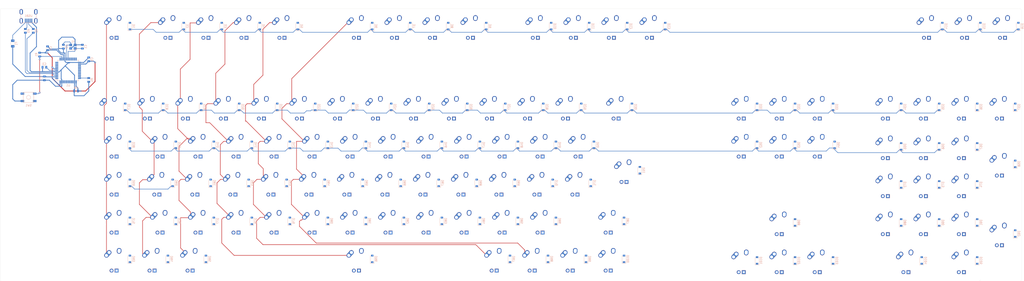
<source format=kicad_pcb>
(kicad_pcb (version 20171130) (host pcbnew "(5.1.4)-1")
  (layers (0 F.Cu signal) (31 B.Cu signal) (34 B.Paste user) (35 F.Paste user) (36 B.SilkS user) (37 F.SilkS user) (38 B.Mask user) (39 F.Mask user) (44 Edge.Cuts user))
  (net 0 "")
  (net 1 GND)
  (net 2 "Net-(C1-Pad1)")
  (net 3 "Net-(C2-Pad2)")
  (net 4 "Net-(C3-Pad1)")
  (net 5 +5V)
  (net 6 "Net-(D1-Pad2)")
  (net 7 ROW0)
  (net 8 "Net-(D2-Pad2)")
  (net 9 "Net-(D3-Pad2)")
  (net 10 "Net-(D4-Pad2)")
  (net 11 "Net-(D5-Pad2)")
  (net 12 "Net-(D6-Pad2)")
  (net 13 "Net-(D7-Pad2)")
  (net 14 "Net-(D8-Pad2)")
  (net 15 "Net-(D9-Pad2)")
  (net 16 "Net-(D10-Pad2)")
  (net 17 "Net-(D11-Pad2)")
  (net 18 "Net-(D12-Pad2)")
  (net 19 "Net-(D13-Pad2)")
  (net 20 "Net-(D14-Pad2)")
  (net 21 "Net-(D15-Pad2)")
  (net 22 "Net-(D16-Pad2)")
  (net 23 "Net-(D17-Pad2)")
  (net 24 ROW1)
  (net 25 "Net-(D18-Pad2)")
  (net 26 "Net-(D19-Pad2)")
  (net 27 "Net-(D20-Pad2)")
  (net 28 "Net-(D21-Pad2)")
  (net 29 "Net-(D22-Pad2)")
  (net 30 "Net-(D23-Pad2)")
  (net 31 "Net-(D24-Pad2)")
  (net 32 "Net-(D25-Pad2)")
  (net 33 "Net-(D26-Pad2)")
  (net 34 "Net-(D27-Pad2)")
  (net 35 "Net-(D28-Pad2)")
  (net 36 "Net-(D29-Pad2)")
  (net 37 "Net-(D30-Pad2)")
  (net 38 "Net-(D31-Pad2)")
  (net 39 "Net-(D32-Pad2)")
  (net 40 "Net-(D33-Pad2)")
  (net 41 "Net-(D34-Pad2)")
  (net 42 "Net-(D35-Pad2)")
  (net 43 "Net-(D36-Pad2)")
  (net 44 "Net-(D37-Pad2)")
  (net 45 "Net-(D38-Pad2)")
  (net 46 ROW2)
  (net 47 "Net-(D39-Pad2)")
  (net 48 "Net-(D40-Pad2)")
  (net 49 "Net-(D41-Pad2)")
  (net 50 "Net-(D42-Pad2)")
  (net 51 "Net-(D43-Pad2)")
  (net 52 "Net-(D44-Pad2)")
  (net 53 "Net-(D45-Pad2)")
  (net 54 "Net-(D46-Pad2)")
  (net 55 "Net-(D47-Pad2)")
  (net 56 "Net-(D48-Pad2)")
  (net 57 "Net-(D49-Pad2)")
  (net 58 "Net-(D50-Pad2)")
  (net 59 "Net-(D51-Pad2)")
  (net 60 "Net-(D52-Pad2)")
  (net 61 "Net-(D53-Pad2)")
  (net 62 "Net-(D54-Pad2)")
  (net 63 "Net-(D55-Pad2)")
  (net 64 "Net-(D56-Pad2)")
  (net 65 "Net-(D57-Pad2)")
  (net 66 "Net-(D58-Pad2)")
  (net 67 "Net-(D59-Pad2)")
  (net 68 ROW3)
  (net 69 "Net-(D60-Pad2)")
  (net 70 "Net-(D61-Pad2)")
  (net 71 "Net-(D62-Pad2)")
  (net 72 "Net-(D63-Pad2)")
  (net 73 "Net-(D64-Pad2)")
  (net 74 "Net-(D65-Pad2)")
  (net 75 "Net-(D66-Pad2)")
  (net 76 "Net-(D67-Pad2)")
  (net 77 "Net-(D68-Pad2)")
  (net 78 "Net-(D69-Pad2)")
  (net 79 "Net-(D70-Pad2)")
  (net 80 "Net-(D71-Pad2)")
  (net 81 "Net-(D72-Pad2)")
  (net 82 "Net-(D73-Pad2)")
  (net 83 "Net-(D74-Pad2)")
  (net 84 "Net-(D75-Pad2)")
  (net 85 ROW4)
  (net 86 "Net-(D76-Pad2)")
  (net 87 "Net-(D77-Pad2)")
  (net 88 "Net-(D78-Pad2)")
  (net 89 "Net-(D79-Pad2)")
  (net 90 "Net-(D80-Pad2)")
  (net 91 "Net-(D81-Pad2)")
  (net 92 "Net-(D82-Pad2)")
  (net 93 "Net-(D83-Pad2)")
  (net 94 "Net-(D84-Pad2)")
  (net 95 "Net-(D85-Pad2)")
  (net 96 "Net-(D86-Pad2)")
  (net 97 "Net-(D87-Pad2)")
  (net 98 "Net-(D88-Pad2)")
  (net 99 "Net-(D89-Pad2)")
  (net 100 "Net-(D90-Pad2)")
  (net 101 "Net-(D91-Pad2)")
  (net 102 "Net-(D92-Pad2)")
  (net 103 "Net-(D93-Pad2)")
  (net 104 ROW5)
  (net 105 "Net-(D94-Pad2)")
  (net 106 "Net-(D95-Pad2)")
  (net 107 "Net-(D96-Pad2)")
  (net 108 "Net-(D97-Pad2)")
  (net 109 "Net-(D98-Pad2)")
  (net 110 "Net-(D99-Pad2)")
  (net 111 "Net-(D100-Pad2)")
  (net 112 "Net-(D101-Pad2)")
  (net 113 "Net-(D102-Pad2)")
  (net 114 "Net-(D103-Pad2)")
  (net 115 "Net-(D104-Pad2)")
  (net 116 "Net-(D105-Pad2)")
  (net 117 VCC)
  (net 118 COL0)
  (net 119 COL1)
  (net 120 COL2)
  (net 121 COL3)
  (net 122 COL4)
  (net 123 COL5)
  (net 124 COL6)
  (net 125 COL7)
  (net 126 COL8)
  (net 127 COL9)
  (net 128 COL10)
  (net 129 COL11)
  (net 130 COL12)
  (net 131 COL13)
  (net 132 COL14)
  (net 133 COL15)
  (net 134 COL16)
  (net 135 COL17)
  (net 136 COL18)
  (net 137 "Net-(R1-Pad2)")
  (net 138 D+)
  (net 139 "Net-(R2-Pad1)")
  (net 140 D-)
  (net 141 "Net-(R3-Pad1)")
  (net 142 "Net-(R4-Pad2)")
  (net 143 "Net-(U1-Pad42)")
  (net 144 "Net-(USB1-Pad6)")
  (net 145 "Net-(USB1-Pad2)")
  (module Crystal:Crystal_SMD_3225-4Pin_3.2x2.5mm (layer B.Cu) (at -21.43125 -146.05 180)
    (fp_text reference Y1 (at 0 2.45) (layer B.SilkS) (effects (justify mirror)))
    (fp_text value 16MHz)
    (pad 4 smd rect (at -1.1 0.85 180) (size 1.4 1.2) (layers B.Cu B.Paste B.Mask) (net 1 GND))
    (pad 3 smd rect (at 1.1 0.85 180) (size 1.4 1.2) (layers B.Cu B.Paste B.Mask) (net 3 "Net-(C2-Pad2)"))
    (pad 2 smd rect (at 1.1 -0.85 180) (size 1.4 1.2) (layers B.Cu B.Paste B.Mask) (net 1 GND))
    (pad 1 smd rect (at -1.1 -0.85 180) (size 1.4 1.2) (layers B.Cu B.Paste B.Mask) (net 2 "Net-(C1-Pad1)"))
  )
  (module random-keyboard-parts:Molex-0548190589 (layer B.Cu) (at -43.65625 -163.5125 270)
    (fp_text reference USB1 (at 2.032 0) (layer B.SilkS) (effects (justify mirror)))
    (fp_text value Molex-0548190589)
    (pad 6 thru_hole oval (at 0 3.65 270) (size 2.7 1.7) (drill oval 1.9 0.7) (layers *.Cu *.Mask) (net 144 "Net-(USB1-Pad6)"))
    (pad 6 thru_hole oval (at 0 -3.65 270) (size 2.7 1.7) (drill oval 1.9 0.7) (layers *.Cu *.Mask) (net 144 "Net-(USB1-Pad6)"))
    (pad 6 thru_hole oval (at 4.5 -3.65 270) (size 2.7 1.7) (drill oval 1.9 0.7) (layers *.Cu *.Mask) (net 144 "Net-(USB1-Pad6)"))
    (pad 6 thru_hole oval (at 4.5 3.65 270) (size 2.7 1.7) (drill oval 1.9 0.7) (layers *.Cu *.Mask) (net 144 "Net-(USB1-Pad6)"))
    (pad 5 smd rect (at 4.5 1.6 270) (size 2.25 0.5) (layers B.Cu B.Paste B.Mask) (net 117 VCC))
    (pad 4 smd rect (at 4.5 0.8 270) (size 2.25 0.5) (layers B.Cu B.Paste B.Mask) (net 140 D-))
    (pad 3 smd rect (at 4.5 0 270) (size 2.25 0.5) (layers B.Cu B.Paste B.Mask) (net 138 D+))
    (pad 2 smd rect (at 4.5 -0.8 270) (size 2.25 0.5) (layers B.Cu B.Paste B.Mask) (net 145 "Net-(USB1-Pad2)"))
    (pad 1 smd rect (at 4.5 -1.6 270) (size 2.25 0.5) (layers B.Cu B.Paste B.Mask) (net 1 GND))
  )
  (module Package_QFP:TQFP-44_10x10mm_P0.8mm (layer B.Cu) (at -23.8125 -134.14375)
    (fp_text reference U1 (at 0 7.45) (layer B.SilkS) (effects (justify mirror)))
    (fp_text value ATmega32U4-AU)
    (pad 44 smd rect (at -4 5.7 270) (size 1.5 0.55) (layers B.Cu B.Paste B.Mask) (net 5 +5V))
    (pad 43 smd rect (at -3.2 5.7 270) (size 1.5 0.55) (layers B.Cu B.Paste B.Mask) (net 1 GND))
    (pad 42 smd rect (at -2.4 5.7 270) (size 1.5 0.55) (layers B.Cu B.Paste B.Mask) (net 143 "Net-(U1-Pad42)"))
    (pad 41 smd rect (at -1.6 5.7 270) (size 1.5 0.55) (layers B.Cu B.Paste B.Mask) (net 131 COL13))
    (pad 40 smd rect (at -0.8 5.7 270) (size 1.5 0.55) (layers B.Cu B.Paste B.Mask) (net 132 COL14))
    (pad 39 smd rect (at 0 5.7 270) (size 1.5 0.55) (layers B.Cu B.Paste B.Mask) (net 133 COL15))
    (pad 38 smd rect (at 0.8 5.7 270) (size 1.5 0.55) (layers B.Cu B.Paste B.Mask) (net 134 COL16))
    (pad 37 smd rect (at 1.6 5.7 270) (size 1.5 0.55) (layers B.Cu B.Paste B.Mask) (net 135 COL17))
    (pad 36 smd rect (at 2.4 5.7 270) (size 1.5 0.55) (layers B.Cu B.Paste B.Mask) (net 136 COL18))
    (pad 35 smd rect (at 3.2 5.7 270) (size 1.5 0.55) (layers B.Cu B.Paste B.Mask) (net 1 GND))
    (pad 34 smd rect (at 4 5.7 270) (size 1.5 0.55) (layers B.Cu B.Paste B.Mask) (net 5 +5V))
    (pad 33 smd rect (at 5.7 4) (size 1.5 0.55) (layers B.Cu B.Paste B.Mask) (net 142 "Net-(R4-Pad2)"))
    (pad 32 smd rect (at 5.7 3.2) (size 1.5 0.55) (layers B.Cu B.Paste B.Mask) (net 121 COL3))
    (pad 31 smd rect (at 5.7 2.4) (size 1.5 0.55) (layers B.Cu B.Paste B.Mask) (net 120 COL2))
    (pad 30 smd rect (at 5.7 1.6) (size 1.5 0.55) (layers B.Cu B.Paste B.Mask) (net 118 COL0))
    (pad 29 smd rect (at 5.7 0.8) (size 1.5 0.55) (layers B.Cu B.Paste B.Mask) (net 104 ROW5))
    (pad 28 smd rect (at 5.7 0) (size 1.5 0.55) (layers B.Cu B.Paste B.Mask) (net 85 ROW4))
    (pad 27 smd rect (at 5.7 -0.8) (size 1.5 0.55) (layers B.Cu B.Paste B.Mask) (net 129 COL11))
    (pad 26 smd rect (at 5.7 -1.6) (size 1.5 0.55) (layers B.Cu B.Paste B.Mask) (net 128 COL10))
    (pad 25 smd rect (at 5.7 -2.4) (size 1.5 0.55) (layers B.Cu B.Paste B.Mask) (net 126 COL8))
    (pad 24 smd rect (at 5.7 -3.2) (size 1.5 0.55) (layers B.Cu B.Paste B.Mask) (net 5 +5V))
    (pad 23 smd rect (at 5.7 -4) (size 1.5 0.55) (layers B.Cu B.Paste B.Mask) (net 1 GND))
    (pad 22 smd rect (at 4 -5.7 270) (size 1.5 0.55) (layers B.Cu B.Paste B.Mask) (net 127 COL9))
    (pad 21 smd rect (at 3.2 -5.7 270) (size 1.5 0.55) (layers B.Cu B.Paste B.Mask) (net 125 COL7))
    (pad 20 smd rect (at 2.4 -5.7 270) (size 1.5 0.55) (layers B.Cu B.Paste B.Mask) (net 124 COL6))
    (pad 19 smd rect (at 1.6 -5.7 270) (size 1.5 0.55) (layers B.Cu B.Paste B.Mask) (net 123 COL5))
    (pad 18 smd rect (at 0.8 -5.7 270) (size 1.5 0.55) (layers B.Cu B.Paste B.Mask) (net 122 COL4))
    (pad 17 smd rect (at 0 -5.7 270) (size 1.5 0.55) (layers B.Cu B.Paste B.Mask) (net 2 "Net-(C1-Pad1)"))
    (pad 16 smd rect (at -0.8 -5.7 270) (size 1.5 0.55) (layers B.Cu B.Paste B.Mask) (net 3 "Net-(C2-Pad2)"))
    (pad 15 smd rect (at -1.6 -5.7 270) (size 1.5 0.55) (layers B.Cu B.Paste B.Mask) (net 1 GND))
    (pad 14 smd rect (at -2.4 -5.7 270) (size 1.5 0.55) (layers B.Cu B.Paste B.Mask) (net 5 +5V))
    (pad 13 smd rect (at -3.2 -5.7 270) (size 1.5 0.55) (layers B.Cu B.Paste B.Mask) (net 137 "Net-(R1-Pad2)"))
    (pad 12 smd rect (at -4 -5.7 270) (size 1.5 0.55) (layers B.Cu B.Paste B.Mask) (net 119 COL1))
    (pad 11 smd rect (at -5.7 -4) (size 1.5 0.55) (layers B.Cu B.Paste B.Mask) (net 68 ROW3))
    (pad 10 smd rect (at -5.7 -3.2) (size 1.5 0.55) (layers B.Cu B.Paste B.Mask) (net 46 ROW2))
    (pad 9 smd rect (at -5.7 -2.4) (size 1.5 0.55) (layers B.Cu B.Paste B.Mask) (net 24 ROW1))
    (pad 8 smd rect (at -5.7 -1.6) (size 1.5 0.55) (layers B.Cu B.Paste B.Mask) (net 7 ROW0))
    (pad 7 smd rect (at -5.7 -0.8) (size 1.5 0.55) (layers B.Cu B.Paste B.Mask) (net 5 +5V))
    (pad 6 smd rect (at -5.7 0) (size 1.5 0.55) (layers B.Cu B.Paste B.Mask) (net 4 "Net-(C3-Pad1)"))
    (pad 5 smd rect (at -5.7 0.8) (size 1.5 0.55) (layers B.Cu B.Paste B.Mask) (net 1 GND))
    (pad 4 smd rect (at -5.7 1.6) (size 1.5 0.55) (layers B.Cu B.Paste B.Mask) (net 139 "Net-(R2-Pad1)"))
    (pad 3 smd rect (at -5.7 2.4) (size 1.5 0.55) (layers B.Cu B.Paste B.Mask) (net 141 "Net-(R3-Pad1)"))
    (pad 2 smd rect (at -5.7 3.2) (size 1.5 0.55) (layers B.Cu B.Paste B.Mask) (net 5 +5V))
    (pad 1 smd rect (at -5.7 4) (size 1.5 0.55) (layers B.Cu B.Paste B.Mask) (net 130 COL12))
  )
  (module random-keyboard-parts:SKQG-1155865 (layer B.Cu) (at -43.65625 -120.65 180)
    (fp_text reference SW1 (at 0 -4.064) (layer B.SilkS) (effects (justify mirror)))
    (fp_text value SW_Push)
    (pad 4 smd rect (at -3.1 -1.85 180) (size 1.8 1.1) (layers B.Cu B.Paste B.Mask))
    (pad 3 smd rect (at 3.1 1.85 180) (size 1.8 1.1) (layers B.Cu B.Paste B.Mask))
    (pad 2 smd rect (at -3.1 1.85 180) (size 1.8 1.1) (layers B.Cu B.Paste B.Mask) (net 137 "Net-(R1-Pad2)"))
    (pad 1 smd rect (at 3.1 -1.85 180) (size 1.8 1.1) (layers B.Cu B.Paste B.Mask) (net 1 GND))
  )
  (module Resistor_SMD:R_0805_2012Metric (layer B.Cu) (at -13.49375 -129.38125 90)
    (fp_text reference R4 (at 0 1.65 90) (layer B.SilkS) (effects (justify mirror)))
    (fp_text value 10k)
    (pad 2 smd roundrect (at 0.9375 0 90) (size 0.975 1.4) (layers B.Cu B.Paste B.Mask) (net 142 "Net-(R4-Pad2)"))
    (pad 1 smd roundrect (at -0.9375 0 90) (size 0.975 1.4) (layers B.Cu B.Paste B.Mask) (net 1 GND))
  )
  (module Resistor_SMD:R_0805_2012Metric (layer B.Cu) (at -45.24375 -153.9875 90)
    (fp_text reference R3 (at 0 1.65 270) (layer B.SilkS) (effects (justify mirror)))
    (fp_text value 22)
    (pad 2 smd roundrect (at 0.9375 0 90) (size 0.975 1.4) (layers B.Cu B.Paste B.Mask) (net 140 D-))
    (pad 1 smd roundrect (at -0.9375 0 90) (size 0.975 1.4) (layers B.Cu B.Paste B.Mask) (net 141 "Net-(R3-Pad1)"))
  )
  (module Resistor_SMD:R_0805_2012Metric (layer B.Cu) (at -41.275 -153.9875 90)
    (fp_text reference R2 (at 0 1.65 270) (layer B.SilkS) (effects (justify mirror)))
    (fp_text value 22)
    (pad 2 smd roundrect (at 0.9375 0 90) (size 0.975 1.4) (layers B.Cu B.Paste B.Mask) (net 138 D+))
    (pad 1 smd roundrect (at -0.9375 0 90) (size 0.975 1.4) (layers B.Cu B.Paste B.Mask) (net 139 "Net-(R2-Pad1)"))
  )
  (module Resistor_SMD:R_0805_2012Metric (layer B.Cu) (at -38.1 -142.08125 270)
    (fp_text reference R1 (at 0 1.65 270) (layer B.SilkS) (effects (justify mirror)))
    (fp_text value 10k)
    (pad 2 smd roundrect (at 0.9375 0 270) (size 0.975 1.4) (layers B.Cu B.Paste B.Mask) (net 137 "Net-(R1-Pad2)"))
    (pad 1 smd roundrect (at -0.9375 0 270) (size 0.975 1.4) (layers B.Cu B.Paste B.Mask) (net 5 +5V))
  )
  (module MX_Alps_Hybrid:MX-1U (layer F.Cu) (at 423.8625 -38.1)
    (fp_text reference MX105)
    (fp_text value MX-NoLED)
    (pad "" np_thru_hole circle (at 5.08 0 48.0996) (size 1.75 1.75) (drill 1.75) (layers *.Cu *.Mask))
    (pad "" np_thru_hole circle (at -5.08 0 48.0996) (size 1.75 1.75) (drill 1.75) (layers *.Cu *.Mask))
    (pad 4 thru_hole rect (at 1.27 5.08) (size 1.905 1.905) (drill 1.04) (layers *.Cu B.Mask))
    (pad 3 thru_hole circle (at -1.27 5.08) (size 1.905 1.905) (drill 1.04) (layers *.Cu B.Mask))
    (pad 1 thru_hole circle (at -2.5 -4) (size 2.25 2.25) (drill 1.47) (layers *.Cu B.Mask) (net 130 COL12))
    (pad "" np_thru_hole circle (at 0 0) (size 3.9878 3.9878) (drill 3.9878) (layers *.Cu *.Mask))
    (pad 1 thru_hole oval (at -3.81 -2.54 48.0996) (size 4.211556 2.25) (drill 1.47 (offset 0.980778 0)) (layers *.Cu B.Mask) (net 130 COL12))
    (pad 2 thru_hole circle (at 2.54 -5.08) (size 2.25 2.25) (drill 1.47) (layers *.Cu B.Mask) (net 116 "Net-(D105-Pad2)"))
    (pad 2 thru_hole oval (at 2.5 -4.5 86.0548) (size 2.831378 2.25) (drill 1.47 (offset 0.290689 0)) (layers *.Cu B.Mask) (net 116 "Net-(D105-Pad2)"))
  )
  (module MX_Alps_Hybrid:MX-1U (layer F.Cu) (at 396.08125 -38.1)
    (fp_text reference MX104)
    (fp_text value MX-NoLED)
    (pad "" np_thru_hole circle (at 5.08 0 48.0996) (size 1.75 1.75) (drill 1.75) (layers *.Cu *.Mask))
    (pad "" np_thru_hole circle (at -5.08 0 48.0996) (size 1.75 1.75) (drill 1.75) (layers *.Cu *.Mask))
    (pad 4 thru_hole rect (at 1.27 5.08) (size 1.905 1.905) (drill 1.04) (layers *.Cu B.Mask))
    (pad 3 thru_hole circle (at -1.27 5.08) (size 1.905 1.905) (drill 1.04) (layers *.Cu B.Mask))
    (pad 1 thru_hole circle (at -2.5 -4) (size 2.25 2.25) (drill 1.47) (layers *.Cu B.Mask) (net 129 COL11))
    (pad "" np_thru_hole circle (at 0 0) (size 3.9878 3.9878) (drill 3.9878) (layers *.Cu *.Mask))
    (pad 1 thru_hole oval (at -3.81 -2.54 48.0996) (size 4.211556 2.25) (drill 1.47 (offset 0.980778 0)) (layers *.Cu B.Mask) (net 129 COL11))
    (pad 2 thru_hole circle (at 2.54 -5.08) (size 2.25 2.25) (drill 1.47) (layers *.Cu B.Mask) (net 115 "Net-(D104-Pad2)"))
    (pad 2 thru_hole oval (at 2.5 -4.5 86.0548) (size 2.831378 2.25) (drill 1.47 (offset 0.290689 0)) (layers *.Cu B.Mask) (net 115 "Net-(D104-Pad2)"))
  )
  (module MX_Alps_Hybrid:MX-1U (layer F.Cu) (at 351.63125 -38.1)
    (fp_text reference MX103)
    (fp_text value MX-NoLED)
    (pad "" np_thru_hole circle (at 5.08 0 48.0996) (size 1.75 1.75) (drill 1.75) (layers *.Cu *.Mask))
    (pad "" np_thru_hole circle (at -5.08 0 48.0996) (size 1.75 1.75) (drill 1.75) (layers *.Cu *.Mask))
    (pad 4 thru_hole rect (at 1.27 5.08) (size 1.905 1.905) (drill 1.04) (layers *.Cu B.Mask))
    (pad 3 thru_hole circle (at -1.27 5.08) (size 1.905 1.905) (drill 1.04) (layers *.Cu B.Mask))
    (pad 1 thru_hole circle (at -2.5 -4) (size 2.25 2.25) (drill 1.47) (layers *.Cu B.Mask) (net 128 COL10))
    (pad "" np_thru_hole circle (at 0 0) (size 3.9878 3.9878) (drill 3.9878) (layers *.Cu *.Mask))
    (pad 1 thru_hole oval (at -3.81 -2.54 48.0996) (size 4.211556 2.25) (drill 1.47 (offset 0.980778 0)) (layers *.Cu B.Mask) (net 128 COL10))
    (pad 2 thru_hole circle (at 2.54 -5.08) (size 2.25 2.25) (drill 1.47) (layers *.Cu B.Mask) (net 114 "Net-(D103-Pad2)"))
    (pad 2 thru_hole oval (at 2.5 -4.5 86.0548) (size 2.831378 2.25) (drill 1.47 (offset 0.290689 0)) (layers *.Cu B.Mask) (net 114 "Net-(D103-Pad2)"))
  )
  (module MX_Alps_Hybrid:MX-1U (layer F.Cu) (at 332.58125 -38.1)
    (fp_text reference MX102)
    (fp_text value MX-NoLED)
    (pad "" np_thru_hole circle (at 5.08 0 48.0996) (size 1.75 1.75) (drill 1.75) (layers *.Cu *.Mask))
    (pad "" np_thru_hole circle (at -5.08 0 48.0996) (size 1.75 1.75) (drill 1.75) (layers *.Cu *.Mask))
    (pad 4 thru_hole rect (at 1.27 5.08) (size 1.905 1.905) (drill 1.04) (layers *.Cu B.Mask))
    (pad 3 thru_hole circle (at -1.27 5.08) (size 1.905 1.905) (drill 1.04) (layers *.Cu B.Mask))
    (pad 1 thru_hole circle (at -2.5 -4) (size 2.25 2.25) (drill 1.47) (layers *.Cu B.Mask) (net 127 COL9))
    (pad "" np_thru_hole circle (at 0 0) (size 3.9878 3.9878) (drill 3.9878) (layers *.Cu *.Mask))
    (pad 1 thru_hole oval (at -3.81 -2.54 48.0996) (size 4.211556 2.25) (drill 1.47 (offset 0.980778 0)) (layers *.Cu B.Mask) (net 127 COL9))
    (pad 2 thru_hole circle (at 2.54 -5.08) (size 2.25 2.25) (drill 1.47) (layers *.Cu B.Mask) (net 113 "Net-(D102-Pad2)"))
    (pad 2 thru_hole oval (at 2.5 -4.5 86.0548) (size 2.831378 2.25) (drill 1.47 (offset 0.290689 0)) (layers *.Cu B.Mask) (net 113 "Net-(D102-Pad2)"))
  )
  (module MX_Alps_Hybrid:MX-1U (layer F.Cu) (at 313.53125 -38.1)
    (fp_text reference MX101)
    (fp_text value MX-NoLED)
    (pad "" np_thru_hole circle (at 5.08 0 48.0996) (size 1.75 1.75) (drill 1.75) (layers *.Cu *.Mask))
    (pad "" np_thru_hole circle (at -5.08 0 48.0996) (size 1.75 1.75) (drill 1.75) (layers *.Cu *.Mask))
    (pad 4 thru_hole rect (at 1.27 5.08) (size 1.905 1.905) (drill 1.04) (layers *.Cu B.Mask))
    (pad 3 thru_hole circle (at -1.27 5.08) (size 1.905 1.905) (drill 1.04) (layers *.Cu B.Mask))
    (pad 1 thru_hole circle (at -2.5 -4) (size 2.25 2.25) (drill 1.47) (layers *.Cu B.Mask) (net 126 COL8))
    (pad "" np_thru_hole circle (at 0 0) (size 3.9878 3.9878) (drill 3.9878) (layers *.Cu *.Mask))
    (pad 1 thru_hole oval (at -3.81 -2.54 48.0996) (size 4.211556 2.25) (drill 1.47 (offset 0.980778 0)) (layers *.Cu B.Mask) (net 126 COL8))
    (pad 2 thru_hole circle (at 2.54 -5.08) (size 2.25 2.25) (drill 1.47) (layers *.Cu B.Mask) (net 112 "Net-(D101-Pad2)"))
    (pad 2 thru_hole oval (at 2.5 -4.5 86.0548) (size 2.831378 2.25) (drill 1.47 (offset 0.290689 0)) (layers *.Cu B.Mask) (net 112 "Net-(D101-Pad2)"))
  )
  (module MX_Alps_Hybrid:MX-1U (layer F.Cu) (at 246.85625 -38.89375)
    (fp_text reference MX100)
    (fp_text value MX-NoLED)
    (pad "" np_thru_hole circle (at 5.08 0 48.0996) (size 1.75 1.75) (drill 1.75) (layers *.Cu *.Mask))
    (pad "" np_thru_hole circle (at -5.08 0 48.0996) (size 1.75 1.75) (drill 1.75) (layers *.Cu *.Mask))
    (pad 4 thru_hole rect (at 1.27 5.08) (size 1.905 1.905) (drill 1.04) (layers *.Cu B.Mask))
    (pad 3 thru_hole circle (at -1.27 5.08) (size 1.905 1.905) (drill 1.04) (layers *.Cu B.Mask))
    (pad 1 thru_hole circle (at -2.5 -4) (size 2.25 2.25) (drill 1.47) (layers *.Cu B.Mask) (net 125 COL7))
    (pad "" np_thru_hole circle (at 0 0) (size 3.9878 3.9878) (drill 3.9878) (layers *.Cu *.Mask))
    (pad 1 thru_hole oval (at -3.81 -2.54 48.0996) (size 4.211556 2.25) (drill 1.47 (offset 0.980778 0)) (layers *.Cu B.Mask) (net 125 COL7))
    (pad 2 thru_hole circle (at 2.54 -5.08) (size 2.25 2.25) (drill 1.47) (layers *.Cu B.Mask) (net 111 "Net-(D100-Pad2)"))
    (pad 2 thru_hole oval (at 2.5 -4.5 86.0548) (size 2.831378 2.25) (drill 1.47 (offset 0.290689 0)) (layers *.Cu B.Mask) (net 111 "Net-(D100-Pad2)"))
  )
  (module MX_Alps_Hybrid:MX-1U (layer F.Cu) (at 227.80625 -38.89375)
    (fp_text reference MX99)
    (fp_text value MX-NoLED)
    (pad "" np_thru_hole circle (at 5.08 0 48.0996) (size 1.75 1.75) (drill 1.75) (layers *.Cu *.Mask))
    (pad "" np_thru_hole circle (at -5.08 0 48.0996) (size 1.75 1.75) (drill 1.75) (layers *.Cu *.Mask))
    (pad 4 thru_hole rect (at 1.27 5.08) (size 1.905 1.905) (drill 1.04) (layers *.Cu B.Mask))
    (pad 3 thru_hole circle (at -1.27 5.08) (size 1.905 1.905) (drill 1.04) (layers *.Cu B.Mask))
    (pad 1 thru_hole circle (at -2.5 -4) (size 2.25 2.25) (drill 1.47) (layers *.Cu B.Mask) (net 124 COL6))
    (pad "" np_thru_hole circle (at 0 0) (size 3.9878 3.9878) (drill 3.9878) (layers *.Cu *.Mask))
    (pad 1 thru_hole oval (at -3.81 -2.54 48.0996) (size 4.211556 2.25) (drill 1.47 (offset 0.980778 0)) (layers *.Cu B.Mask) (net 124 COL6))
    (pad 2 thru_hole circle (at 2.54 -5.08) (size 2.25 2.25) (drill 1.47) (layers *.Cu B.Mask) (net 110 "Net-(D99-Pad2)"))
    (pad 2 thru_hole oval (at 2.5 -4.5 86.0548) (size 2.831378 2.25) (drill 1.47 (offset 0.290689 0)) (layers *.Cu B.Mask) (net 110 "Net-(D99-Pad2)"))
  )
  (module MX_Alps_Hybrid:MX-1U (layer F.Cu) (at 208.75625 -38.89375)
    (fp_text reference MX98)
    (fp_text value MX-NoLED)
    (pad "" np_thru_hole circle (at 5.08 0 48.0996) (size 1.75 1.75) (drill 1.75) (layers *.Cu *.Mask))
    (pad "" np_thru_hole circle (at -5.08 0 48.0996) (size 1.75 1.75) (drill 1.75) (layers *.Cu *.Mask))
    (pad 4 thru_hole rect (at 1.27 5.08) (size 1.905 1.905) (drill 1.04) (layers *.Cu B.Mask))
    (pad 3 thru_hole circle (at -1.27 5.08) (size 1.905 1.905) (drill 1.04) (layers *.Cu B.Mask))
    (pad 1 thru_hole circle (at -2.5 -4) (size 2.25 2.25) (drill 1.47) (layers *.Cu B.Mask) (net 123 COL5))
    (pad "" np_thru_hole circle (at 0 0) (size 3.9878 3.9878) (drill 3.9878) (layers *.Cu *.Mask))
    (pad 1 thru_hole oval (at -3.81 -2.54 48.0996) (size 4.211556 2.25) (drill 1.47 (offset 0.980778 0)) (layers *.Cu B.Mask) (net 123 COL5))
    (pad 2 thru_hole circle (at 2.54 -5.08) (size 2.25 2.25) (drill 1.47) (layers *.Cu B.Mask) (net 109 "Net-(D98-Pad2)"))
    (pad 2 thru_hole oval (at 2.5 -4.5 86.0548) (size 2.831378 2.25) (drill 1.47 (offset 0.290689 0)) (layers *.Cu B.Mask) (net 109 "Net-(D98-Pad2)"))
  )
  (module MX_Alps_Hybrid:MX-1U (layer F.Cu) (at 189.70625 -38.89375)
    (fp_text reference MX97)
    (fp_text value MX-NoLED)
    (pad "" np_thru_hole circle (at 5.08 0 48.0996) (size 1.75 1.75) (drill 1.75) (layers *.Cu *.Mask))
    (pad "" np_thru_hole circle (at -5.08 0 48.0996) (size 1.75 1.75) (drill 1.75) (layers *.Cu *.Mask))
    (pad 4 thru_hole rect (at 1.27 5.08) (size 1.905 1.905) (drill 1.04) (layers *.Cu B.Mask))
    (pad 3 thru_hole circle (at -1.27 5.08) (size 1.905 1.905) (drill 1.04) (layers *.Cu B.Mask))
    (pad 1 thru_hole circle (at -2.5 -4) (size 2.25 2.25) (drill 1.47) (layers *.Cu B.Mask) (net 122 COL4))
    (pad "" np_thru_hole circle (at 0 0) (size 3.9878 3.9878) (drill 3.9878) (layers *.Cu *.Mask))
    (pad 1 thru_hole oval (at -3.81 -2.54 48.0996) (size 4.211556 2.25) (drill 1.47 (offset 0.980778 0)) (layers *.Cu B.Mask) (net 122 COL4))
    (pad 2 thru_hole circle (at 2.54 -5.08) (size 2.25 2.25) (drill 1.47) (layers *.Cu B.Mask) (net 108 "Net-(D97-Pad2)"))
    (pad 2 thru_hole oval (at 2.5 -4.5 86.0548) (size 2.831378 2.25) (drill 1.47 (offset 0.290689 0)) (layers *.Cu B.Mask) (net 108 "Net-(D97-Pad2)"))
  )
  (module MX_Alps_Hybrid:MX-1U (layer F.Cu) (at 120.65 -38.89375)
    (fp_text reference MX96)
    (fp_text value MX-NoLED)
    (pad "" np_thru_hole circle (at 5.08 0 48.0996) (size 1.75 1.75) (drill 1.75) (layers *.Cu *.Mask))
    (pad "" np_thru_hole circle (at -5.08 0 48.0996) (size 1.75 1.75) (drill 1.75) (layers *.Cu *.Mask))
    (pad 4 thru_hole rect (at 1.27 5.08) (size 1.905 1.905) (drill 1.04) (layers *.Cu B.Mask))
    (pad 3 thru_hole circle (at -1.27 5.08) (size 1.905 1.905) (drill 1.04) (layers *.Cu B.Mask))
    (pad 1 thru_hole circle (at -2.5 -4) (size 2.25 2.25) (drill 1.47) (layers *.Cu B.Mask) (net 121 COL3))
    (pad "" np_thru_hole circle (at 0 0) (size 3.9878 3.9878) (drill 3.9878) (layers *.Cu *.Mask))
    (pad 1 thru_hole oval (at -3.81 -2.54 48.0996) (size 4.211556 2.25) (drill 1.47 (offset 0.980778 0)) (layers *.Cu B.Mask) (net 121 COL3))
    (pad 2 thru_hole circle (at 2.54 -5.08) (size 2.25 2.25) (drill 1.47) (layers *.Cu B.Mask) (net 107 "Net-(D96-Pad2)"))
    (pad 2 thru_hole oval (at 2.5 -4.5 86.0548) (size 2.831378 2.25) (drill 1.47 (offset 0.290689 0)) (layers *.Cu B.Mask) (net 107 "Net-(D96-Pad2)"))
  )
  (module MX_Alps_Hybrid:MX-1U (layer F.Cu) (at 37.30625 -38.89375)
    (fp_text reference MX95)
    (fp_text value MX-NoLED)
    (pad "" np_thru_hole circle (at 5.08 0 48.0996) (size 1.75 1.75) (drill 1.75) (layers *.Cu *.Mask))
    (pad "" np_thru_hole circle (at -5.08 0 48.0996) (size 1.75 1.75) (drill 1.75) (layers *.Cu *.Mask))
    (pad 4 thru_hole rect (at 1.27 5.08) (size 1.905 1.905) (drill 1.04) (layers *.Cu B.Mask))
    (pad 3 thru_hole circle (at -1.27 5.08) (size 1.905 1.905) (drill 1.04) (layers *.Cu B.Mask))
    (pad 1 thru_hole circle (at -2.5 -4) (size 2.25 2.25) (drill 1.47) (layers *.Cu B.Mask) (net 120 COL2))
    (pad "" np_thru_hole circle (at 0 0) (size 3.9878 3.9878) (drill 3.9878) (layers *.Cu *.Mask))
    (pad 1 thru_hole oval (at -3.81 -2.54 48.0996) (size 4.211556 2.25) (drill 1.47 (offset 0.980778 0)) (layers *.Cu B.Mask) (net 120 COL2))
    (pad 2 thru_hole circle (at 2.54 -5.08) (size 2.25 2.25) (drill 1.47) (layers *.Cu B.Mask) (net 106 "Net-(D95-Pad2)"))
    (pad 2 thru_hole oval (at 2.5 -4.5 86.0548) (size 2.831378 2.25) (drill 1.47 (offset 0.290689 0)) (layers *.Cu B.Mask) (net 106 "Net-(D95-Pad2)"))
  )
  (module MX_Alps_Hybrid:MX-1U (layer F.Cu) (at 18.25625 -38.89375)
    (fp_text reference MX94)
    (fp_text value MX-NoLED)
    (pad "" np_thru_hole circle (at 5.08 0 48.0996) (size 1.75 1.75) (drill 1.75) (layers *.Cu *.Mask))
    (pad "" np_thru_hole circle (at -5.08 0 48.0996) (size 1.75 1.75) (drill 1.75) (layers *.Cu *.Mask))
    (pad 4 thru_hole rect (at 1.27 5.08) (size 1.905 1.905) (drill 1.04) (layers *.Cu B.Mask))
    (pad 3 thru_hole circle (at -1.27 5.08) (size 1.905 1.905) (drill 1.04) (layers *.Cu B.Mask))
    (pad 1 thru_hole circle (at -2.5 -4) (size 2.25 2.25) (drill 1.47) (layers *.Cu B.Mask) (net 119 COL1))
    (pad "" np_thru_hole circle (at 0 0) (size 3.9878 3.9878) (drill 3.9878) (layers *.Cu *.Mask))
    (pad 1 thru_hole oval (at -3.81 -2.54 48.0996) (size 4.211556 2.25) (drill 1.47 (offset 0.980778 0)) (layers *.Cu B.Mask) (net 119 COL1))
    (pad 2 thru_hole circle (at 2.54 -5.08) (size 2.25 2.25) (drill 1.47) (layers *.Cu B.Mask) (net 105 "Net-(D94-Pad2)"))
    (pad 2 thru_hole oval (at 2.5 -4.5 86.0548) (size 2.831378 2.25) (drill 1.47 (offset 0.290689 0)) (layers *.Cu B.Mask) (net 105 "Net-(D94-Pad2)"))
  )
  (module MX_Alps_Hybrid:MX-1U (layer F.Cu) (at -0.79375 -38.89375)
    (fp_text reference MX93)
    (fp_text value MX-NoLED)
    (pad "" np_thru_hole circle (at 5.08 0 48.0996) (size 1.75 1.75) (drill 1.75) (layers *.Cu *.Mask))
    (pad "" np_thru_hole circle (at -5.08 0 48.0996) (size 1.75 1.75) (drill 1.75) (layers *.Cu *.Mask))
    (pad 4 thru_hole rect (at 1.27 5.08) (size 1.905 1.905) (drill 1.04) (layers *.Cu B.Mask))
    (pad 3 thru_hole circle (at -1.27 5.08) (size 1.905 1.905) (drill 1.04) (layers *.Cu B.Mask))
    (pad 1 thru_hole circle (at -2.5 -4) (size 2.25 2.25) (drill 1.47) (layers *.Cu B.Mask) (net 118 COL0))
    (pad "" np_thru_hole circle (at 0 0) (size 3.9878 3.9878) (drill 3.9878) (layers *.Cu *.Mask))
    (pad 1 thru_hole oval (at -3.81 -2.54 48.0996) (size 4.211556 2.25) (drill 1.47 (offset 0.980778 0)) (layers *.Cu B.Mask) (net 118 COL0))
    (pad 2 thru_hole circle (at 2.54 -5.08) (size 2.25 2.25) (drill 1.47) (layers *.Cu B.Mask) (net 103 "Net-(D93-Pad2)"))
    (pad 2 thru_hole oval (at 2.5 -4.5 86.0548) (size 2.831378 2.25) (drill 1.47 (offset 0.290689 0)) (layers *.Cu B.Mask) (net 103 "Net-(D93-Pad2)"))
  )
  (module MX_Alps_Hybrid:MX-1U (layer F.Cu) (at 442.9125 -51.59375)
    (fp_text reference MX92)
    (fp_text value MX-NoLED)
    (pad "" np_thru_hole circle (at 5.08 0 48.0996) (size 1.75 1.75) (drill 1.75) (layers *.Cu *.Mask))
    (pad "" np_thru_hole circle (at -5.08 0 48.0996) (size 1.75 1.75) (drill 1.75) (layers *.Cu *.Mask))
    (pad 4 thru_hole rect (at 1.27 5.08) (size 1.905 1.905) (drill 1.04) (layers *.Cu B.Mask))
    (pad 3 thru_hole circle (at -1.27 5.08) (size 1.905 1.905) (drill 1.04) (layers *.Cu B.Mask))
    (pad 1 thru_hole circle (at -2.5 -4) (size 2.25 2.25) (drill 1.47) (layers *.Cu B.Mask) (net 135 COL17))
    (pad "" np_thru_hole circle (at 0 0) (size 3.9878 3.9878) (drill 3.9878) (layers *.Cu *.Mask))
    (pad 1 thru_hole oval (at -3.81 -2.54 48.0996) (size 4.211556 2.25) (drill 1.47 (offset 0.980778 0)) (layers *.Cu B.Mask) (net 135 COL17))
    (pad 2 thru_hole circle (at 2.54 -5.08) (size 2.25 2.25) (drill 1.47) (layers *.Cu B.Mask) (net 102 "Net-(D92-Pad2)"))
    (pad 2 thru_hole oval (at 2.5 -4.5 86.0548) (size 2.831378 2.25) (drill 1.47 (offset 0.290689 0)) (layers *.Cu B.Mask) (net 102 "Net-(D92-Pad2)"))
  )
  (module MX_Alps_Hybrid:MX-1U (layer F.Cu) (at 423.8625 -57.15)
    (fp_text reference MX91)
    (fp_text value MX-NoLED)
    (pad "" np_thru_hole circle (at 5.08 0 48.0996) (size 1.75 1.75) (drill 1.75) (layers *.Cu *.Mask))
    (pad "" np_thru_hole circle (at -5.08 0 48.0996) (size 1.75 1.75) (drill 1.75) (layers *.Cu *.Mask))
    (pad 4 thru_hole rect (at 1.27 5.08) (size 1.905 1.905) (drill 1.04) (layers *.Cu B.Mask))
    (pad 3 thru_hole circle (at -1.27 5.08) (size 1.905 1.905) (drill 1.04) (layers *.Cu B.Mask))
    (pad 1 thru_hole circle (at -2.5 -4) (size 2.25 2.25) (drill 1.47) (layers *.Cu B.Mask) (net 134 COL16))
    (pad "" np_thru_hole circle (at 0 0) (size 3.9878 3.9878) (drill 3.9878) (layers *.Cu *.Mask))
    (pad 1 thru_hole oval (at -3.81 -2.54 48.0996) (size 4.211556 2.25) (drill 1.47 (offset 0.980778 0)) (layers *.Cu B.Mask) (net 134 COL16))
    (pad 2 thru_hole circle (at 2.54 -5.08) (size 2.25 2.25) (drill 1.47) (layers *.Cu B.Mask) (net 101 "Net-(D91-Pad2)"))
    (pad 2 thru_hole oval (at 2.5 -4.5 86.0548) (size 2.831378 2.25) (drill 1.47 (offset 0.290689 0)) (layers *.Cu B.Mask) (net 101 "Net-(D91-Pad2)"))
  )
  (module MX_Alps_Hybrid:MX-1U (layer F.Cu) (at 404.8125 -57.15)
    (fp_text reference MX90)
    (fp_text value MX-NoLED)
    (pad "" np_thru_hole circle (at 5.08 0 48.0996) (size 1.75 1.75) (drill 1.75) (layers *.Cu *.Mask))
    (pad "" np_thru_hole circle (at -5.08 0 48.0996) (size 1.75 1.75) (drill 1.75) (layers *.Cu *.Mask))
    (pad 4 thru_hole rect (at 1.27 5.08) (size 1.905 1.905) (drill 1.04) (layers *.Cu B.Mask))
    (pad 3 thru_hole circle (at -1.27 5.08) (size 1.905 1.905) (drill 1.04) (layers *.Cu B.Mask))
    (pad 1 thru_hole circle (at -2.5 -4) (size 2.25 2.25) (drill 1.47) (layers *.Cu B.Mask) (net 133 COL15))
    (pad "" np_thru_hole circle (at 0 0) (size 3.9878 3.9878) (drill 3.9878) (layers *.Cu *.Mask))
    (pad 1 thru_hole oval (at -3.81 -2.54 48.0996) (size 4.211556 2.25) (drill 1.47 (offset 0.980778 0)) (layers *.Cu B.Mask) (net 133 COL15))
    (pad 2 thru_hole circle (at 2.54 -5.08) (size 2.25 2.25) (drill 1.47) (layers *.Cu B.Mask) (net 100 "Net-(D90-Pad2)"))
    (pad 2 thru_hole oval (at 2.5 -4.5 86.0548) (size 2.831378 2.25) (drill 1.47 (offset 0.290689 0)) (layers *.Cu B.Mask) (net 100 "Net-(D90-Pad2)"))
  )
  (module MX_Alps_Hybrid:MX-1U (layer F.Cu) (at 385.7625 -57.15)
    (fp_text reference MX89)
    (fp_text value MX-NoLED)
    (pad "" np_thru_hole circle (at 5.08 0 48.0996) (size 1.75 1.75) (drill 1.75) (layers *.Cu *.Mask))
    (pad "" np_thru_hole circle (at -5.08 0 48.0996) (size 1.75 1.75) (drill 1.75) (layers *.Cu *.Mask))
    (pad 4 thru_hole rect (at 1.27 5.08) (size 1.905 1.905) (drill 1.04) (layers *.Cu B.Mask))
    (pad 3 thru_hole circle (at -1.27 5.08) (size 1.905 1.905) (drill 1.04) (layers *.Cu B.Mask))
    (pad 1 thru_hole circle (at -2.5 -4) (size 2.25 2.25) (drill 1.47) (layers *.Cu B.Mask) (net 132 COL14))
    (pad "" np_thru_hole circle (at 0 0) (size 3.9878 3.9878) (drill 3.9878) (layers *.Cu *.Mask))
    (pad 1 thru_hole oval (at -3.81 -2.54 48.0996) (size 4.211556 2.25) (drill 1.47 (offset 0.980778 0)) (layers *.Cu B.Mask) (net 132 COL14))
    (pad 2 thru_hole circle (at 2.54 -5.08) (size 2.25 2.25) (drill 1.47) (layers *.Cu B.Mask) (net 99 "Net-(D89-Pad2)"))
    (pad 2 thru_hole oval (at 2.5 -4.5 86.0548) (size 2.831378 2.25) (drill 1.47 (offset 0.290689 0)) (layers *.Cu B.Mask) (net 99 "Net-(D89-Pad2)"))
  )
  (module MX_Alps_Hybrid:MX-1U (layer F.Cu) (at 332.58125 -57.15)
    (fp_text reference MX88)
    (fp_text value MX-NoLED)
    (pad "" np_thru_hole circle (at 5.08 0 48.0996) (size 1.75 1.75) (drill 1.75) (layers *.Cu *.Mask))
    (pad "" np_thru_hole circle (at -5.08 0 48.0996) (size 1.75 1.75) (drill 1.75) (layers *.Cu *.Mask))
    (pad 4 thru_hole rect (at 1.27 5.08) (size 1.905 1.905) (drill 1.04) (layers *.Cu B.Mask))
    (pad 3 thru_hole circle (at -1.27 5.08) (size 1.905 1.905) (drill 1.04) (layers *.Cu B.Mask))
    (pad 1 thru_hole circle (at -2.5 -4) (size 2.25 2.25) (drill 1.47) (layers *.Cu B.Mask) (net 131 COL13))
    (pad "" np_thru_hole circle (at 0 0) (size 3.9878 3.9878) (drill 3.9878) (layers *.Cu *.Mask))
    (pad 1 thru_hole oval (at -3.81 -2.54 48.0996) (size 4.211556 2.25) (drill 1.47 (offset 0.980778 0)) (layers *.Cu B.Mask) (net 131 COL13))
    (pad 2 thru_hole circle (at 2.54 -5.08) (size 2.25 2.25) (drill 1.47) (layers *.Cu B.Mask) (net 98 "Net-(D88-Pad2)"))
    (pad 2 thru_hole oval (at 2.5 -4.5 86.0548) (size 2.831378 2.25) (drill 1.47 (offset 0.290689 0)) (layers *.Cu B.Mask) (net 98 "Net-(D88-Pad2)"))
  )
  (module MX_Alps_Hybrid:MX-1U (layer F.Cu) (at 246.85625 -57.94375)
    (fp_text reference MX87)
    (fp_text value MX-NoLED)
    (pad "" np_thru_hole circle (at 5.08 0 48.0996) (size 1.75 1.75) (drill 1.75) (layers *.Cu *.Mask))
    (pad "" np_thru_hole circle (at -5.08 0 48.0996) (size 1.75 1.75) (drill 1.75) (layers *.Cu *.Mask))
    (pad 4 thru_hole rect (at 1.27 5.08) (size 1.905 1.905) (drill 1.04) (layers *.Cu B.Mask))
    (pad 3 thru_hole circle (at -1.27 5.08) (size 1.905 1.905) (drill 1.04) (layers *.Cu B.Mask))
    (pad 1 thru_hole circle (at -2.5 -4) (size 2.25 2.25) (drill 1.47) (layers *.Cu B.Mask) (net 130 COL12))
    (pad "" np_thru_hole circle (at 0 0) (size 3.9878 3.9878) (drill 3.9878) (layers *.Cu *.Mask))
    (pad 1 thru_hole oval (at -3.81 -2.54 48.0996) (size 4.211556 2.25) (drill 1.47 (offset 0.980778 0)) (layers *.Cu B.Mask) (net 130 COL12))
    (pad 2 thru_hole circle (at 2.54 -5.08) (size 2.25 2.25) (drill 1.47) (layers *.Cu B.Mask) (net 97 "Net-(D87-Pad2)"))
    (pad 2 thru_hole oval (at 2.5 -4.5 86.0548) (size 2.831378 2.25) (drill 1.47 (offset 0.290689 0)) (layers *.Cu B.Mask) (net 97 "Net-(D87-Pad2)"))
  )
  (module MX_Alps_Hybrid:MX-1U (layer F.Cu) (at 212.725 -57.94375)
    (fp_text reference MX86)
    (fp_text value MX-NoLED)
    (pad "" np_thru_hole circle (at 5.08 0 48.0996) (size 1.75 1.75) (drill 1.75) (layers *.Cu *.Mask))
    (pad "" np_thru_hole circle (at -5.08 0 48.0996) (size 1.75 1.75) (drill 1.75) (layers *.Cu *.Mask))
    (pad 4 thru_hole rect (at 1.27 5.08) (size 1.905 1.905) (drill 1.04) (layers *.Cu B.Mask))
    (pad 3 thru_hole circle (at -1.27 5.08) (size 1.905 1.905) (drill 1.04) (layers *.Cu B.Mask))
    (pad 1 thru_hole circle (at -2.5 -4) (size 2.25 2.25) (drill 1.47) (layers *.Cu B.Mask) (net 129 COL11))
    (pad "" np_thru_hole circle (at 0 0) (size 3.9878 3.9878) (drill 3.9878) (layers *.Cu *.Mask))
    (pad 1 thru_hole oval (at -3.81 -2.54 48.0996) (size 4.211556 2.25) (drill 1.47 (offset 0.980778 0)) (layers *.Cu B.Mask) (net 129 COL11))
    (pad 2 thru_hole circle (at 2.54 -5.08) (size 2.25 2.25) (drill 1.47) (layers *.Cu B.Mask) (net 96 "Net-(D86-Pad2)"))
    (pad 2 thru_hole oval (at 2.5 -4.5 86.0548) (size 2.831378 2.25) (drill 1.47 (offset 0.290689 0)) (layers *.Cu B.Mask) (net 96 "Net-(D86-Pad2)"))
  )
  (module MX_Alps_Hybrid:MX-1U (layer F.Cu) (at 193.675 -57.94375)
    (fp_text reference MX85)
    (fp_text value MX-NoLED)
    (pad "" np_thru_hole circle (at 5.08 0 48.0996) (size 1.75 1.75) (drill 1.75) (layers *.Cu *.Mask))
    (pad "" np_thru_hole circle (at -5.08 0 48.0996) (size 1.75 1.75) (drill 1.75) (layers *.Cu *.Mask))
    (pad 4 thru_hole rect (at 1.27 5.08) (size 1.905 1.905) (drill 1.04) (layers *.Cu B.Mask))
    (pad 3 thru_hole circle (at -1.27 5.08) (size 1.905 1.905) (drill 1.04) (layers *.Cu B.Mask))
    (pad 1 thru_hole circle (at -2.5 -4) (size 2.25 2.25) (drill 1.47) (layers *.Cu B.Mask) (net 128 COL10))
    (pad "" np_thru_hole circle (at 0 0) (size 3.9878 3.9878) (drill 3.9878) (layers *.Cu *.Mask))
    (pad 1 thru_hole oval (at -3.81 -2.54 48.0996) (size 4.211556 2.25) (drill 1.47 (offset 0.980778 0)) (layers *.Cu B.Mask) (net 128 COL10))
    (pad 2 thru_hole circle (at 2.54 -5.08) (size 2.25 2.25) (drill 1.47) (layers *.Cu B.Mask) (net 95 "Net-(D85-Pad2)"))
    (pad 2 thru_hole oval (at 2.5 -4.5 86.0548) (size 2.831378 2.25) (drill 1.47 (offset 0.290689 0)) (layers *.Cu B.Mask) (net 95 "Net-(D85-Pad2)"))
  )
  (module MX_Alps_Hybrid:MX-1U (layer F.Cu) (at 174.625 -57.94375)
    (fp_text reference MX84)
    (fp_text value MX-NoLED)
    (pad "" np_thru_hole circle (at 5.08 0 48.0996) (size 1.75 1.75) (drill 1.75) (layers *.Cu *.Mask))
    (pad "" np_thru_hole circle (at -5.08 0 48.0996) (size 1.75 1.75) (drill 1.75) (layers *.Cu *.Mask))
    (pad 4 thru_hole rect (at 1.27 5.08) (size 1.905 1.905) (drill 1.04) (layers *.Cu B.Mask))
    (pad 3 thru_hole circle (at -1.27 5.08) (size 1.905 1.905) (drill 1.04) (layers *.Cu B.Mask))
    (pad 1 thru_hole circle (at -2.5 -4) (size 2.25 2.25) (drill 1.47) (layers *.Cu B.Mask) (net 127 COL9))
    (pad "" np_thru_hole circle (at 0 0) (size 3.9878 3.9878) (drill 3.9878) (layers *.Cu *.Mask))
    (pad 1 thru_hole oval (at -3.81 -2.54 48.0996) (size 4.211556 2.25) (drill 1.47 (offset 0.980778 0)) (layers *.Cu B.Mask) (net 127 COL9))
    (pad 2 thru_hole circle (at 2.54 -5.08) (size 2.25 2.25) (drill 1.47) (layers *.Cu B.Mask) (net 94 "Net-(D84-Pad2)"))
    (pad 2 thru_hole oval (at 2.5 -4.5 86.0548) (size 2.831378 2.25) (drill 1.47 (offset 0.290689 0)) (layers *.Cu B.Mask) (net 94 "Net-(D84-Pad2)"))
  )
  (module MX_Alps_Hybrid:MX-1U (layer F.Cu) (at 155.575 -57.94375)
    (fp_text reference MX83)
    (fp_text value MX-NoLED)
    (pad "" np_thru_hole circle (at 5.08 0 48.0996) (size 1.75 1.75) (drill 1.75) (layers *.Cu *.Mask))
    (pad "" np_thru_hole circle (at -5.08 0 48.0996) (size 1.75 1.75) (drill 1.75) (layers *.Cu *.Mask))
    (pad 4 thru_hole rect (at 1.27 5.08) (size 1.905 1.905) (drill 1.04) (layers *.Cu B.Mask))
    (pad 3 thru_hole circle (at -1.27 5.08) (size 1.905 1.905) (drill 1.04) (layers *.Cu B.Mask))
    (pad 1 thru_hole circle (at -2.5 -4) (size 2.25 2.25) (drill 1.47) (layers *.Cu B.Mask) (net 126 COL8))
    (pad "" np_thru_hole circle (at 0 0) (size 3.9878 3.9878) (drill 3.9878) (layers *.Cu *.Mask))
    (pad 1 thru_hole oval (at -3.81 -2.54 48.0996) (size 4.211556 2.25) (drill 1.47 (offset 0.980778 0)) (layers *.Cu B.Mask) (net 126 COL8))
    (pad 2 thru_hole circle (at 2.54 -5.08) (size 2.25 2.25) (drill 1.47) (layers *.Cu B.Mask) (net 93 "Net-(D83-Pad2)"))
    (pad 2 thru_hole oval (at 2.5 -4.5 86.0548) (size 2.831378 2.25) (drill 1.47 (offset 0.290689 0)) (layers *.Cu B.Mask) (net 93 "Net-(D83-Pad2)"))
  )
  (module MX_Alps_Hybrid:MX-1U (layer F.Cu) (at 136.525 -57.94375)
    (fp_text reference MX82)
    (fp_text value MX-NoLED)
    (pad "" np_thru_hole circle (at 5.08 0 48.0996) (size 1.75 1.75) (drill 1.75) (layers *.Cu *.Mask))
    (pad "" np_thru_hole circle (at -5.08 0 48.0996) (size 1.75 1.75) (drill 1.75) (layers *.Cu *.Mask))
    (pad 4 thru_hole rect (at 1.27 5.08) (size 1.905 1.905) (drill 1.04) (layers *.Cu B.Mask))
    (pad 3 thru_hole circle (at -1.27 5.08) (size 1.905 1.905) (drill 1.04) (layers *.Cu B.Mask))
    (pad 1 thru_hole circle (at -2.5 -4) (size 2.25 2.25) (drill 1.47) (layers *.Cu B.Mask) (net 125 COL7))
    (pad "" np_thru_hole circle (at 0 0) (size 3.9878 3.9878) (drill 3.9878) (layers *.Cu *.Mask))
    (pad 1 thru_hole oval (at -3.81 -2.54 48.0996) (size 4.211556 2.25) (drill 1.47 (offset 0.980778 0)) (layers *.Cu B.Mask) (net 125 COL7))
    (pad 2 thru_hole circle (at 2.54 -5.08) (size 2.25 2.25) (drill 1.47) (layers *.Cu B.Mask) (net 92 "Net-(D82-Pad2)"))
    (pad 2 thru_hole oval (at 2.5 -4.5 86.0548) (size 2.831378 2.25) (drill 1.47 (offset 0.290689 0)) (layers *.Cu B.Mask) (net 92 "Net-(D82-Pad2)"))
  )
  (module MX_Alps_Hybrid:MX-1U (layer F.Cu) (at 117.475 -57.94375)
    (fp_text reference MX81)
    (fp_text value MX-NoLED)
    (pad "" np_thru_hole circle (at 5.08 0 48.0996) (size 1.75 1.75) (drill 1.75) (layers *.Cu *.Mask))
    (pad "" np_thru_hole circle (at -5.08 0 48.0996) (size 1.75 1.75) (drill 1.75) (layers *.Cu *.Mask))
    (pad 4 thru_hole rect (at 1.27 5.08) (size 1.905 1.905) (drill 1.04) (layers *.Cu B.Mask))
    (pad 3 thru_hole circle (at -1.27 5.08) (size 1.905 1.905) (drill 1.04) (layers *.Cu B.Mask))
    (pad 1 thru_hole circle (at -2.5 -4) (size 2.25 2.25) (drill 1.47) (layers *.Cu B.Mask) (net 124 COL6))
    (pad "" np_thru_hole circle (at 0 0) (size 3.9878 3.9878) (drill 3.9878) (layers *.Cu *.Mask))
    (pad 1 thru_hole oval (at -3.81 -2.54 48.0996) (size 4.211556 2.25) (drill 1.47 (offset 0.980778 0)) (layers *.Cu B.Mask) (net 124 COL6))
    (pad 2 thru_hole circle (at 2.54 -5.08) (size 2.25 2.25) (drill 1.47) (layers *.Cu B.Mask) (net 91 "Net-(D81-Pad2)"))
    (pad 2 thru_hole oval (at 2.5 -4.5 86.0548) (size 2.831378 2.25) (drill 1.47 (offset 0.290689 0)) (layers *.Cu B.Mask) (net 91 "Net-(D81-Pad2)"))
  )
  (module MX_Alps_Hybrid:MX-1U (layer F.Cu) (at 98.425 -57.94375)
    (fp_text reference MX80)
    (fp_text value MX-NoLED)
    (pad "" np_thru_hole circle (at 5.08 0 48.0996) (size 1.75 1.75) (drill 1.75) (layers *.Cu *.Mask))
    (pad "" np_thru_hole circle (at -5.08 0 48.0996) (size 1.75 1.75) (drill 1.75) (layers *.Cu *.Mask))
    (pad 4 thru_hole rect (at 1.27 5.08) (size 1.905 1.905) (drill 1.04) (layers *.Cu B.Mask))
    (pad 3 thru_hole circle (at -1.27 5.08) (size 1.905 1.905) (drill 1.04) (layers *.Cu B.Mask))
    (pad 1 thru_hole circle (at -2.5 -4) (size 2.25 2.25) (drill 1.47) (layers *.Cu B.Mask) (net 123 COL5))
    (pad "" np_thru_hole circle (at 0 0) (size 3.9878 3.9878) (drill 3.9878) (layers *.Cu *.Mask))
    (pad 1 thru_hole oval (at -3.81 -2.54 48.0996) (size 4.211556 2.25) (drill 1.47 (offset 0.980778 0)) (layers *.Cu B.Mask) (net 123 COL5))
    (pad 2 thru_hole circle (at 2.54 -5.08) (size 2.25 2.25) (drill 1.47) (layers *.Cu B.Mask) (net 90 "Net-(D80-Pad2)"))
    (pad 2 thru_hole oval (at 2.5 -4.5 86.0548) (size 2.831378 2.25) (drill 1.47 (offset 0.290689 0)) (layers *.Cu B.Mask) (net 90 "Net-(D80-Pad2)"))
  )
  (module MX_Alps_Hybrid:MX-1U (layer F.Cu) (at 79.375 -57.94375)
    (fp_text reference MX79)
    (fp_text value MX-NoLED)
    (pad "" np_thru_hole circle (at 5.08 0 48.0996) (size 1.75 1.75) (drill 1.75) (layers *.Cu *.Mask))
    (pad "" np_thru_hole circle (at -5.08 0 48.0996) (size 1.75 1.75) (drill 1.75) (layers *.Cu *.Mask))
    (pad 4 thru_hole rect (at 1.27 5.08) (size 1.905 1.905) (drill 1.04) (layers *.Cu B.Mask))
    (pad 3 thru_hole circle (at -1.27 5.08) (size 1.905 1.905) (drill 1.04) (layers *.Cu B.Mask))
    (pad 1 thru_hole circle (at -2.5 -4) (size 2.25 2.25) (drill 1.47) (layers *.Cu B.Mask) (net 122 COL4))
    (pad "" np_thru_hole circle (at 0 0) (size 3.9878 3.9878) (drill 3.9878) (layers *.Cu *.Mask))
    (pad 1 thru_hole oval (at -3.81 -2.54 48.0996) (size 4.211556 2.25) (drill 1.47 (offset 0.980778 0)) (layers *.Cu B.Mask) (net 122 COL4))
    (pad 2 thru_hole circle (at 2.54 -5.08) (size 2.25 2.25) (drill 1.47) (layers *.Cu B.Mask) (net 89 "Net-(D79-Pad2)"))
    (pad 2 thru_hole oval (at 2.5 -4.5 86.0548) (size 2.831378 2.25) (drill 1.47 (offset 0.290689 0)) (layers *.Cu B.Mask) (net 89 "Net-(D79-Pad2)"))
  )
  (module MX_Alps_Hybrid:MX-1U (layer F.Cu) (at 60.325 -57.94375)
    (fp_text reference MX78)
    (fp_text value MX-NoLED)
    (pad "" np_thru_hole circle (at 5.08 0 48.0996) (size 1.75 1.75) (drill 1.75) (layers *.Cu *.Mask))
    (pad "" np_thru_hole circle (at -5.08 0 48.0996) (size 1.75 1.75) (drill 1.75) (layers *.Cu *.Mask))
    (pad 4 thru_hole rect (at 1.27 5.08) (size 1.905 1.905) (drill 1.04) (layers *.Cu B.Mask))
    (pad 3 thru_hole circle (at -1.27 5.08) (size 1.905 1.905) (drill 1.04) (layers *.Cu B.Mask))
    (pad 1 thru_hole circle (at -2.5 -4) (size 2.25 2.25) (drill 1.47) (layers *.Cu B.Mask) (net 121 COL3))
    (pad "" np_thru_hole circle (at 0 0) (size 3.9878 3.9878) (drill 3.9878) (layers *.Cu *.Mask))
    (pad 1 thru_hole oval (at -3.81 -2.54 48.0996) (size 4.211556 2.25) (drill 1.47 (offset 0.980778 0)) (layers *.Cu B.Mask) (net 121 COL3))
    (pad 2 thru_hole circle (at 2.54 -5.08) (size 2.25 2.25) (drill 1.47) (layers *.Cu B.Mask) (net 88 "Net-(D78-Pad2)"))
    (pad 2 thru_hole oval (at 2.5 -4.5 86.0548) (size 2.831378 2.25) (drill 1.47 (offset 0.290689 0)) (layers *.Cu B.Mask) (net 88 "Net-(D78-Pad2)"))
  )
  (module MX_Alps_Hybrid:MX-1U (layer F.Cu) (at 41.275 -57.94375)
    (fp_text reference MX77)
    (fp_text value MX-NoLED)
    (pad "" np_thru_hole circle (at 5.08 0 48.0996) (size 1.75 1.75) (drill 1.75) (layers *.Cu *.Mask))
    (pad "" np_thru_hole circle (at -5.08 0 48.0996) (size 1.75 1.75) (drill 1.75) (layers *.Cu *.Mask))
    (pad 4 thru_hole rect (at 1.27 5.08) (size 1.905 1.905) (drill 1.04) (layers *.Cu B.Mask))
    (pad 3 thru_hole circle (at -1.27 5.08) (size 1.905 1.905) (drill 1.04) (layers *.Cu B.Mask))
    (pad 1 thru_hole circle (at -2.5 -4) (size 2.25 2.25) (drill 1.47) (layers *.Cu B.Mask) (net 120 COL2))
    (pad "" np_thru_hole circle (at 0 0) (size 3.9878 3.9878) (drill 3.9878) (layers *.Cu *.Mask))
    (pad 1 thru_hole oval (at -3.81 -2.54 48.0996) (size 4.211556 2.25) (drill 1.47 (offset 0.980778 0)) (layers *.Cu B.Mask) (net 120 COL2))
    (pad 2 thru_hole circle (at 2.54 -5.08) (size 2.25 2.25) (drill 1.47) (layers *.Cu B.Mask) (net 87 "Net-(D77-Pad2)"))
    (pad 2 thru_hole oval (at 2.5 -4.5 86.0548) (size 2.831378 2.25) (drill 1.47 (offset 0.290689 0)) (layers *.Cu B.Mask) (net 87 "Net-(D77-Pad2)"))
  )
  (module MX_Alps_Hybrid:MX-1U (layer F.Cu) (at 22.225 -57.94375)
    (fp_text reference MX76)
    (fp_text value MX-NoLED)
    (pad "" np_thru_hole circle (at 5.08 0 48.0996) (size 1.75 1.75) (drill 1.75) (layers *.Cu *.Mask))
    (pad "" np_thru_hole circle (at -5.08 0 48.0996) (size 1.75 1.75) (drill 1.75) (layers *.Cu *.Mask))
    (pad 4 thru_hole rect (at 1.27 5.08) (size 1.905 1.905) (drill 1.04) (layers *.Cu B.Mask))
    (pad 3 thru_hole circle (at -1.27 5.08) (size 1.905 1.905) (drill 1.04) (layers *.Cu B.Mask))
    (pad 1 thru_hole circle (at -2.5 -4) (size 2.25 2.25) (drill 1.47) (layers *.Cu B.Mask) (net 119 COL1))
    (pad "" np_thru_hole circle (at 0 0) (size 3.9878 3.9878) (drill 3.9878) (layers *.Cu *.Mask))
    (pad 1 thru_hole oval (at -3.81 -2.54 48.0996) (size 4.211556 2.25) (drill 1.47 (offset 0.980778 0)) (layers *.Cu B.Mask) (net 119 COL1))
    (pad 2 thru_hole circle (at 2.54 -5.08) (size 2.25 2.25) (drill 1.47) (layers *.Cu B.Mask) (net 86 "Net-(D76-Pad2)"))
    (pad 2 thru_hole oval (at 2.5 -4.5 86.0548) (size 2.831378 2.25) (drill 1.47 (offset 0.290689 0)) (layers *.Cu B.Mask) (net 86 "Net-(D76-Pad2)"))
  )
  (module MX_Alps_Hybrid:MX-1U (layer F.Cu) (at -0.79375 -57.94375)
    (fp_text reference MX75)
    (fp_text value MX-NoLED)
    (pad "" np_thru_hole circle (at 5.08 0 48.0996) (size 1.75 1.75) (drill 1.75) (layers *.Cu *.Mask))
    (pad "" np_thru_hole circle (at -5.08 0 48.0996) (size 1.75 1.75) (drill 1.75) (layers *.Cu *.Mask))
    (pad 4 thru_hole rect (at 1.27 5.08) (size 1.905 1.905) (drill 1.04) (layers *.Cu B.Mask))
    (pad 3 thru_hole circle (at -1.27 5.08) (size 1.905 1.905) (drill 1.04) (layers *.Cu B.Mask))
    (pad 1 thru_hole circle (at -2.5 -4) (size 2.25 2.25) (drill 1.47) (layers *.Cu B.Mask) (net 118 COL0))
    (pad "" np_thru_hole circle (at 0 0) (size 3.9878 3.9878) (drill 3.9878) (layers *.Cu *.Mask))
    (pad 1 thru_hole oval (at -3.81 -2.54 48.0996) (size 4.211556 2.25) (drill 1.47 (offset 0.980778 0)) (layers *.Cu B.Mask) (net 118 COL0))
    (pad 2 thru_hole circle (at 2.54 -5.08) (size 2.25 2.25) (drill 1.47) (layers *.Cu B.Mask) (net 84 "Net-(D75-Pad2)"))
    (pad 2 thru_hole oval (at 2.5 -4.5 86.0548) (size 2.831378 2.25) (drill 1.47 (offset 0.290689 0)) (layers *.Cu B.Mask) (net 84 "Net-(D75-Pad2)"))
  )
  (module MX_Alps_Hybrid:MX-1U (layer F.Cu) (at 423.8625 -76.2)
    (fp_text reference MX74)
    (fp_text value MX-NoLED)
    (pad "" np_thru_hole circle (at 5.08 0 48.0996) (size 1.75 1.75) (drill 1.75) (layers *.Cu *.Mask))
    (pad "" np_thru_hole circle (at -5.08 0 48.0996) (size 1.75 1.75) (drill 1.75) (layers *.Cu *.Mask))
    (pad 4 thru_hole rect (at 1.27 5.08) (size 1.905 1.905) (drill 1.04) (layers *.Cu B.Mask))
    (pad 3 thru_hole circle (at -1.27 5.08) (size 1.905 1.905) (drill 1.04) (layers *.Cu B.Mask))
    (pad 1 thru_hole circle (at -2.5 -4) (size 2.25 2.25) (drill 1.47) (layers *.Cu B.Mask) (net 133 COL15))
    (pad "" np_thru_hole circle (at 0 0) (size 3.9878 3.9878) (drill 3.9878) (layers *.Cu *.Mask))
    (pad 1 thru_hole oval (at -3.81 -2.54 48.0996) (size 4.211556 2.25) (drill 1.47 (offset 0.980778 0)) (layers *.Cu B.Mask) (net 133 COL15))
    (pad 2 thru_hole circle (at 2.54 -5.08) (size 2.25 2.25) (drill 1.47) (layers *.Cu B.Mask) (net 83 "Net-(D74-Pad2)"))
    (pad 2 thru_hole oval (at 2.5 -4.5 86.0548) (size 2.831378 2.25) (drill 1.47 (offset 0.290689 0)) (layers *.Cu B.Mask) (net 83 "Net-(D74-Pad2)"))
  )
  (module MX_Alps_Hybrid:MX-1U (layer F.Cu) (at 404.8125 -76.2)
    (fp_text reference MX73)
    (fp_text value MX-NoLED)
    (pad "" np_thru_hole circle (at 5.08 0 48.0996) (size 1.75 1.75) (drill 1.75) (layers *.Cu *.Mask))
    (pad "" np_thru_hole circle (at -5.08 0 48.0996) (size 1.75 1.75) (drill 1.75) (layers *.Cu *.Mask))
    (pad 4 thru_hole rect (at 1.27 5.08) (size 1.905 1.905) (drill 1.04) (layers *.Cu B.Mask))
    (pad 3 thru_hole circle (at -1.27 5.08) (size 1.905 1.905) (drill 1.04) (layers *.Cu B.Mask))
    (pad 1 thru_hole circle (at -2.5 -4) (size 2.25 2.25) (drill 1.47) (layers *.Cu B.Mask) (net 132 COL14))
    (pad "" np_thru_hole circle (at 0 0) (size 3.9878 3.9878) (drill 3.9878) (layers *.Cu *.Mask))
    (pad 1 thru_hole oval (at -3.81 -2.54 48.0996) (size 4.211556 2.25) (drill 1.47 (offset 0.980778 0)) (layers *.Cu B.Mask) (net 132 COL14))
    (pad 2 thru_hole circle (at 2.54 -5.08) (size 2.25 2.25) (drill 1.47) (layers *.Cu B.Mask) (net 82 "Net-(D73-Pad2)"))
    (pad 2 thru_hole oval (at 2.5 -4.5 86.0548) (size 2.831378 2.25) (drill 1.47 (offset 0.290689 0)) (layers *.Cu B.Mask) (net 82 "Net-(D73-Pad2)"))
  )
  (module MX_Alps_Hybrid:MX-1U (layer F.Cu) (at 385.7625 -76.2)
    (fp_text reference MX72)
    (fp_text value MX-NoLED)
    (pad "" np_thru_hole circle (at 5.08 0 48.0996) (size 1.75 1.75) (drill 1.75) (layers *.Cu *.Mask))
    (pad "" np_thru_hole circle (at -5.08 0 48.0996) (size 1.75 1.75) (drill 1.75) (layers *.Cu *.Mask))
    (pad 4 thru_hole rect (at 1.27 5.08) (size 1.905 1.905) (drill 1.04) (layers *.Cu B.Mask))
    (pad 3 thru_hole circle (at -1.27 5.08) (size 1.905 1.905) (drill 1.04) (layers *.Cu B.Mask))
    (pad 1 thru_hole circle (at -2.5 -4) (size 2.25 2.25) (drill 1.47) (layers *.Cu B.Mask) (net 131 COL13))
    (pad "" np_thru_hole circle (at 0 0) (size 3.9878 3.9878) (drill 3.9878) (layers *.Cu *.Mask))
    (pad 1 thru_hole oval (at -3.81 -2.54 48.0996) (size 4.211556 2.25) (drill 1.47 (offset 0.980778 0)) (layers *.Cu B.Mask) (net 131 COL13))
    (pad 2 thru_hole circle (at 2.54 -5.08) (size 2.25 2.25) (drill 1.47) (layers *.Cu B.Mask) (net 81 "Net-(D72-Pad2)"))
    (pad 2 thru_hole oval (at 2.5 -4.5 86.0548) (size 2.831378 2.25) (drill 1.47 (offset 0.290689 0)) (layers *.Cu B.Mask) (net 81 "Net-(D72-Pad2)"))
  )
  (module MX_Alps_Hybrid:MX-1U (layer F.Cu) (at 230.1875 -76.99375)
    (fp_text reference MX71)
    (fp_text value MX-NoLED)
    (pad "" np_thru_hole circle (at 5.08 0 48.0996) (size 1.75 1.75) (drill 1.75) (layers *.Cu *.Mask))
    (pad "" np_thru_hole circle (at -5.08 0 48.0996) (size 1.75 1.75) (drill 1.75) (layers *.Cu *.Mask))
    (pad 4 thru_hole rect (at 1.27 5.08) (size 1.905 1.905) (drill 1.04) (layers *.Cu B.Mask))
    (pad 3 thru_hole circle (at -1.27 5.08) (size 1.905 1.905) (drill 1.04) (layers *.Cu B.Mask))
    (pad 1 thru_hole circle (at -2.5 -4) (size 2.25 2.25) (drill 1.47) (layers *.Cu B.Mask) (net 130 COL12))
    (pad "" np_thru_hole circle (at 0 0) (size 3.9878 3.9878) (drill 3.9878) (layers *.Cu *.Mask))
    (pad 1 thru_hole oval (at -3.81 -2.54 48.0996) (size 4.211556 2.25) (drill 1.47 (offset 0.980778 0)) (layers *.Cu B.Mask) (net 130 COL12))
    (pad 2 thru_hole circle (at 2.54 -5.08) (size 2.25 2.25) (drill 1.47) (layers *.Cu B.Mask) (net 80 "Net-(D71-Pad2)"))
    (pad 2 thru_hole oval (at 2.5 -4.5 86.0548) (size 2.831378 2.25) (drill 1.47 (offset 0.290689 0)) (layers *.Cu B.Mask) (net 80 "Net-(D71-Pad2)"))
  )
  (module MX_Alps_Hybrid:MX-1U (layer F.Cu) (at 211.1375 -76.99375)
    (fp_text reference MX70)
    (fp_text value MX-NoLED)
    (pad "" np_thru_hole circle (at 5.08 0 48.0996) (size 1.75 1.75) (drill 1.75) (layers *.Cu *.Mask))
    (pad "" np_thru_hole circle (at -5.08 0 48.0996) (size 1.75 1.75) (drill 1.75) (layers *.Cu *.Mask))
    (pad 4 thru_hole rect (at 1.27 5.08) (size 1.905 1.905) (drill 1.04) (layers *.Cu B.Mask))
    (pad 3 thru_hole circle (at -1.27 5.08) (size 1.905 1.905) (drill 1.04) (layers *.Cu B.Mask))
    (pad 1 thru_hole circle (at -2.5 -4) (size 2.25 2.25) (drill 1.47) (layers *.Cu B.Mask) (net 129 COL11))
    (pad "" np_thru_hole circle (at 0 0) (size 3.9878 3.9878) (drill 3.9878) (layers *.Cu *.Mask))
    (pad 1 thru_hole oval (at -3.81 -2.54 48.0996) (size 4.211556 2.25) (drill 1.47 (offset 0.980778 0)) (layers *.Cu B.Mask) (net 129 COL11))
    (pad 2 thru_hole circle (at 2.54 -5.08) (size 2.25 2.25) (drill 1.47) (layers *.Cu B.Mask) (net 79 "Net-(D70-Pad2)"))
    (pad 2 thru_hole oval (at 2.5 -4.5 86.0548) (size 2.831378 2.25) (drill 1.47 (offset 0.290689 0)) (layers *.Cu B.Mask) (net 79 "Net-(D70-Pad2)"))
  )
  (module MX_Alps_Hybrid:MX-1U (layer F.Cu) (at 192.0875 -76.99375)
    (fp_text reference MX69)
    (fp_text value MX-NoLED)
    (pad "" np_thru_hole circle (at 5.08 0 48.0996) (size 1.75 1.75) (drill 1.75) (layers *.Cu *.Mask))
    (pad "" np_thru_hole circle (at -5.08 0 48.0996) (size 1.75 1.75) (drill 1.75) (layers *.Cu *.Mask))
    (pad 4 thru_hole rect (at 1.27 5.08) (size 1.905 1.905) (drill 1.04) (layers *.Cu B.Mask))
    (pad 3 thru_hole circle (at -1.27 5.08) (size 1.905 1.905) (drill 1.04) (layers *.Cu B.Mask))
    (pad 1 thru_hole circle (at -2.5 -4) (size 2.25 2.25) (drill 1.47) (layers *.Cu B.Mask) (net 128 COL10))
    (pad "" np_thru_hole circle (at 0 0) (size 3.9878 3.9878) (drill 3.9878) (layers *.Cu *.Mask))
    (pad 1 thru_hole oval (at -3.81 -2.54 48.0996) (size 4.211556 2.25) (drill 1.47 (offset 0.980778 0)) (layers *.Cu B.Mask) (net 128 COL10))
    (pad 2 thru_hole circle (at 2.54 -5.08) (size 2.25 2.25) (drill 1.47) (layers *.Cu B.Mask) (net 78 "Net-(D69-Pad2)"))
    (pad 2 thru_hole oval (at 2.5 -4.5 86.0548) (size 2.831378 2.25) (drill 1.47 (offset 0.290689 0)) (layers *.Cu B.Mask) (net 78 "Net-(D69-Pad2)"))
  )
  (module MX_Alps_Hybrid:MX-1U (layer F.Cu) (at 173.0375 -76.99375)
    (fp_text reference MX68)
    (fp_text value MX-NoLED)
    (pad "" np_thru_hole circle (at 5.08 0 48.0996) (size 1.75 1.75) (drill 1.75) (layers *.Cu *.Mask))
    (pad "" np_thru_hole circle (at -5.08 0 48.0996) (size 1.75 1.75) (drill 1.75) (layers *.Cu *.Mask))
    (pad 4 thru_hole rect (at 1.27 5.08) (size 1.905 1.905) (drill 1.04) (layers *.Cu B.Mask))
    (pad 3 thru_hole circle (at -1.27 5.08) (size 1.905 1.905) (drill 1.04) (layers *.Cu B.Mask))
    (pad 1 thru_hole circle (at -2.5 -4) (size 2.25 2.25) (drill 1.47) (layers *.Cu B.Mask) (net 127 COL9))
    (pad "" np_thru_hole circle (at 0 0) (size 3.9878 3.9878) (drill 3.9878) (layers *.Cu *.Mask))
    (pad 1 thru_hole oval (at -3.81 -2.54 48.0996) (size 4.211556 2.25) (drill 1.47 (offset 0.980778 0)) (layers *.Cu B.Mask) (net 127 COL9))
    (pad 2 thru_hole circle (at 2.54 -5.08) (size 2.25 2.25) (drill 1.47) (layers *.Cu B.Mask) (net 77 "Net-(D68-Pad2)"))
    (pad 2 thru_hole oval (at 2.5 -4.5 86.0548) (size 2.831378 2.25) (drill 1.47 (offset 0.290689 0)) (layers *.Cu B.Mask) (net 77 "Net-(D68-Pad2)"))
  )
  (module MX_Alps_Hybrid:MX-1U (layer F.Cu) (at 153.9875 -76.99375)
    (fp_text reference MX67)
    (fp_text value MX-NoLED)
    (pad "" np_thru_hole circle (at 5.08 0 48.0996) (size 1.75 1.75) (drill 1.75) (layers *.Cu *.Mask))
    (pad "" np_thru_hole circle (at -5.08 0 48.0996) (size 1.75 1.75) (drill 1.75) (layers *.Cu *.Mask))
    (pad 4 thru_hole rect (at 1.27 5.08) (size 1.905 1.905) (drill 1.04) (layers *.Cu B.Mask))
    (pad 3 thru_hole circle (at -1.27 5.08) (size 1.905 1.905) (drill 1.04) (layers *.Cu B.Mask))
    (pad 1 thru_hole circle (at -2.5 -4) (size 2.25 2.25) (drill 1.47) (layers *.Cu B.Mask) (net 126 COL8))
    (pad "" np_thru_hole circle (at 0 0) (size 3.9878 3.9878) (drill 3.9878) (layers *.Cu *.Mask))
    (pad 1 thru_hole oval (at -3.81 -2.54 48.0996) (size 4.211556 2.25) (drill 1.47 (offset 0.980778 0)) (layers *.Cu B.Mask) (net 126 COL8))
    (pad 2 thru_hole circle (at 2.54 -5.08) (size 2.25 2.25) (drill 1.47) (layers *.Cu B.Mask) (net 76 "Net-(D67-Pad2)"))
    (pad 2 thru_hole oval (at 2.5 -4.5 86.0548) (size 2.831378 2.25) (drill 1.47 (offset 0.290689 0)) (layers *.Cu B.Mask) (net 76 "Net-(D67-Pad2)"))
  )
  (module MX_Alps_Hybrid:MX-1U (layer F.Cu) (at 134.9375 -76.99375)
    (fp_text reference MX66)
    (fp_text value MX-NoLED)
    (pad "" np_thru_hole circle (at 5.08 0 48.0996) (size 1.75 1.75) (drill 1.75) (layers *.Cu *.Mask))
    (pad "" np_thru_hole circle (at -5.08 0 48.0996) (size 1.75 1.75) (drill 1.75) (layers *.Cu *.Mask))
    (pad 4 thru_hole rect (at 1.27 5.08) (size 1.905 1.905) (drill 1.04) (layers *.Cu B.Mask))
    (pad 3 thru_hole circle (at -1.27 5.08) (size 1.905 1.905) (drill 1.04) (layers *.Cu B.Mask))
    (pad 1 thru_hole circle (at -2.5 -4) (size 2.25 2.25) (drill 1.47) (layers *.Cu B.Mask) (net 125 COL7))
    (pad "" np_thru_hole circle (at 0 0) (size 3.9878 3.9878) (drill 3.9878) (layers *.Cu *.Mask))
    (pad 1 thru_hole oval (at -3.81 -2.54 48.0996) (size 4.211556 2.25) (drill 1.47 (offset 0.980778 0)) (layers *.Cu B.Mask) (net 125 COL7))
    (pad 2 thru_hole circle (at 2.54 -5.08) (size 2.25 2.25) (drill 1.47) (layers *.Cu B.Mask) (net 75 "Net-(D66-Pad2)"))
    (pad 2 thru_hole oval (at 2.5 -4.5 86.0548) (size 2.831378 2.25) (drill 1.47 (offset 0.290689 0)) (layers *.Cu B.Mask) (net 75 "Net-(D66-Pad2)"))
  )
  (module MX_Alps_Hybrid:MX-1U (layer F.Cu) (at 115.8875 -76.99375)
    (fp_text reference MX65)
    (fp_text value MX-NoLED)
    (pad "" np_thru_hole circle (at 5.08 0 48.0996) (size 1.75 1.75) (drill 1.75) (layers *.Cu *.Mask))
    (pad "" np_thru_hole circle (at -5.08 0 48.0996) (size 1.75 1.75) (drill 1.75) (layers *.Cu *.Mask))
    (pad 4 thru_hole rect (at 1.27 5.08) (size 1.905 1.905) (drill 1.04) (layers *.Cu B.Mask))
    (pad 3 thru_hole circle (at -1.27 5.08) (size 1.905 1.905) (drill 1.04) (layers *.Cu B.Mask))
    (pad 1 thru_hole circle (at -2.5 -4) (size 2.25 2.25) (drill 1.47) (layers *.Cu B.Mask) (net 124 COL6))
    (pad "" np_thru_hole circle (at 0 0) (size 3.9878 3.9878) (drill 3.9878) (layers *.Cu *.Mask))
    (pad 1 thru_hole oval (at -3.81 -2.54 48.0996) (size 4.211556 2.25) (drill 1.47 (offset 0.980778 0)) (layers *.Cu B.Mask) (net 124 COL6))
    (pad 2 thru_hole circle (at 2.54 -5.08) (size 2.25 2.25) (drill 1.47) (layers *.Cu B.Mask) (net 74 "Net-(D65-Pad2)"))
    (pad 2 thru_hole oval (at 2.5 -4.5 86.0548) (size 2.831378 2.25) (drill 1.47 (offset 0.290689 0)) (layers *.Cu B.Mask) (net 74 "Net-(D65-Pad2)"))
  )
  (module MX_Alps_Hybrid:MX-1U (layer F.Cu) (at 96.8375 -76.99375)
    (fp_text reference MX64)
    (fp_text value MX-NoLED)
    (pad "" np_thru_hole circle (at 5.08 0 48.0996) (size 1.75 1.75) (drill 1.75) (layers *.Cu *.Mask))
    (pad "" np_thru_hole circle (at -5.08 0 48.0996) (size 1.75 1.75) (drill 1.75) (layers *.Cu *.Mask))
    (pad 4 thru_hole rect (at 1.27 5.08) (size 1.905 1.905) (drill 1.04) (layers *.Cu B.Mask))
    (pad 3 thru_hole circle (at -1.27 5.08) (size 1.905 1.905) (drill 1.04) (layers *.Cu B.Mask))
    (pad 1 thru_hole circle (at -2.5 -4) (size 2.25 2.25) (drill 1.47) (layers *.Cu B.Mask) (net 123 COL5))
    (pad "" np_thru_hole circle (at 0 0) (size 3.9878 3.9878) (drill 3.9878) (layers *.Cu *.Mask))
    (pad 1 thru_hole oval (at -3.81 -2.54 48.0996) (size 4.211556 2.25) (drill 1.47 (offset 0.980778 0)) (layers *.Cu B.Mask) (net 123 COL5))
    (pad 2 thru_hole circle (at 2.54 -5.08) (size 2.25 2.25) (drill 1.47) (layers *.Cu B.Mask) (net 73 "Net-(D64-Pad2)"))
    (pad 2 thru_hole oval (at 2.5 -4.5 86.0548) (size 2.831378 2.25) (drill 1.47 (offset 0.290689 0)) (layers *.Cu B.Mask) (net 73 "Net-(D64-Pad2)"))
  )
  (module MX_Alps_Hybrid:MX-1U (layer F.Cu) (at 77.7875 -76.99375)
    (fp_text reference MX63)
    (fp_text value MX-NoLED)
    (pad "" np_thru_hole circle (at 5.08 0 48.0996) (size 1.75 1.75) (drill 1.75) (layers *.Cu *.Mask))
    (pad "" np_thru_hole circle (at -5.08 0 48.0996) (size 1.75 1.75) (drill 1.75) (layers *.Cu *.Mask))
    (pad 4 thru_hole rect (at 1.27 5.08) (size 1.905 1.905) (drill 1.04) (layers *.Cu B.Mask))
    (pad 3 thru_hole circle (at -1.27 5.08) (size 1.905 1.905) (drill 1.04) (layers *.Cu B.Mask))
    (pad 1 thru_hole circle (at -2.5 -4) (size 2.25 2.25) (drill 1.47) (layers *.Cu B.Mask) (net 122 COL4))
    (pad "" np_thru_hole circle (at 0 0) (size 3.9878 3.9878) (drill 3.9878) (layers *.Cu *.Mask))
    (pad 1 thru_hole oval (at -3.81 -2.54 48.0996) (size 4.211556 2.25) (drill 1.47 (offset 0.980778 0)) (layers *.Cu B.Mask) (net 122 COL4))
    (pad 2 thru_hole circle (at 2.54 -5.08) (size 2.25 2.25) (drill 1.47) (layers *.Cu B.Mask) (net 72 "Net-(D63-Pad2)"))
    (pad 2 thru_hole oval (at 2.5 -4.5 86.0548) (size 2.831378 2.25) (drill 1.47 (offset 0.290689 0)) (layers *.Cu B.Mask) (net 72 "Net-(D63-Pad2)"))
  )
  (module MX_Alps_Hybrid:MX-1U (layer F.Cu) (at 58.7375 -76.99375)
    (fp_text reference MX62)
    (fp_text value MX-NoLED)
    (pad "" np_thru_hole circle (at 5.08 0 48.0996) (size 1.75 1.75) (drill 1.75) (layers *.Cu *.Mask))
    (pad "" np_thru_hole circle (at -5.08 0 48.0996) (size 1.75 1.75) (drill 1.75) (layers *.Cu *.Mask))
    (pad 4 thru_hole rect (at 1.27 5.08) (size 1.905 1.905) (drill 1.04) (layers *.Cu B.Mask))
    (pad 3 thru_hole circle (at -1.27 5.08) (size 1.905 1.905) (drill 1.04) (layers *.Cu B.Mask))
    (pad 1 thru_hole circle (at -2.5 -4) (size 2.25 2.25) (drill 1.47) (layers *.Cu B.Mask) (net 121 COL3))
    (pad "" np_thru_hole circle (at 0 0) (size 3.9878 3.9878) (drill 3.9878) (layers *.Cu *.Mask))
    (pad 1 thru_hole oval (at -3.81 -2.54 48.0996) (size 4.211556 2.25) (drill 1.47 (offset 0.980778 0)) (layers *.Cu B.Mask) (net 121 COL3))
    (pad 2 thru_hole circle (at 2.54 -5.08) (size 2.25 2.25) (drill 1.47) (layers *.Cu B.Mask) (net 71 "Net-(D62-Pad2)"))
    (pad 2 thru_hole oval (at 2.5 -4.5 86.0548) (size 2.831378 2.25) (drill 1.47 (offset 0.290689 0)) (layers *.Cu B.Mask) (net 71 "Net-(D62-Pad2)"))
  )
  (module MX_Alps_Hybrid:MX-1U (layer F.Cu) (at 39.6875 -76.99375)
    (fp_text reference MX61)
    (fp_text value MX-NoLED)
    (pad "" np_thru_hole circle (at 5.08 0 48.0996) (size 1.75 1.75) (drill 1.75) (layers *.Cu *.Mask))
    (pad "" np_thru_hole circle (at -5.08 0 48.0996) (size 1.75 1.75) (drill 1.75) (layers *.Cu *.Mask))
    (pad 4 thru_hole rect (at 1.27 5.08) (size 1.905 1.905) (drill 1.04) (layers *.Cu B.Mask))
    (pad 3 thru_hole circle (at -1.27 5.08) (size 1.905 1.905) (drill 1.04) (layers *.Cu B.Mask))
    (pad 1 thru_hole circle (at -2.5 -4) (size 2.25 2.25) (drill 1.47) (layers *.Cu B.Mask) (net 120 COL2))
    (pad "" np_thru_hole circle (at 0 0) (size 3.9878 3.9878) (drill 3.9878) (layers *.Cu *.Mask))
    (pad 1 thru_hole oval (at -3.81 -2.54 48.0996) (size 4.211556 2.25) (drill 1.47 (offset 0.980778 0)) (layers *.Cu B.Mask) (net 120 COL2))
    (pad 2 thru_hole circle (at 2.54 -5.08) (size 2.25 2.25) (drill 1.47) (layers *.Cu B.Mask) (net 70 "Net-(D61-Pad2)"))
    (pad 2 thru_hole oval (at 2.5 -4.5 86.0548) (size 2.831378 2.25) (drill 1.47 (offset 0.290689 0)) (layers *.Cu B.Mask) (net 70 "Net-(D61-Pad2)"))
  )
  (module MX_Alps_Hybrid:MX-1U (layer F.Cu) (at 20.6375 -76.99375)
    (fp_text reference MX60)
    (fp_text value MX-NoLED)
    (pad "" np_thru_hole circle (at 5.08 0 48.0996) (size 1.75 1.75) (drill 1.75) (layers *.Cu *.Mask))
    (pad "" np_thru_hole circle (at -5.08 0 48.0996) (size 1.75 1.75) (drill 1.75) (layers *.Cu *.Mask))
    (pad 4 thru_hole rect (at 1.27 5.08) (size 1.905 1.905) (drill 1.04) (layers *.Cu B.Mask))
    (pad 3 thru_hole circle (at -1.27 5.08) (size 1.905 1.905) (drill 1.04) (layers *.Cu B.Mask))
    (pad 1 thru_hole circle (at -2.5 -4) (size 2.25 2.25) (drill 1.47) (layers *.Cu B.Mask) (net 119 COL1))
    (pad "" np_thru_hole circle (at 0 0) (size 3.9878 3.9878) (drill 3.9878) (layers *.Cu *.Mask))
    (pad 1 thru_hole oval (at -3.81 -2.54 48.0996) (size 4.211556 2.25) (drill 1.47 (offset 0.980778 0)) (layers *.Cu B.Mask) (net 119 COL1))
    (pad 2 thru_hole circle (at 2.54 -5.08) (size 2.25 2.25) (drill 1.47) (layers *.Cu B.Mask) (net 69 "Net-(D60-Pad2)"))
    (pad 2 thru_hole oval (at 2.5 -4.5 86.0548) (size 2.831378 2.25) (drill 1.47 (offset 0.290689 0)) (layers *.Cu B.Mask) (net 69 "Net-(D60-Pad2)"))
  )
  (module MX_Alps_Hybrid:MX-1U (layer F.Cu) (at -0.79375 -76.99375)
    (fp_text reference MX59)
    (fp_text value MX-NoLED)
    (pad "" np_thru_hole circle (at 5.08 0 48.0996) (size 1.75 1.75) (drill 1.75) (layers *.Cu *.Mask))
    (pad "" np_thru_hole circle (at -5.08 0 48.0996) (size 1.75 1.75) (drill 1.75) (layers *.Cu *.Mask))
    (pad 4 thru_hole rect (at 1.27 5.08) (size 1.905 1.905) (drill 1.04) (layers *.Cu B.Mask))
    (pad 3 thru_hole circle (at -1.27 5.08) (size 1.905 1.905) (drill 1.04) (layers *.Cu B.Mask))
    (pad 1 thru_hole circle (at -2.5 -4) (size 2.25 2.25) (drill 1.47) (layers *.Cu B.Mask) (net 118 COL0))
    (pad "" np_thru_hole circle (at 0 0) (size 3.9878 3.9878) (drill 3.9878) (layers *.Cu *.Mask))
    (pad 1 thru_hole oval (at -3.81 -2.54 48.0996) (size 4.211556 2.25) (drill 1.47 (offset 0.980778 0)) (layers *.Cu B.Mask) (net 118 COL0))
    (pad 2 thru_hole circle (at 2.54 -5.08) (size 2.25 2.25) (drill 1.47) (layers *.Cu B.Mask) (net 67 "Net-(D59-Pad2)"))
    (pad 2 thru_hole oval (at 2.5 -4.5 86.0548) (size 2.831378 2.25) (drill 1.47 (offset 0.290689 0)) (layers *.Cu B.Mask) (net 67 "Net-(D59-Pad2)"))
  )
  (module MX_Alps_Hybrid:MX-1U (layer F.Cu) (at 442.9125 -86.51875)
    (fp_text reference MX58)
    (fp_text value MX-NoLED)
    (pad "" np_thru_hole circle (at 5.08 0 48.0996) (size 1.75 1.75) (drill 1.75) (layers *.Cu *.Mask))
    (pad "" np_thru_hole circle (at -5.08 0 48.0996) (size 1.75 1.75) (drill 1.75) (layers *.Cu *.Mask))
    (pad 4 thru_hole rect (at 1.27 5.08) (size 1.905 1.905) (drill 1.04) (layers *.Cu B.Mask))
    (pad 3 thru_hole circle (at -1.27 5.08) (size 1.905 1.905) (drill 1.04) (layers *.Cu B.Mask))
    (pad 1 thru_hole circle (at -2.5 -4) (size 2.25 2.25) (drill 1.47) (layers *.Cu B.Mask) (net 135 COL17))
    (pad "" np_thru_hole circle (at 0 0) (size 3.9878 3.9878) (drill 3.9878) (layers *.Cu *.Mask))
    (pad 1 thru_hole oval (at -3.81 -2.54 48.0996) (size 4.211556 2.25) (drill 1.47 (offset 0.980778 0)) (layers *.Cu B.Mask) (net 135 COL17))
    (pad 2 thru_hole circle (at 2.54 -5.08) (size 2.25 2.25) (drill 1.47) (layers *.Cu B.Mask) (net 66 "Net-(D58-Pad2)"))
    (pad 2 thru_hole oval (at 2.5 -4.5 86.0548) (size 2.831378 2.25) (drill 1.47 (offset 0.290689 0)) (layers *.Cu B.Mask) (net 66 "Net-(D58-Pad2)"))
  )
  (module MX_Alps_Hybrid:MX-1U (layer F.Cu) (at 423.8625 -95.25)
    (fp_text reference MX57)
    (fp_text value MX-NoLED)
    (pad "" np_thru_hole circle (at 5.08 0 48.0996) (size 1.75 1.75) (drill 1.75) (layers *.Cu *.Mask))
    (pad "" np_thru_hole circle (at -5.08 0 48.0996) (size 1.75 1.75) (drill 1.75) (layers *.Cu *.Mask))
    (pad 4 thru_hole rect (at 1.27 5.08) (size 1.905 1.905) (drill 1.04) (layers *.Cu B.Mask))
    (pad 3 thru_hole circle (at -1.27 5.08) (size 1.905 1.905) (drill 1.04) (layers *.Cu B.Mask))
    (pad 1 thru_hole circle (at -2.5 -4) (size 2.25 2.25) (drill 1.47) (layers *.Cu B.Mask) (net 134 COL16))
    (pad "" np_thru_hole circle (at 0 0) (size 3.9878 3.9878) (drill 3.9878) (layers *.Cu *.Mask))
    (pad 1 thru_hole oval (at -3.81 -2.54 48.0996) (size 4.211556 2.25) (drill 1.47 (offset 0.980778 0)) (layers *.Cu B.Mask) (net 134 COL16))
    (pad 2 thru_hole circle (at 2.54 -5.08) (size 2.25 2.25) (drill 1.47) (layers *.Cu B.Mask) (net 65 "Net-(D57-Pad2)"))
    (pad 2 thru_hole oval (at 2.5 -4.5 86.0548) (size 2.831378 2.25) (drill 1.47 (offset 0.290689 0)) (layers *.Cu B.Mask) (net 65 "Net-(D57-Pad2)"))
  )
  (module MX_Alps_Hybrid:MX-1U (layer F.Cu) (at 404.8125 -95.25)
    (fp_text reference MX56)
    (fp_text value MX-NoLED)
    (pad "" np_thru_hole circle (at 5.08 0 48.0996) (size 1.75 1.75) (drill 1.75) (layers *.Cu *.Mask))
    (pad "" np_thru_hole circle (at -5.08 0 48.0996) (size 1.75 1.75) (drill 1.75) (layers *.Cu *.Mask))
    (pad 4 thru_hole rect (at 1.27 5.08) (size 1.905 1.905) (drill 1.04) (layers *.Cu B.Mask))
    (pad 3 thru_hole circle (at -1.27 5.08) (size 1.905 1.905) (drill 1.04) (layers *.Cu B.Mask))
    (pad 1 thru_hole circle (at -2.5 -4) (size 2.25 2.25) (drill 1.47) (layers *.Cu B.Mask) (net 136 COL18))
    (pad "" np_thru_hole circle (at 0 0) (size 3.9878 3.9878) (drill 3.9878) (layers *.Cu *.Mask))
    (pad 1 thru_hole oval (at -3.81 -2.54 48.0996) (size 4.211556 2.25) (drill 1.47 (offset 0.980778 0)) (layers *.Cu B.Mask) (net 136 COL18))
    (pad 2 thru_hole circle (at 2.54 -5.08) (size 2.25 2.25) (drill 1.47) (layers *.Cu B.Mask) (net 64 "Net-(D56-Pad2)"))
    (pad 2 thru_hole oval (at 2.5 -4.5 86.0548) (size 2.831378 2.25) (drill 1.47 (offset 0.290689 0)) (layers *.Cu B.Mask) (net 64 "Net-(D56-Pad2)"))
  )
  (module MX_Alps_Hybrid:MX-1U (layer F.Cu) (at 385.7625 -95.25)
    (fp_text reference MX55)
    (fp_text value MX-NoLED)
    (pad "" np_thru_hole circle (at 5.08 0 48.0996) (size 1.75 1.75) (drill 1.75) (layers *.Cu *.Mask))
    (pad "" np_thru_hole circle (at -5.08 0 48.0996) (size 1.75 1.75) (drill 1.75) (layers *.Cu *.Mask))
    (pad 4 thru_hole rect (at 1.27 5.08) (size 1.905 1.905) (drill 1.04) (layers *.Cu B.Mask))
    (pad 3 thru_hole circle (at -1.27 5.08) (size 1.905 1.905) (drill 1.04) (layers *.Cu B.Mask))
    (pad 1 thru_hole circle (at -2.5 -4) (size 2.25 2.25) (drill 1.47) (layers *.Cu B.Mask) (net 135 COL17))
    (pad "" np_thru_hole circle (at 0 0) (size 3.9878 3.9878) (drill 3.9878) (layers *.Cu *.Mask))
    (pad 1 thru_hole oval (at -3.81 -2.54 48.0996) (size 4.211556 2.25) (drill 1.47 (offset 0.980778 0)) (layers *.Cu B.Mask) (net 135 COL17))
    (pad 2 thru_hole circle (at 2.54 -5.08) (size 2.25 2.25) (drill 1.47) (layers *.Cu B.Mask) (net 63 "Net-(D55-Pad2)"))
    (pad 2 thru_hole oval (at 2.5 -4.5 86.0548) (size 2.831378 2.25) (drill 1.47 (offset 0.290689 0)) (layers *.Cu B.Mask) (net 63 "Net-(D55-Pad2)"))
  )
  (module MX_Alps_Hybrid:MX-1U (layer F.Cu) (at 351.63125 -96.04375)
    (fp_text reference MX54)
    (fp_text value MX-NoLED)
    (pad "" np_thru_hole circle (at 5.08 0 48.0996) (size 1.75 1.75) (drill 1.75) (layers *.Cu *.Mask))
    (pad "" np_thru_hole circle (at -5.08 0 48.0996) (size 1.75 1.75) (drill 1.75) (layers *.Cu *.Mask))
    (pad 4 thru_hole rect (at 1.27 5.08) (size 1.905 1.905) (drill 1.04) (layers *.Cu B.Mask))
    (pad 3 thru_hole circle (at -1.27 5.08) (size 1.905 1.905) (drill 1.04) (layers *.Cu B.Mask))
    (pad 1 thru_hole circle (at -2.5 -4) (size 2.25 2.25) (drill 1.47) (layers *.Cu B.Mask) (net 134 COL16))
    (pad "" np_thru_hole circle (at 0 0) (size 3.9878 3.9878) (drill 3.9878) (layers *.Cu *.Mask))
    (pad 1 thru_hole oval (at -3.81 -2.54 48.0996) (size 4.211556 2.25) (drill 1.47 (offset 0.980778 0)) (layers *.Cu B.Mask) (net 134 COL16))
    (pad 2 thru_hole circle (at 2.54 -5.08) (size 2.25 2.25) (drill 1.47) (layers *.Cu B.Mask) (net 62 "Net-(D54-Pad2)"))
    (pad 2 thru_hole oval (at 2.5 -4.5 86.0548) (size 2.831378 2.25) (drill 1.47 (offset 0.290689 0)) (layers *.Cu B.Mask) (net 62 "Net-(D54-Pad2)"))
  )
  (module MX_Alps_Hybrid:MX-1U (layer F.Cu) (at 332.58125 -96.04375)
    (fp_text reference MX53)
    (fp_text value MX-NoLED)
    (pad "" np_thru_hole circle (at 5.08 0 48.0996) (size 1.75 1.75) (drill 1.75) (layers *.Cu *.Mask))
    (pad "" np_thru_hole circle (at -5.08 0 48.0996) (size 1.75 1.75) (drill 1.75) (layers *.Cu *.Mask))
    (pad 4 thru_hole rect (at 1.27 5.08) (size 1.905 1.905) (drill 1.04) (layers *.Cu B.Mask))
    (pad 3 thru_hole circle (at -1.27 5.08) (size 1.905 1.905) (drill 1.04) (layers *.Cu B.Mask))
    (pad 1 thru_hole circle (at -2.5 -4) (size 2.25 2.25) (drill 1.47) (layers *.Cu B.Mask) (net 133 COL15))
    (pad "" np_thru_hole circle (at 0 0) (size 3.9878 3.9878) (drill 3.9878) (layers *.Cu *.Mask))
    (pad 1 thru_hole oval (at -3.81 -2.54 48.0996) (size 4.211556 2.25) (drill 1.47 (offset 0.980778 0)) (layers *.Cu B.Mask) (net 133 COL15))
    (pad 2 thru_hole circle (at 2.54 -5.08) (size 2.25 2.25) (drill 1.47) (layers *.Cu B.Mask) (net 61 "Net-(D53-Pad2)"))
    (pad 2 thru_hole oval (at 2.5 -4.5 86.0548) (size 2.831378 2.25) (drill 1.47 (offset 0.290689 0)) (layers *.Cu B.Mask) (net 61 "Net-(D53-Pad2)"))
  )
  (module MX_Alps_Hybrid:MX-1U (layer F.Cu) (at 313.53125 -96.04375)
    (fp_text reference MX52)
    (fp_text value MX-NoLED)
    (pad "" np_thru_hole circle (at 5.08 0 48.0996) (size 1.75 1.75) (drill 1.75) (layers *.Cu *.Mask))
    (pad "" np_thru_hole circle (at -5.08 0 48.0996) (size 1.75 1.75) (drill 1.75) (layers *.Cu *.Mask))
    (pad 4 thru_hole rect (at 1.27 5.08) (size 1.905 1.905) (drill 1.04) (layers *.Cu B.Mask))
    (pad 3 thru_hole circle (at -1.27 5.08) (size 1.905 1.905) (drill 1.04) (layers *.Cu B.Mask))
    (pad 1 thru_hole circle (at -2.5 -4) (size 2.25 2.25) (drill 1.47) (layers *.Cu B.Mask) (net 132 COL14))
    (pad "" np_thru_hole circle (at 0 0) (size 3.9878 3.9878) (drill 3.9878) (layers *.Cu *.Mask))
    (pad 1 thru_hole oval (at -3.81 -2.54 48.0996) (size 4.211556 2.25) (drill 1.47 (offset 0.980778 0)) (layers *.Cu B.Mask) (net 132 COL14))
    (pad 2 thru_hole circle (at 2.54 -5.08) (size 2.25 2.25) (drill 1.47) (layers *.Cu B.Mask) (net 60 "Net-(D52-Pad2)"))
    (pad 2 thru_hole oval (at 2.5 -4.5 86.0548) (size 2.831378 2.25) (drill 1.47 (offset 0.290689 0)) (layers *.Cu B.Mask) (net 60 "Net-(D52-Pad2)"))
  )
  (module MX_Alps_Hybrid:MX-1U (layer F.Cu) (at 254.79375 -83.34375)
    (fp_text reference MX51)
    (fp_text value MX-NoLED)
    (pad "" np_thru_hole circle (at 5.08 0 48.0996) (size 1.75 1.75) (drill 1.75) (layers *.Cu *.Mask))
    (pad "" np_thru_hole circle (at -5.08 0 48.0996) (size 1.75 1.75) (drill 1.75) (layers *.Cu *.Mask))
    (pad 4 thru_hole rect (at 1.27 5.08) (size 1.905 1.905) (drill 1.04) (layers *.Cu B.Mask))
    (pad 3 thru_hole circle (at -1.27 5.08) (size 1.905 1.905) (drill 1.04) (layers *.Cu B.Mask))
    (pad 1 thru_hole circle (at -2.5 -4) (size 2.25 2.25) (drill 1.47) (layers *.Cu B.Mask) (net 131 COL13))
    (pad "" np_thru_hole circle (at 0 0) (size 3.9878 3.9878) (drill 3.9878) (layers *.Cu *.Mask))
    (pad 1 thru_hole oval (at -3.81 -2.54 48.0996) (size 4.211556 2.25) (drill 1.47 (offset 0.980778 0)) (layers *.Cu B.Mask) (net 131 COL13))
    (pad 2 thru_hole circle (at 2.54 -5.08) (size 2.25 2.25) (drill 1.47) (layers *.Cu B.Mask) (net 59 "Net-(D51-Pad2)"))
    (pad 2 thru_hole oval (at 2.5 -4.5 86.0548) (size 2.831378 2.25) (drill 1.47 (offset 0.290689 0)) (layers *.Cu B.Mask) (net 59 "Net-(D51-Pad2)"))
  )
  (module MX_Alps_Hybrid:MX-1U (layer F.Cu) (at 231.775 -96.04375)
    (fp_text reference MX50)
    (fp_text value MX-NoLED)
    (pad "" np_thru_hole circle (at 5.08 0 48.0996) (size 1.75 1.75) (drill 1.75) (layers *.Cu *.Mask))
    (pad "" np_thru_hole circle (at -5.08 0 48.0996) (size 1.75 1.75) (drill 1.75) (layers *.Cu *.Mask))
    (pad 4 thru_hole rect (at 1.27 5.08) (size 1.905 1.905) (drill 1.04) (layers *.Cu B.Mask))
    (pad 3 thru_hole circle (at -1.27 5.08) (size 1.905 1.905) (drill 1.04) (layers *.Cu B.Mask))
    (pad 1 thru_hole circle (at -2.5 -4) (size 2.25 2.25) (drill 1.47) (layers *.Cu B.Mask) (net 130 COL12))
    (pad "" np_thru_hole circle (at 0 0) (size 3.9878 3.9878) (drill 3.9878) (layers *.Cu *.Mask))
    (pad 1 thru_hole oval (at -3.81 -2.54 48.0996) (size 4.211556 2.25) (drill 1.47 (offset 0.980778 0)) (layers *.Cu B.Mask) (net 130 COL12))
    (pad 2 thru_hole circle (at 2.54 -5.08) (size 2.25 2.25) (drill 1.47) (layers *.Cu B.Mask) (net 58 "Net-(D50-Pad2)"))
    (pad 2 thru_hole oval (at 2.5 -4.5 86.0548) (size 2.831378 2.25) (drill 1.47 (offset 0.290689 0)) (layers *.Cu B.Mask) (net 58 "Net-(D50-Pad2)"))
  )
  (module MX_Alps_Hybrid:MX-1U (layer F.Cu) (at 212.725 -96.04375)
    (fp_text reference MX49)
    (fp_text value MX-NoLED)
    (pad "" np_thru_hole circle (at 5.08 0 48.0996) (size 1.75 1.75) (drill 1.75) (layers *.Cu *.Mask))
    (pad "" np_thru_hole circle (at -5.08 0 48.0996) (size 1.75 1.75) (drill 1.75) (layers *.Cu *.Mask))
    (pad 4 thru_hole rect (at 1.27 5.08) (size 1.905 1.905) (drill 1.04) (layers *.Cu B.Mask))
    (pad 3 thru_hole circle (at -1.27 5.08) (size 1.905 1.905) (drill 1.04) (layers *.Cu B.Mask))
    (pad 1 thru_hole circle (at -2.5 -4) (size 2.25 2.25) (drill 1.47) (layers *.Cu B.Mask) (net 129 COL11))
    (pad "" np_thru_hole circle (at 0 0) (size 3.9878 3.9878) (drill 3.9878) (layers *.Cu *.Mask))
    (pad 1 thru_hole oval (at -3.81 -2.54 48.0996) (size 4.211556 2.25) (drill 1.47 (offset 0.980778 0)) (layers *.Cu B.Mask) (net 129 COL11))
    (pad 2 thru_hole circle (at 2.54 -5.08) (size 2.25 2.25) (drill 1.47) (layers *.Cu B.Mask) (net 57 "Net-(D49-Pad2)"))
    (pad 2 thru_hole oval (at 2.5 -4.5 86.0548) (size 2.831378 2.25) (drill 1.47 (offset 0.290689 0)) (layers *.Cu B.Mask) (net 57 "Net-(D49-Pad2)"))
  )
  (module MX_Alps_Hybrid:MX-1U (layer F.Cu) (at 193.675 -96.04375)
    (fp_text reference MX48)
    (fp_text value MX-NoLED)
    (pad "" np_thru_hole circle (at 5.08 0 48.0996) (size 1.75 1.75) (drill 1.75) (layers *.Cu *.Mask))
    (pad "" np_thru_hole circle (at -5.08 0 48.0996) (size 1.75 1.75) (drill 1.75) (layers *.Cu *.Mask))
    (pad 4 thru_hole rect (at 1.27 5.08) (size 1.905 1.905) (drill 1.04) (layers *.Cu B.Mask))
    (pad 3 thru_hole circle (at -1.27 5.08) (size 1.905 1.905) (drill 1.04) (layers *.Cu B.Mask))
    (pad 1 thru_hole circle (at -2.5 -4) (size 2.25 2.25) (drill 1.47) (layers *.Cu B.Mask) (net 128 COL10))
    (pad "" np_thru_hole circle (at 0 0) (size 3.9878 3.9878) (drill 3.9878) (layers *.Cu *.Mask))
    (pad 1 thru_hole oval (at -3.81 -2.54 48.0996) (size 4.211556 2.25) (drill 1.47 (offset 0.980778 0)) (layers *.Cu B.Mask) (net 128 COL10))
    (pad 2 thru_hole circle (at 2.54 -5.08) (size 2.25 2.25) (drill 1.47) (layers *.Cu B.Mask) (net 56 "Net-(D48-Pad2)"))
    (pad 2 thru_hole oval (at 2.5 -4.5 86.0548) (size 2.831378 2.25) (drill 1.47 (offset 0.290689 0)) (layers *.Cu B.Mask) (net 56 "Net-(D48-Pad2)"))
  )
  (module MX_Alps_Hybrid:MX-1U (layer F.Cu) (at 174.625 -96.04375)
    (fp_text reference MX47)
    (fp_text value MX-NoLED)
    (pad "" np_thru_hole circle (at 5.08 0 48.0996) (size 1.75 1.75) (drill 1.75) (layers *.Cu *.Mask))
    (pad "" np_thru_hole circle (at -5.08 0 48.0996) (size 1.75 1.75) (drill 1.75) (layers *.Cu *.Mask))
    (pad 4 thru_hole rect (at 1.27 5.08) (size 1.905 1.905) (drill 1.04) (layers *.Cu B.Mask))
    (pad 3 thru_hole circle (at -1.27 5.08) (size 1.905 1.905) (drill 1.04) (layers *.Cu B.Mask))
    (pad 1 thru_hole circle (at -2.5 -4) (size 2.25 2.25) (drill 1.47) (layers *.Cu B.Mask) (net 127 COL9))
    (pad "" np_thru_hole circle (at 0 0) (size 3.9878 3.9878) (drill 3.9878) (layers *.Cu *.Mask))
    (pad 1 thru_hole oval (at -3.81 -2.54 48.0996) (size 4.211556 2.25) (drill 1.47 (offset 0.980778 0)) (layers *.Cu B.Mask) (net 127 COL9))
    (pad 2 thru_hole circle (at 2.54 -5.08) (size 2.25 2.25) (drill 1.47) (layers *.Cu B.Mask) (net 55 "Net-(D47-Pad2)"))
    (pad 2 thru_hole oval (at 2.5 -4.5 86.0548) (size 2.831378 2.25) (drill 1.47 (offset 0.290689 0)) (layers *.Cu B.Mask) (net 55 "Net-(D47-Pad2)"))
  )
  (module MX_Alps_Hybrid:MX-1U (layer F.Cu) (at 155.575 -96.04375)
    (fp_text reference MX46)
    (fp_text value MX-NoLED)
    (pad "" np_thru_hole circle (at 5.08 0 48.0996) (size 1.75 1.75) (drill 1.75) (layers *.Cu *.Mask))
    (pad "" np_thru_hole circle (at -5.08 0 48.0996) (size 1.75 1.75) (drill 1.75) (layers *.Cu *.Mask))
    (pad 4 thru_hole rect (at 1.27 5.08) (size 1.905 1.905) (drill 1.04) (layers *.Cu B.Mask))
    (pad 3 thru_hole circle (at -1.27 5.08) (size 1.905 1.905) (drill 1.04) (layers *.Cu B.Mask))
    (pad 1 thru_hole circle (at -2.5 -4) (size 2.25 2.25) (drill 1.47) (layers *.Cu B.Mask) (net 126 COL8))
    (pad "" np_thru_hole circle (at 0 0) (size 3.9878 3.9878) (drill 3.9878) (layers *.Cu *.Mask))
    (pad 1 thru_hole oval (at -3.81 -2.54 48.0996) (size 4.211556 2.25) (drill 1.47 (offset 0.980778 0)) (layers *.Cu B.Mask) (net 126 COL8))
    (pad 2 thru_hole circle (at 2.54 -5.08) (size 2.25 2.25) (drill 1.47) (layers *.Cu B.Mask) (net 54 "Net-(D46-Pad2)"))
    (pad 2 thru_hole oval (at 2.5 -4.5 86.0548) (size 2.831378 2.25) (drill 1.47 (offset 0.290689 0)) (layers *.Cu B.Mask) (net 54 "Net-(D46-Pad2)"))
  )
  (module MX_Alps_Hybrid:MX-1U (layer F.Cu) (at 136.525 -96.04375)
    (fp_text reference MX45)
    (fp_text value MX-NoLED)
    (pad "" np_thru_hole circle (at 5.08 0 48.0996) (size 1.75 1.75) (drill 1.75) (layers *.Cu *.Mask))
    (pad "" np_thru_hole circle (at -5.08 0 48.0996) (size 1.75 1.75) (drill 1.75) (layers *.Cu *.Mask))
    (pad 4 thru_hole rect (at 1.27 5.08) (size 1.905 1.905) (drill 1.04) (layers *.Cu B.Mask))
    (pad 3 thru_hole circle (at -1.27 5.08) (size 1.905 1.905) (drill 1.04) (layers *.Cu B.Mask))
    (pad 1 thru_hole circle (at -2.5 -4) (size 2.25 2.25) (drill 1.47) (layers *.Cu B.Mask) (net 125 COL7))
    (pad "" np_thru_hole circle (at 0 0) (size 3.9878 3.9878) (drill 3.9878) (layers *.Cu *.Mask))
    (pad 1 thru_hole oval (at -3.81 -2.54 48.0996) (size 4.211556 2.25) (drill 1.47 (offset 0.980778 0)) (layers *.Cu B.Mask) (net 125 COL7))
    (pad 2 thru_hole circle (at 2.54 -5.08) (size 2.25 2.25) (drill 1.47) (layers *.Cu B.Mask) (net 53 "Net-(D45-Pad2)"))
    (pad 2 thru_hole oval (at 2.5 -4.5 86.0548) (size 2.831378 2.25) (drill 1.47 (offset 0.290689 0)) (layers *.Cu B.Mask) (net 53 "Net-(D45-Pad2)"))
  )
  (module MX_Alps_Hybrid:MX-1U (layer F.Cu) (at 117.475 -96.04375)
    (fp_text reference MX44)
    (fp_text value MX-NoLED)
    (pad "" np_thru_hole circle (at 5.08 0 48.0996) (size 1.75 1.75) (drill 1.75) (layers *.Cu *.Mask))
    (pad "" np_thru_hole circle (at -5.08 0 48.0996) (size 1.75 1.75) (drill 1.75) (layers *.Cu *.Mask))
    (pad 4 thru_hole rect (at 1.27 5.08) (size 1.905 1.905) (drill 1.04) (layers *.Cu B.Mask))
    (pad 3 thru_hole circle (at -1.27 5.08) (size 1.905 1.905) (drill 1.04) (layers *.Cu B.Mask))
    (pad 1 thru_hole circle (at -2.5 -4) (size 2.25 2.25) (drill 1.47) (layers *.Cu B.Mask) (net 124 COL6))
    (pad "" np_thru_hole circle (at 0 0) (size 3.9878 3.9878) (drill 3.9878) (layers *.Cu *.Mask))
    (pad 1 thru_hole oval (at -3.81 -2.54 48.0996) (size 4.211556 2.25) (drill 1.47 (offset 0.980778 0)) (layers *.Cu B.Mask) (net 124 COL6))
    (pad 2 thru_hole circle (at 2.54 -5.08) (size 2.25 2.25) (drill 1.47) (layers *.Cu B.Mask) (net 52 "Net-(D44-Pad2)"))
    (pad 2 thru_hole oval (at 2.5 -4.5 86.0548) (size 2.831378 2.25) (drill 1.47 (offset 0.290689 0)) (layers *.Cu B.Mask) (net 52 "Net-(D44-Pad2)"))
  )
  (module MX_Alps_Hybrid:MX-1U (layer F.Cu) (at 98.425 -96.04375)
    (fp_text reference MX43)
    (fp_text value MX-NoLED)
    (pad "" np_thru_hole circle (at 5.08 0 48.0996) (size 1.75 1.75) (drill 1.75) (layers *.Cu *.Mask))
    (pad "" np_thru_hole circle (at -5.08 0 48.0996) (size 1.75 1.75) (drill 1.75) (layers *.Cu *.Mask))
    (pad 4 thru_hole rect (at 1.27 5.08) (size 1.905 1.905) (drill 1.04) (layers *.Cu B.Mask))
    (pad 3 thru_hole circle (at -1.27 5.08) (size 1.905 1.905) (drill 1.04) (layers *.Cu B.Mask))
    (pad 1 thru_hole circle (at -2.5 -4) (size 2.25 2.25) (drill 1.47) (layers *.Cu B.Mask) (net 123 COL5))
    (pad "" np_thru_hole circle (at 0 0) (size 3.9878 3.9878) (drill 3.9878) (layers *.Cu *.Mask))
    (pad 1 thru_hole oval (at -3.81 -2.54 48.0996) (size 4.211556 2.25) (drill 1.47 (offset 0.980778 0)) (layers *.Cu B.Mask) (net 123 COL5))
    (pad 2 thru_hole circle (at 2.54 -5.08) (size 2.25 2.25) (drill 1.47) (layers *.Cu B.Mask) (net 51 "Net-(D43-Pad2)"))
    (pad 2 thru_hole oval (at 2.5 -4.5 86.0548) (size 2.831378 2.25) (drill 1.47 (offset 0.290689 0)) (layers *.Cu B.Mask) (net 51 "Net-(D43-Pad2)"))
  )
  (module MX_Alps_Hybrid:MX-1U (layer F.Cu) (at 79.375 -96.04375)
    (fp_text reference MX42)
    (fp_text value MX-NoLED)
    (pad "" np_thru_hole circle (at 5.08 0 48.0996) (size 1.75 1.75) (drill 1.75) (layers *.Cu *.Mask))
    (pad "" np_thru_hole circle (at -5.08 0 48.0996) (size 1.75 1.75) (drill 1.75) (layers *.Cu *.Mask))
    (pad 4 thru_hole rect (at 1.27 5.08) (size 1.905 1.905) (drill 1.04) (layers *.Cu B.Mask))
    (pad 3 thru_hole circle (at -1.27 5.08) (size 1.905 1.905) (drill 1.04) (layers *.Cu B.Mask))
    (pad 1 thru_hole circle (at -2.5 -4) (size 2.25 2.25) (drill 1.47) (layers *.Cu B.Mask) (net 122 COL4))
    (pad "" np_thru_hole circle (at 0 0) (size 3.9878 3.9878) (drill 3.9878) (layers *.Cu *.Mask))
    (pad 1 thru_hole oval (at -3.81 -2.54 48.0996) (size 4.211556 2.25) (drill 1.47 (offset 0.980778 0)) (layers *.Cu B.Mask) (net 122 COL4))
    (pad 2 thru_hole circle (at 2.54 -5.08) (size 2.25 2.25) (drill 1.47) (layers *.Cu B.Mask) (net 50 "Net-(D42-Pad2)"))
    (pad 2 thru_hole oval (at 2.5 -4.5 86.0548) (size 2.831378 2.25) (drill 1.47 (offset 0.290689 0)) (layers *.Cu B.Mask) (net 50 "Net-(D42-Pad2)"))
  )
  (module MX_Alps_Hybrid:MX-1U (layer F.Cu) (at 60.325 -96.04375)
    (fp_text reference MX41)
    (fp_text value MX-NoLED)
    (pad "" np_thru_hole circle (at 5.08 0 48.0996) (size 1.75 1.75) (drill 1.75) (layers *.Cu *.Mask))
    (pad "" np_thru_hole circle (at -5.08 0 48.0996) (size 1.75 1.75) (drill 1.75) (layers *.Cu *.Mask))
    (pad 4 thru_hole rect (at 1.27 5.08) (size 1.905 1.905) (drill 1.04) (layers *.Cu B.Mask))
    (pad 3 thru_hole circle (at -1.27 5.08) (size 1.905 1.905) (drill 1.04) (layers *.Cu B.Mask))
    (pad 1 thru_hole circle (at -2.5 -4) (size 2.25 2.25) (drill 1.47) (layers *.Cu B.Mask) (net 121 COL3))
    (pad "" np_thru_hole circle (at 0 0) (size 3.9878 3.9878) (drill 3.9878) (layers *.Cu *.Mask))
    (pad 1 thru_hole oval (at -3.81 -2.54 48.0996) (size 4.211556 2.25) (drill 1.47 (offset 0.980778 0)) (layers *.Cu B.Mask) (net 121 COL3))
    (pad 2 thru_hole circle (at 2.54 -5.08) (size 2.25 2.25) (drill 1.47) (layers *.Cu B.Mask) (net 49 "Net-(D41-Pad2)"))
    (pad 2 thru_hole oval (at 2.5 -4.5 86.0548) (size 2.831378 2.25) (drill 1.47 (offset 0.290689 0)) (layers *.Cu B.Mask) (net 49 "Net-(D41-Pad2)"))
  )
  (module MX_Alps_Hybrid:MX-1U (layer F.Cu) (at 41.275 -96.04375)
    (fp_text reference MX40)
    (fp_text value MX-NoLED)
    (pad "" np_thru_hole circle (at 5.08 0 48.0996) (size 1.75 1.75) (drill 1.75) (layers *.Cu *.Mask))
    (pad "" np_thru_hole circle (at -5.08 0 48.0996) (size 1.75 1.75) (drill 1.75) (layers *.Cu *.Mask))
    (pad 4 thru_hole rect (at 1.27 5.08) (size 1.905 1.905) (drill 1.04) (layers *.Cu B.Mask))
    (pad 3 thru_hole circle (at -1.27 5.08) (size 1.905 1.905) (drill 1.04) (layers *.Cu B.Mask))
    (pad 1 thru_hole circle (at -2.5 -4) (size 2.25 2.25) (drill 1.47) (layers *.Cu B.Mask) (net 120 COL2))
    (pad "" np_thru_hole circle (at 0 0) (size 3.9878 3.9878) (drill 3.9878) (layers *.Cu *.Mask))
    (pad 1 thru_hole oval (at -3.81 -2.54 48.0996) (size 4.211556 2.25) (drill 1.47 (offset 0.980778 0)) (layers *.Cu B.Mask) (net 120 COL2))
    (pad 2 thru_hole circle (at 2.54 -5.08) (size 2.25 2.25) (drill 1.47) (layers *.Cu B.Mask) (net 48 "Net-(D40-Pad2)"))
    (pad 2 thru_hole oval (at 2.5 -4.5 86.0548) (size 2.831378 2.25) (drill 1.47 (offset 0.290689 0)) (layers *.Cu B.Mask) (net 48 "Net-(D40-Pad2)"))
  )
  (module MX_Alps_Hybrid:MX-1U (layer F.Cu) (at 22.225 -96.04375)
    (fp_text reference MX39)
    (fp_text value MX-NoLED)
    (pad "" np_thru_hole circle (at 5.08 0 48.0996) (size 1.75 1.75) (drill 1.75) (layers *.Cu *.Mask))
    (pad "" np_thru_hole circle (at -5.08 0 48.0996) (size 1.75 1.75) (drill 1.75) (layers *.Cu *.Mask))
    (pad 4 thru_hole rect (at 1.27 5.08) (size 1.905 1.905) (drill 1.04) (layers *.Cu B.Mask))
    (pad 3 thru_hole circle (at -1.27 5.08) (size 1.905 1.905) (drill 1.04) (layers *.Cu B.Mask))
    (pad 1 thru_hole circle (at -2.5 -4) (size 2.25 2.25) (drill 1.47) (layers *.Cu B.Mask) (net 119 COL1))
    (pad "" np_thru_hole circle (at 0 0) (size 3.9878 3.9878) (drill 3.9878) (layers *.Cu *.Mask))
    (pad 1 thru_hole oval (at -3.81 -2.54 48.0996) (size 4.211556 2.25) (drill 1.47 (offset 0.980778 0)) (layers *.Cu B.Mask) (net 119 COL1))
    (pad 2 thru_hole circle (at 2.54 -5.08) (size 2.25 2.25) (drill 1.47) (layers *.Cu B.Mask) (net 47 "Net-(D39-Pad2)"))
    (pad 2 thru_hole oval (at 2.5 -4.5 86.0548) (size 2.831378 2.25) (drill 1.47 (offset 0.290689 0)) (layers *.Cu B.Mask) (net 47 "Net-(D39-Pad2)"))
  )
  (module MX_Alps_Hybrid:MX-1U (layer F.Cu) (at -0.79375 -96.04375)
    (fp_text reference MX38)
    (fp_text value MX-NoLED)
    (pad "" np_thru_hole circle (at 5.08 0 48.0996) (size 1.75 1.75) (drill 1.75) (layers *.Cu *.Mask))
    (pad "" np_thru_hole circle (at -5.08 0 48.0996) (size 1.75 1.75) (drill 1.75) (layers *.Cu *.Mask))
    (pad 4 thru_hole rect (at 1.27 5.08) (size 1.905 1.905) (drill 1.04) (layers *.Cu B.Mask))
    (pad 3 thru_hole circle (at -1.27 5.08) (size 1.905 1.905) (drill 1.04) (layers *.Cu B.Mask))
    (pad 1 thru_hole circle (at -2.5 -4) (size 2.25 2.25) (drill 1.47) (layers *.Cu B.Mask) (net 118 COL0))
    (pad "" np_thru_hole circle (at 0 0) (size 3.9878 3.9878) (drill 3.9878) (layers *.Cu *.Mask))
    (pad 1 thru_hole oval (at -3.81 -2.54 48.0996) (size 4.211556 2.25) (drill 1.47 (offset 0.980778 0)) (layers *.Cu B.Mask) (net 118 COL0))
    (pad 2 thru_hole circle (at 2.54 -5.08) (size 2.25 2.25) (drill 1.47) (layers *.Cu B.Mask) (net 45 "Net-(D38-Pad2)"))
    (pad 2 thru_hole oval (at 2.5 -4.5 86.0548) (size 2.831378 2.25) (drill 1.47 (offset 0.290689 0)) (layers *.Cu B.Mask) (net 45 "Net-(D38-Pad2)"))
  )
  (module MX_Alps_Hybrid:MX-1U (layer F.Cu) (at 442.9125 -115.09375)
    (fp_text reference MX37)
    (fp_text value MX-NoLED)
    (pad "" np_thru_hole circle (at 5.08 0 48.0996) (size 1.75 1.75) (drill 1.75) (layers *.Cu *.Mask))
    (pad "" np_thru_hole circle (at -5.08 0 48.0996) (size 1.75 1.75) (drill 1.75) (layers *.Cu *.Mask))
    (pad 4 thru_hole rect (at 1.27 5.08) (size 1.905 1.905) (drill 1.04) (layers *.Cu B.Mask))
    (pad 3 thru_hole circle (at -1.27 5.08) (size 1.905 1.905) (drill 1.04) (layers *.Cu B.Mask))
    (pad 1 thru_hole circle (at -2.5 -4) (size 2.25 2.25) (drill 1.47) (layers *.Cu B.Mask) (net 135 COL17))
    (pad "" np_thru_hole circle (at 0 0) (size 3.9878 3.9878) (drill 3.9878) (layers *.Cu *.Mask))
    (pad 1 thru_hole oval (at -3.81 -2.54 48.0996) (size 4.211556 2.25) (drill 1.47 (offset 0.980778 0)) (layers *.Cu B.Mask) (net 135 COL17))
    (pad 2 thru_hole circle (at 2.54 -5.08) (size 2.25 2.25) (drill 1.47) (layers *.Cu B.Mask) (net 44 "Net-(D37-Pad2)"))
    (pad 2 thru_hole oval (at 2.5 -4.5 86.0548) (size 2.831378 2.25) (drill 1.47 (offset 0.290689 0)) (layers *.Cu B.Mask) (net 44 "Net-(D37-Pad2)"))
  )
  (module MX_Alps_Hybrid:MX-1U (layer F.Cu) (at 423.8625 -115.09375)
    (fp_text reference MX36)
    (fp_text value MX-NoLED)
    (pad "" np_thru_hole circle (at 5.08 0 48.0996) (size 1.75 1.75) (drill 1.75) (layers *.Cu *.Mask))
    (pad "" np_thru_hole circle (at -5.08 0 48.0996) (size 1.75 1.75) (drill 1.75) (layers *.Cu *.Mask))
    (pad 4 thru_hole rect (at 1.27 5.08) (size 1.905 1.905) (drill 1.04) (layers *.Cu B.Mask))
    (pad 3 thru_hole circle (at -1.27 5.08) (size 1.905 1.905) (drill 1.04) (layers *.Cu B.Mask))
    (pad 1 thru_hole circle (at -2.5 -4) (size 2.25 2.25) (drill 1.47) (layers *.Cu B.Mask) (net 134 COL16))
    (pad "" np_thru_hole circle (at 0 0) (size 3.9878 3.9878) (drill 3.9878) (layers *.Cu *.Mask))
    (pad 1 thru_hole oval (at -3.81 -2.54 48.0996) (size 4.211556 2.25) (drill 1.47 (offset 0.980778 0)) (layers *.Cu B.Mask) (net 134 COL16))
    (pad 2 thru_hole circle (at 2.54 -5.08) (size 2.25 2.25) (drill 1.47) (layers *.Cu B.Mask) (net 43 "Net-(D36-Pad2)"))
    (pad 2 thru_hole oval (at 2.5 -4.5 86.0548) (size 2.831378 2.25) (drill 1.47 (offset 0.290689 0)) (layers *.Cu B.Mask) (net 43 "Net-(D36-Pad2)"))
  )
  (module MX_Alps_Hybrid:MX-1U (layer F.Cu) (at 404.8125 -115.09375)
    (fp_text reference MX35)
    (fp_text value MX-NoLED)
    (pad "" np_thru_hole circle (at 5.08 0 48.0996) (size 1.75 1.75) (drill 1.75) (layers *.Cu *.Mask))
    (pad "" np_thru_hole circle (at -5.08 0 48.0996) (size 1.75 1.75) (drill 1.75) (layers *.Cu *.Mask))
    (pad 4 thru_hole rect (at 1.27 5.08) (size 1.905 1.905) (drill 1.04) (layers *.Cu B.Mask))
    (pad 3 thru_hole circle (at -1.27 5.08) (size 1.905 1.905) (drill 1.04) (layers *.Cu B.Mask))
    (pad 1 thru_hole circle (at -2.5 -4) (size 2.25 2.25) (drill 1.47) (layers *.Cu B.Mask) (net 136 COL18))
    (pad "" np_thru_hole circle (at 0 0) (size 3.9878 3.9878) (drill 3.9878) (layers *.Cu *.Mask))
    (pad 1 thru_hole oval (at -3.81 -2.54 48.0996) (size 4.211556 2.25) (drill 1.47 (offset 0.980778 0)) (layers *.Cu B.Mask) (net 136 COL18))
    (pad 2 thru_hole circle (at 2.54 -5.08) (size 2.25 2.25) (drill 1.47) (layers *.Cu B.Mask) (net 42 "Net-(D35-Pad2)"))
    (pad 2 thru_hole oval (at 2.5 -4.5 86.0548) (size 2.831378 2.25) (drill 1.47 (offset 0.290689 0)) (layers *.Cu B.Mask) (net 42 "Net-(D35-Pad2)"))
  )
  (module MX_Alps_Hybrid:MX-1U (layer F.Cu) (at 385.7625 -115.09375)
    (fp_text reference MX34)
    (fp_text value MX-NoLED)
    (pad "" np_thru_hole circle (at 5.08 0 48.0996) (size 1.75 1.75) (drill 1.75) (layers *.Cu *.Mask))
    (pad "" np_thru_hole circle (at -5.08 0 48.0996) (size 1.75 1.75) (drill 1.75) (layers *.Cu *.Mask))
    (pad 4 thru_hole rect (at 1.27 5.08) (size 1.905 1.905) (drill 1.04) (layers *.Cu B.Mask))
    (pad 3 thru_hole circle (at -1.27 5.08) (size 1.905 1.905) (drill 1.04) (layers *.Cu B.Mask))
    (pad 1 thru_hole circle (at -2.5 -4) (size 2.25 2.25) (drill 1.47) (layers *.Cu B.Mask) (net 135 COL17))
    (pad "" np_thru_hole circle (at 0 0) (size 3.9878 3.9878) (drill 3.9878) (layers *.Cu *.Mask))
    (pad 1 thru_hole oval (at -3.81 -2.54 48.0996) (size 4.211556 2.25) (drill 1.47 (offset 0.980778 0)) (layers *.Cu B.Mask) (net 135 COL17))
    (pad 2 thru_hole circle (at 2.54 -5.08) (size 2.25 2.25) (drill 1.47) (layers *.Cu B.Mask) (net 41 "Net-(D34-Pad2)"))
    (pad 2 thru_hole oval (at 2.5 -4.5 86.0548) (size 2.831378 2.25) (drill 1.47 (offset 0.290689 0)) (layers *.Cu B.Mask) (net 41 "Net-(D34-Pad2)"))
  )
  (module MX_Alps_Hybrid:MX-1U (layer F.Cu) (at 351.63125 -115.09375)
    (fp_text reference MX33)
    (fp_text value MX-NoLED)
    (pad "" np_thru_hole circle (at 5.08 0 48.0996) (size 1.75 1.75) (drill 1.75) (layers *.Cu *.Mask))
    (pad "" np_thru_hole circle (at -5.08 0 48.0996) (size 1.75 1.75) (drill 1.75) (layers *.Cu *.Mask))
    (pad 4 thru_hole rect (at 1.27 5.08) (size 1.905 1.905) (drill 1.04) (layers *.Cu B.Mask))
    (pad 3 thru_hole circle (at -1.27 5.08) (size 1.905 1.905) (drill 1.04) (layers *.Cu B.Mask))
    (pad 1 thru_hole circle (at -2.5 -4) (size 2.25 2.25) (drill 1.47) (layers *.Cu B.Mask) (net 134 COL16))
    (pad "" np_thru_hole circle (at 0 0) (size 3.9878 3.9878) (drill 3.9878) (layers *.Cu *.Mask))
    (pad 1 thru_hole oval (at -3.81 -2.54 48.0996) (size 4.211556 2.25) (drill 1.47 (offset 0.980778 0)) (layers *.Cu B.Mask) (net 134 COL16))
    (pad 2 thru_hole circle (at 2.54 -5.08) (size 2.25 2.25) (drill 1.47) (layers *.Cu B.Mask) (net 40 "Net-(D33-Pad2)"))
    (pad 2 thru_hole oval (at 2.5 -4.5 86.0548) (size 2.831378 2.25) (drill 1.47 (offset 0.290689 0)) (layers *.Cu B.Mask) (net 40 "Net-(D33-Pad2)"))
  )
  (module MX_Alps_Hybrid:MX-1U (layer F.Cu) (at 332.58125 -115.09375)
    (fp_text reference MX32)
    (fp_text value MX-NoLED)
    (pad "" np_thru_hole circle (at 5.08 0 48.0996) (size 1.75 1.75) (drill 1.75) (layers *.Cu *.Mask))
    (pad "" np_thru_hole circle (at -5.08 0 48.0996) (size 1.75 1.75) (drill 1.75) (layers *.Cu *.Mask))
    (pad 4 thru_hole rect (at 1.27 5.08) (size 1.905 1.905) (drill 1.04) (layers *.Cu B.Mask))
    (pad 3 thru_hole circle (at -1.27 5.08) (size 1.905 1.905) (drill 1.04) (layers *.Cu B.Mask))
    (pad 1 thru_hole circle (at -2.5 -4) (size 2.25 2.25) (drill 1.47) (layers *.Cu B.Mask) (net 133 COL15))
    (pad "" np_thru_hole circle (at 0 0) (size 3.9878 3.9878) (drill 3.9878) (layers *.Cu *.Mask))
    (pad 1 thru_hole oval (at -3.81 -2.54 48.0996) (size 4.211556 2.25) (drill 1.47 (offset 0.980778 0)) (layers *.Cu B.Mask) (net 133 COL15))
    (pad 2 thru_hole circle (at 2.54 -5.08) (size 2.25 2.25) (drill 1.47) (layers *.Cu B.Mask) (net 39 "Net-(D32-Pad2)"))
    (pad 2 thru_hole oval (at 2.5 -4.5 86.0548) (size 2.831378 2.25) (drill 1.47 (offset 0.290689 0)) (layers *.Cu B.Mask) (net 39 "Net-(D32-Pad2)"))
  )
  (module MX_Alps_Hybrid:MX-1U (layer F.Cu) (at 313.53125 -115.09375)
    (fp_text reference MX31)
    (fp_text value MX-NoLED)
    (pad "" np_thru_hole circle (at 5.08 0 48.0996) (size 1.75 1.75) (drill 1.75) (layers *.Cu *.Mask))
    (pad "" np_thru_hole circle (at -5.08 0 48.0996) (size 1.75 1.75) (drill 1.75) (layers *.Cu *.Mask))
    (pad 4 thru_hole rect (at 1.27 5.08) (size 1.905 1.905) (drill 1.04) (layers *.Cu B.Mask))
    (pad 3 thru_hole circle (at -1.27 5.08) (size 1.905 1.905) (drill 1.04) (layers *.Cu B.Mask))
    (pad 1 thru_hole circle (at -2.5 -4) (size 2.25 2.25) (drill 1.47) (layers *.Cu B.Mask) (net 132 COL14))
    (pad "" np_thru_hole circle (at 0 0) (size 3.9878 3.9878) (drill 3.9878) (layers *.Cu *.Mask))
    (pad 1 thru_hole oval (at -3.81 -2.54 48.0996) (size 4.211556 2.25) (drill 1.47 (offset 0.980778 0)) (layers *.Cu B.Mask) (net 132 COL14))
    (pad 2 thru_hole circle (at 2.54 -5.08) (size 2.25 2.25) (drill 1.47) (layers *.Cu B.Mask) (net 38 "Net-(D31-Pad2)"))
    (pad 2 thru_hole oval (at 2.5 -4.5 86.0548) (size 2.831378 2.25) (drill 1.47 (offset 0.290689 0)) (layers *.Cu B.Mask) (net 38 "Net-(D31-Pad2)"))
  )
  (module MX_Alps_Hybrid:MX-1U (layer F.Cu) (at 250.825 -115.09375)
    (fp_text reference MX30)
    (fp_text value MX-NoLED)
    (pad "" np_thru_hole circle (at 5.08 0 48.0996) (size 1.75 1.75) (drill 1.75) (layers *.Cu *.Mask))
    (pad "" np_thru_hole circle (at -5.08 0 48.0996) (size 1.75 1.75) (drill 1.75) (layers *.Cu *.Mask))
    (pad 4 thru_hole rect (at 1.27 5.08) (size 1.905 1.905) (drill 1.04) (layers *.Cu B.Mask))
    (pad 3 thru_hole circle (at -1.27 5.08) (size 1.905 1.905) (drill 1.04) (layers *.Cu B.Mask))
    (pad 1 thru_hole circle (at -2.5 -4) (size 2.25 2.25) (drill 1.47) (layers *.Cu B.Mask) (net 131 COL13))
    (pad "" np_thru_hole circle (at 0 0) (size 3.9878 3.9878) (drill 3.9878) (layers *.Cu *.Mask))
    (pad 1 thru_hole oval (at -3.81 -2.54 48.0996) (size 4.211556 2.25) (drill 1.47 (offset 0.980778 0)) (layers *.Cu B.Mask) (net 131 COL13))
    (pad 2 thru_hole circle (at 2.54 -5.08) (size 2.25 2.25) (drill 1.47) (layers *.Cu B.Mask) (net 37 "Net-(D30-Pad2)"))
    (pad 2 thru_hole oval (at 2.5 -4.5 86.0548) (size 2.831378 2.25) (drill 1.47 (offset 0.290689 0)) (layers *.Cu B.Mask) (net 37 "Net-(D30-Pad2)"))
  )
  (module MX_Alps_Hybrid:MX-1U (layer F.Cu) (at 225.425 -115.09375)
    (fp_text reference MX29)
    (fp_text value MX-NoLED)
    (pad "" np_thru_hole circle (at 5.08 0 48.0996) (size 1.75 1.75) (drill 1.75) (layers *.Cu *.Mask))
    (pad "" np_thru_hole circle (at -5.08 0 48.0996) (size 1.75 1.75) (drill 1.75) (layers *.Cu *.Mask))
    (pad 4 thru_hole rect (at 1.27 5.08) (size 1.905 1.905) (drill 1.04) (layers *.Cu B.Mask))
    (pad 3 thru_hole circle (at -1.27 5.08) (size 1.905 1.905) (drill 1.04) (layers *.Cu B.Mask))
    (pad 1 thru_hole circle (at -2.5 -4) (size 2.25 2.25) (drill 1.47) (layers *.Cu B.Mask) (net 130 COL12))
    (pad "" np_thru_hole circle (at 0 0) (size 3.9878 3.9878) (drill 3.9878) (layers *.Cu *.Mask))
    (pad 1 thru_hole oval (at -3.81 -2.54 48.0996) (size 4.211556 2.25) (drill 1.47 (offset 0.980778 0)) (layers *.Cu B.Mask) (net 130 COL12))
    (pad 2 thru_hole circle (at 2.54 -5.08) (size 2.25 2.25) (drill 1.47) (layers *.Cu B.Mask) (net 36 "Net-(D29-Pad2)"))
    (pad 2 thru_hole oval (at 2.5 -4.5 86.0548) (size 2.831378 2.25) (drill 1.47 (offset 0.290689 0)) (layers *.Cu B.Mask) (net 36 "Net-(D29-Pad2)"))
  )
  (module MX_Alps_Hybrid:MX-1U (layer F.Cu) (at 206.375 -115.09375)
    (fp_text reference MX28)
    (fp_text value MX-NoLED)
    (pad "" np_thru_hole circle (at 5.08 0 48.0996) (size 1.75 1.75) (drill 1.75) (layers *.Cu *.Mask))
    (pad "" np_thru_hole circle (at -5.08 0 48.0996) (size 1.75 1.75) (drill 1.75) (layers *.Cu *.Mask))
    (pad 4 thru_hole rect (at 1.27 5.08) (size 1.905 1.905) (drill 1.04) (layers *.Cu B.Mask))
    (pad 3 thru_hole circle (at -1.27 5.08) (size 1.905 1.905) (drill 1.04) (layers *.Cu B.Mask))
    (pad 1 thru_hole circle (at -2.5 -4) (size 2.25 2.25) (drill 1.47) (layers *.Cu B.Mask) (net 129 COL11))
    (pad "" np_thru_hole circle (at 0 0) (size 3.9878 3.9878) (drill 3.9878) (layers *.Cu *.Mask))
    (pad 1 thru_hole oval (at -3.81 -2.54 48.0996) (size 4.211556 2.25) (drill 1.47 (offset 0.980778 0)) (layers *.Cu B.Mask) (net 129 COL11))
    (pad 2 thru_hole circle (at 2.54 -5.08) (size 2.25 2.25) (drill 1.47) (layers *.Cu B.Mask) (net 35 "Net-(D28-Pad2)"))
    (pad 2 thru_hole oval (at 2.5 -4.5 86.0548) (size 2.831378 2.25) (drill 1.47 (offset 0.290689 0)) (layers *.Cu B.Mask) (net 35 "Net-(D28-Pad2)"))
  )
  (module MX_Alps_Hybrid:MX-1U (layer F.Cu) (at 187.325 -115.09375)
    (fp_text reference MX27)
    (fp_text value MX-NoLED)
    (pad "" np_thru_hole circle (at 5.08 0 48.0996) (size 1.75 1.75) (drill 1.75) (layers *.Cu *.Mask))
    (pad "" np_thru_hole circle (at -5.08 0 48.0996) (size 1.75 1.75) (drill 1.75) (layers *.Cu *.Mask))
    (pad 4 thru_hole rect (at 1.27 5.08) (size 1.905 1.905) (drill 1.04) (layers *.Cu B.Mask))
    (pad 3 thru_hole circle (at -1.27 5.08) (size 1.905 1.905) (drill 1.04) (layers *.Cu B.Mask))
    (pad 1 thru_hole circle (at -2.5 -4) (size 2.25 2.25) (drill 1.47) (layers *.Cu B.Mask) (net 128 COL10))
    (pad "" np_thru_hole circle (at 0 0) (size 3.9878 3.9878) (drill 3.9878) (layers *.Cu *.Mask))
    (pad 1 thru_hole oval (at -3.81 -2.54 48.0996) (size 4.211556 2.25) (drill 1.47 (offset 0.980778 0)) (layers *.Cu B.Mask) (net 128 COL10))
    (pad 2 thru_hole circle (at 2.54 -5.08) (size 2.25 2.25) (drill 1.47) (layers *.Cu B.Mask) (net 34 "Net-(D27-Pad2)"))
    (pad 2 thru_hole oval (at 2.5 -4.5 86.0548) (size 2.831378 2.25) (drill 1.47 (offset 0.290689 0)) (layers *.Cu B.Mask) (net 34 "Net-(D27-Pad2)"))
  )
  (module MX_Alps_Hybrid:MX-1U (layer F.Cu) (at 168.275 -115.09375)
    (fp_text reference MX26)
    (fp_text value MX-NoLED)
    (pad "" np_thru_hole circle (at 5.08 0 48.0996) (size 1.75 1.75) (drill 1.75) (layers *.Cu *.Mask))
    (pad "" np_thru_hole circle (at -5.08 0 48.0996) (size 1.75 1.75) (drill 1.75) (layers *.Cu *.Mask))
    (pad 4 thru_hole rect (at 1.27 5.08) (size 1.905 1.905) (drill 1.04) (layers *.Cu B.Mask))
    (pad 3 thru_hole circle (at -1.27 5.08) (size 1.905 1.905) (drill 1.04) (layers *.Cu B.Mask))
    (pad 1 thru_hole circle (at -2.5 -4) (size 2.25 2.25) (drill 1.47) (layers *.Cu B.Mask) (net 127 COL9))
    (pad "" np_thru_hole circle (at 0 0) (size 3.9878 3.9878) (drill 3.9878) (layers *.Cu *.Mask))
    (pad 1 thru_hole oval (at -3.81 -2.54 48.0996) (size 4.211556 2.25) (drill 1.47 (offset 0.980778 0)) (layers *.Cu B.Mask) (net 127 COL9))
    (pad 2 thru_hole circle (at 2.54 -5.08) (size 2.25 2.25) (drill 1.47) (layers *.Cu B.Mask) (net 33 "Net-(D26-Pad2)"))
    (pad 2 thru_hole oval (at 2.5 -4.5 86.0548) (size 2.831378 2.25) (drill 1.47 (offset 0.290689 0)) (layers *.Cu B.Mask) (net 33 "Net-(D26-Pad2)"))
  )
  (module MX_Alps_Hybrid:MX-1U (layer F.Cu) (at 149.225 -115.09375)
    (fp_text reference MX25)
    (fp_text value MX-NoLED)
    (pad "" np_thru_hole circle (at 5.08 0 48.0996) (size 1.75 1.75) (drill 1.75) (layers *.Cu *.Mask))
    (pad "" np_thru_hole circle (at -5.08 0 48.0996) (size 1.75 1.75) (drill 1.75) (layers *.Cu *.Mask))
    (pad 4 thru_hole rect (at 1.27 5.08) (size 1.905 1.905) (drill 1.04) (layers *.Cu B.Mask))
    (pad 3 thru_hole circle (at -1.27 5.08) (size 1.905 1.905) (drill 1.04) (layers *.Cu B.Mask))
    (pad 1 thru_hole circle (at -2.5 -4) (size 2.25 2.25) (drill 1.47) (layers *.Cu B.Mask) (net 126 COL8))
    (pad "" np_thru_hole circle (at 0 0) (size 3.9878 3.9878) (drill 3.9878) (layers *.Cu *.Mask))
    (pad 1 thru_hole oval (at -3.81 -2.54 48.0996) (size 4.211556 2.25) (drill 1.47 (offset 0.980778 0)) (layers *.Cu B.Mask) (net 126 COL8))
    (pad 2 thru_hole circle (at 2.54 -5.08) (size 2.25 2.25) (drill 1.47) (layers *.Cu B.Mask) (net 32 "Net-(D25-Pad2)"))
    (pad 2 thru_hole oval (at 2.5 -4.5 86.0548) (size 2.831378 2.25) (drill 1.47 (offset 0.290689 0)) (layers *.Cu B.Mask) (net 32 "Net-(D25-Pad2)"))
  )
  (module MX_Alps_Hybrid:MX-1U (layer F.Cu) (at 130.175 -115.09375)
    (fp_text reference MX24)
    (fp_text value MX-NoLED)
    (pad "" np_thru_hole circle (at 5.08 0 48.0996) (size 1.75 1.75) (drill 1.75) (layers *.Cu *.Mask))
    (pad "" np_thru_hole circle (at -5.08 0 48.0996) (size 1.75 1.75) (drill 1.75) (layers *.Cu *.Mask))
    (pad 4 thru_hole rect (at 1.27 5.08) (size 1.905 1.905) (drill 1.04) (layers *.Cu B.Mask))
    (pad 3 thru_hole circle (at -1.27 5.08) (size 1.905 1.905) (drill 1.04) (layers *.Cu B.Mask))
    (pad 1 thru_hole circle (at -2.5 -4) (size 2.25 2.25) (drill 1.47) (layers *.Cu B.Mask) (net 125 COL7))
    (pad "" np_thru_hole circle (at 0 0) (size 3.9878 3.9878) (drill 3.9878) (layers *.Cu *.Mask))
    (pad 1 thru_hole oval (at -3.81 -2.54 48.0996) (size 4.211556 2.25) (drill 1.47 (offset 0.980778 0)) (layers *.Cu B.Mask) (net 125 COL7))
    (pad 2 thru_hole circle (at 2.54 -5.08) (size 2.25 2.25) (drill 1.47) (layers *.Cu B.Mask) (net 31 "Net-(D24-Pad2)"))
    (pad 2 thru_hole oval (at 2.5 -4.5 86.0548) (size 2.831378 2.25) (drill 1.47 (offset 0.290689 0)) (layers *.Cu B.Mask) (net 31 "Net-(D24-Pad2)"))
  )
  (module MX_Alps_Hybrid:MX-1U (layer F.Cu) (at 111.125 -115.09375)
    (fp_text reference MX23)
    (fp_text value MX-NoLED)
    (pad "" np_thru_hole circle (at 5.08 0 48.0996) (size 1.75 1.75) (drill 1.75) (layers *.Cu *.Mask))
    (pad "" np_thru_hole circle (at -5.08 0 48.0996) (size 1.75 1.75) (drill 1.75) (layers *.Cu *.Mask))
    (pad 4 thru_hole rect (at 1.27 5.08) (size 1.905 1.905) (drill 1.04) (layers *.Cu B.Mask))
    (pad 3 thru_hole circle (at -1.27 5.08) (size 1.905 1.905) (drill 1.04) (layers *.Cu B.Mask))
    (pad 1 thru_hole circle (at -2.5 -4) (size 2.25 2.25) (drill 1.47) (layers *.Cu B.Mask) (net 124 COL6))
    (pad "" np_thru_hole circle (at 0 0) (size 3.9878 3.9878) (drill 3.9878) (layers *.Cu *.Mask))
    (pad 1 thru_hole oval (at -3.81 -2.54 48.0996) (size 4.211556 2.25) (drill 1.47 (offset 0.980778 0)) (layers *.Cu B.Mask) (net 124 COL6))
    (pad 2 thru_hole circle (at 2.54 -5.08) (size 2.25 2.25) (drill 1.47) (layers *.Cu B.Mask) (net 30 "Net-(D23-Pad2)"))
    (pad 2 thru_hole oval (at 2.5 -4.5 86.0548) (size 2.831378 2.25) (drill 1.47 (offset 0.290689 0)) (layers *.Cu B.Mask) (net 30 "Net-(D23-Pad2)"))
  )
  (module MX_Alps_Hybrid:MX-1U (layer F.Cu) (at 92.075 -115.09375)
    (fp_text reference MX22)
    (fp_text value MX-NoLED)
    (pad "" np_thru_hole circle (at 5.08 0 48.0996) (size 1.75 1.75) (drill 1.75) (layers *.Cu *.Mask))
    (pad "" np_thru_hole circle (at -5.08 0 48.0996) (size 1.75 1.75) (drill 1.75) (layers *.Cu *.Mask))
    (pad 4 thru_hole rect (at 1.27 5.08) (size 1.905 1.905) (drill 1.04) (layers *.Cu B.Mask))
    (pad 3 thru_hole circle (at -1.27 5.08) (size 1.905 1.905) (drill 1.04) (layers *.Cu B.Mask))
    (pad 1 thru_hole circle (at -2.5 -4) (size 2.25 2.25) (drill 1.47) (layers *.Cu B.Mask) (net 123 COL5))
    (pad "" np_thru_hole circle (at 0 0) (size 3.9878 3.9878) (drill 3.9878) (layers *.Cu *.Mask))
    (pad 1 thru_hole oval (at -3.81 -2.54 48.0996) (size 4.211556 2.25) (drill 1.47 (offset 0.980778 0)) (layers *.Cu B.Mask) (net 123 COL5))
    (pad 2 thru_hole circle (at 2.54 -5.08) (size 2.25 2.25) (drill 1.47) (layers *.Cu B.Mask) (net 29 "Net-(D22-Pad2)"))
    (pad 2 thru_hole oval (at 2.5 -4.5 86.0548) (size 2.831378 2.25) (drill 1.47 (offset 0.290689 0)) (layers *.Cu B.Mask) (net 29 "Net-(D22-Pad2)"))
  )
  (module MX_Alps_Hybrid:MX-1U (layer F.Cu) (at 73.025 -115.09375)
    (fp_text reference MX21)
    (fp_text value MX-NoLED)
    (pad "" np_thru_hole circle (at 5.08 0 48.0996) (size 1.75 1.75) (drill 1.75) (layers *.Cu *.Mask))
    (pad "" np_thru_hole circle (at -5.08 0 48.0996) (size 1.75 1.75) (drill 1.75) (layers *.Cu *.Mask))
    (pad 4 thru_hole rect (at 1.27 5.08) (size 1.905 1.905) (drill 1.04) (layers *.Cu B.Mask))
    (pad 3 thru_hole circle (at -1.27 5.08) (size 1.905 1.905) (drill 1.04) (layers *.Cu B.Mask))
    (pad 1 thru_hole circle (at -2.5 -4) (size 2.25 2.25) (drill 1.47) (layers *.Cu B.Mask) (net 122 COL4))
    (pad "" np_thru_hole circle (at 0 0) (size 3.9878 3.9878) (drill 3.9878) (layers *.Cu *.Mask))
    (pad 1 thru_hole oval (at -3.81 -2.54 48.0996) (size 4.211556 2.25) (drill 1.47 (offset 0.980778 0)) (layers *.Cu B.Mask) (net 122 COL4))
    (pad 2 thru_hole circle (at 2.54 -5.08) (size 2.25 2.25) (drill 1.47) (layers *.Cu B.Mask) (net 28 "Net-(D21-Pad2)"))
    (pad 2 thru_hole oval (at 2.5 -4.5 86.0548) (size 2.831378 2.25) (drill 1.47 (offset 0.290689 0)) (layers *.Cu B.Mask) (net 28 "Net-(D21-Pad2)"))
  )
  (module MX_Alps_Hybrid:MX-1U (layer F.Cu) (at 53.975 -115.09375)
    (fp_text reference MX20)
    (fp_text value MX-NoLED)
    (pad "" np_thru_hole circle (at 5.08 0 48.0996) (size 1.75 1.75) (drill 1.75) (layers *.Cu *.Mask))
    (pad "" np_thru_hole circle (at -5.08 0 48.0996) (size 1.75 1.75) (drill 1.75) (layers *.Cu *.Mask))
    (pad 4 thru_hole rect (at 1.27 5.08) (size 1.905 1.905) (drill 1.04) (layers *.Cu B.Mask))
    (pad 3 thru_hole circle (at -1.27 5.08) (size 1.905 1.905) (drill 1.04) (layers *.Cu B.Mask))
    (pad 1 thru_hole circle (at -2.5 -4) (size 2.25 2.25) (drill 1.47) (layers *.Cu B.Mask) (net 121 COL3))
    (pad "" np_thru_hole circle (at 0 0) (size 3.9878 3.9878) (drill 3.9878) (layers *.Cu *.Mask))
    (pad 1 thru_hole oval (at -3.81 -2.54 48.0996) (size 4.211556 2.25) (drill 1.47 (offset 0.980778 0)) (layers *.Cu B.Mask) (net 121 COL3))
    (pad 2 thru_hole circle (at 2.54 -5.08) (size 2.25 2.25) (drill 1.47) (layers *.Cu B.Mask) (net 27 "Net-(D20-Pad2)"))
    (pad 2 thru_hole oval (at 2.5 -4.5 86.0548) (size 2.831378 2.25) (drill 1.47 (offset 0.290689 0)) (layers *.Cu B.Mask) (net 27 "Net-(D20-Pad2)"))
  )
  (module MX_Alps_Hybrid:MX-1U (layer F.Cu) (at 34.925 -115.09375)
    (fp_text reference MX19)
    (fp_text value MX-NoLED)
    (pad "" np_thru_hole circle (at 5.08 0 48.0996) (size 1.75 1.75) (drill 1.75) (layers *.Cu *.Mask))
    (pad "" np_thru_hole circle (at -5.08 0 48.0996) (size 1.75 1.75) (drill 1.75) (layers *.Cu *.Mask))
    (pad 4 thru_hole rect (at 1.27 5.08) (size 1.905 1.905) (drill 1.04) (layers *.Cu B.Mask))
    (pad 3 thru_hole circle (at -1.27 5.08) (size 1.905 1.905) (drill 1.04) (layers *.Cu B.Mask))
    (pad 1 thru_hole circle (at -2.5 -4) (size 2.25 2.25) (drill 1.47) (layers *.Cu B.Mask) (net 120 COL2))
    (pad "" np_thru_hole circle (at 0 0) (size 3.9878 3.9878) (drill 3.9878) (layers *.Cu *.Mask))
    (pad 1 thru_hole oval (at -3.81 -2.54 48.0996) (size 4.211556 2.25) (drill 1.47 (offset 0.980778 0)) (layers *.Cu B.Mask) (net 120 COL2))
    (pad 2 thru_hole circle (at 2.54 -5.08) (size 2.25 2.25) (drill 1.47) (layers *.Cu B.Mask) (net 26 "Net-(D19-Pad2)"))
    (pad 2 thru_hole oval (at 2.5 -4.5 86.0548) (size 2.831378 2.25) (drill 1.47 (offset 0.290689 0)) (layers *.Cu B.Mask) (net 26 "Net-(D19-Pad2)"))
  )
  (module MX_Alps_Hybrid:MX-1U (layer F.Cu) (at 15.875 -115.09375)
    (fp_text reference MX18)
    (fp_text value MX-NoLED)
    (pad "" np_thru_hole circle (at 5.08 0 48.0996) (size 1.75 1.75) (drill 1.75) (layers *.Cu *.Mask))
    (pad "" np_thru_hole circle (at -5.08 0 48.0996) (size 1.75 1.75) (drill 1.75) (layers *.Cu *.Mask))
    (pad 4 thru_hole rect (at 1.27 5.08) (size 1.905 1.905) (drill 1.04) (layers *.Cu B.Mask))
    (pad 3 thru_hole circle (at -1.27 5.08) (size 1.905 1.905) (drill 1.04) (layers *.Cu B.Mask))
    (pad 1 thru_hole circle (at -2.5 -4) (size 2.25 2.25) (drill 1.47) (layers *.Cu B.Mask) (net 119 COL1))
    (pad "" np_thru_hole circle (at 0 0) (size 3.9878 3.9878) (drill 3.9878) (layers *.Cu *.Mask))
    (pad 1 thru_hole oval (at -3.81 -2.54 48.0996) (size 4.211556 2.25) (drill 1.47 (offset 0.980778 0)) (layers *.Cu B.Mask) (net 119 COL1))
    (pad 2 thru_hole circle (at 2.54 -5.08) (size 2.25 2.25) (drill 1.47) (layers *.Cu B.Mask) (net 25 "Net-(D18-Pad2)"))
    (pad 2 thru_hole oval (at 2.5 -4.5 86.0548) (size 2.831378 2.25) (drill 1.47 (offset 0.290689 0)) (layers *.Cu B.Mask) (net 25 "Net-(D18-Pad2)"))
  )
  (module MX_Alps_Hybrid:MX-1U (layer F.Cu) (at -3.175 -115.09375)
    (fp_text reference MX17)
    (fp_text value MX-NoLED)
    (pad "" np_thru_hole circle (at 5.08 0 48.0996) (size 1.75 1.75) (drill 1.75) (layers *.Cu *.Mask))
    (pad "" np_thru_hole circle (at -5.08 0 48.0996) (size 1.75 1.75) (drill 1.75) (layers *.Cu *.Mask))
    (pad 4 thru_hole rect (at 1.27 5.08) (size 1.905 1.905) (drill 1.04) (layers *.Cu B.Mask))
    (pad 3 thru_hole circle (at -1.27 5.08) (size 1.905 1.905) (drill 1.04) (layers *.Cu B.Mask))
    (pad 1 thru_hole circle (at -2.5 -4) (size 2.25 2.25) (drill 1.47) (layers *.Cu B.Mask) (net 118 COL0))
    (pad "" np_thru_hole circle (at 0 0) (size 3.9878 3.9878) (drill 3.9878) (layers *.Cu *.Mask))
    (pad 1 thru_hole oval (at -3.81 -2.54 48.0996) (size 4.211556 2.25) (drill 1.47 (offset 0.980778 0)) (layers *.Cu B.Mask) (net 118 COL0))
    (pad 2 thru_hole circle (at 2.54 -5.08) (size 2.25 2.25) (drill 1.47) (layers *.Cu B.Mask) (net 23 "Net-(D17-Pad2)"))
    (pad 2 thru_hole oval (at 2.5 -4.5 86.0548) (size 2.831378 2.25) (drill 1.47 (offset 0.290689 0)) (layers *.Cu B.Mask) (net 23 "Net-(D17-Pad2)"))
  )
  (module MX_Alps_Hybrid:MX-1U (layer F.Cu) (at 444.5 -155.575)
    (fp_text reference MX16)
    (fp_text value MX-NoLED)
    (pad 2 thru_hole oval (at 2.5 -4.5 86.0548) (size 2.831378 2.25) (drill 1.47 (offset 0.290689 0)) (layers *.Cu B.Mask) (net 22 "Net-(D16-Pad2)"))
    (pad 2 thru_hole circle (at 2.54 -5.08) (size 2.25 2.25) (drill 1.47) (layers *.Cu B.Mask) (net 22 "Net-(D16-Pad2)"))
    (pad 1 thru_hole oval (at -3.81 -2.54 48.0996) (size 4.211556 2.25) (drill 1.47 (offset 0.980778 0)) (layers *.Cu B.Mask) (net 133 COL15))
    (pad "" np_thru_hole circle (at 0 0) (size 3.9878 3.9878) (drill 3.9878) (layers *.Cu *.Mask))
    (pad 1 thru_hole circle (at -2.5 -4) (size 2.25 2.25) (drill 1.47) (layers *.Cu B.Mask) (net 133 COL15))
    (pad 3 thru_hole circle (at -1.27 5.08) (size 1.905 1.905) (drill 1.04) (layers *.Cu B.Mask))
    (pad 4 thru_hole rect (at 1.27 5.08) (size 1.905 1.905) (drill 1.04) (layers *.Cu B.Mask))
    (pad "" np_thru_hole circle (at -5.08 0 48.0996) (size 1.75 1.75) (drill 1.75) (layers *.Cu *.Mask))
    (pad "" np_thru_hole circle (at 5.08 0 48.0996) (size 1.75 1.75) (drill 1.75) (layers *.Cu *.Mask))
  )
  (module MX_Alps_Hybrid:MX-1U (layer F.Cu) (at 425.45 -155.575)
    (fp_text reference MX15)
    (fp_text value MX-NoLED)
    (pad 2 thru_hole oval (at 2.5 -4.5 86.0548) (size 2.831378 2.25) (drill 1.47 (offset 0.290689 0)) (layers *.Cu B.Mask) (net 21 "Net-(D15-Pad2)"))
    (pad 2 thru_hole circle (at 2.54 -5.08) (size 2.25 2.25) (drill 1.47) (layers *.Cu B.Mask) (net 21 "Net-(D15-Pad2)"))
    (pad 1 thru_hole oval (at -3.81 -2.54 48.0996) (size 4.211556 2.25) (drill 1.47 (offset 0.980778 0)) (layers *.Cu B.Mask) (net 132 COL14))
    (pad "" np_thru_hole circle (at 0 0) (size 3.9878 3.9878) (drill 3.9878) (layers *.Cu *.Mask))
    (pad 1 thru_hole circle (at -2.5 -4) (size 2.25 2.25) (drill 1.47) (layers *.Cu B.Mask) (net 132 COL14))
    (pad 3 thru_hole circle (at -1.27 5.08) (size 1.905 1.905) (drill 1.04) (layers *.Cu B.Mask))
    (pad 4 thru_hole rect (at 1.27 5.08) (size 1.905 1.905) (drill 1.04) (layers *.Cu B.Mask))
    (pad "" np_thru_hole circle (at -5.08 0 48.0996) (size 1.75 1.75) (drill 1.75) (layers *.Cu *.Mask))
    (pad "" np_thru_hole circle (at 5.08 0 48.0996) (size 1.75 1.75) (drill 1.75) (layers *.Cu *.Mask))
  )
  (module MX_Alps_Hybrid:MX-1U (layer F.Cu) (at 406.4 -155.575)
    (fp_text reference MX14)
    (fp_text value MX-NoLED)
    (pad 2 thru_hole oval (at 2.5 -4.5 86.0548) (size 2.831378 2.25) (drill 1.47 (offset 0.290689 0)) (layers *.Cu B.Mask) (net 20 "Net-(D14-Pad2)"))
    (pad 2 thru_hole circle (at 2.54 -5.08) (size 2.25 2.25) (drill 1.47) (layers *.Cu B.Mask) (net 20 "Net-(D14-Pad2)"))
    (pad 1 thru_hole oval (at -3.81 -2.54 48.0996) (size 4.211556 2.25) (drill 1.47 (offset 0.980778 0)) (layers *.Cu B.Mask) (net 131 COL13))
    (pad "" np_thru_hole circle (at 0 0) (size 3.9878 3.9878) (drill 3.9878) (layers *.Cu *.Mask))
    (pad 1 thru_hole circle (at -2.5 -4) (size 2.25 2.25) (drill 1.47) (layers *.Cu B.Mask) (net 131 COL13))
    (pad 3 thru_hole circle (at -1.27 5.08) (size 1.905 1.905) (drill 1.04) (layers *.Cu B.Mask))
    (pad 4 thru_hole rect (at 1.27 5.08) (size 1.905 1.905) (drill 1.04) (layers *.Cu B.Mask))
    (pad "" np_thru_hole circle (at -5.08 0 48.0996) (size 1.75 1.75) (drill 1.75) (layers *.Cu *.Mask))
    (pad "" np_thru_hole circle (at 5.08 0 48.0996) (size 1.75 1.75) (drill 1.75) (layers *.Cu *.Mask))
  )
  (module MX_Alps_Hybrid:MX-1U (layer F.Cu) (at 267.49375 -155.575)
    (fp_text reference MX13)
    (fp_text value MX-NoLED)
    (pad 2 thru_hole oval (at 2.5 -4.5 86.0548) (size 2.831378 2.25) (drill 1.47 (offset 0.290689 0)) (layers *.Cu B.Mask) (net 19 "Net-(D13-Pad2)"))
    (pad 2 thru_hole circle (at 2.54 -5.08) (size 2.25 2.25) (drill 1.47) (layers *.Cu B.Mask) (net 19 "Net-(D13-Pad2)"))
    (pad 1 thru_hole oval (at -3.81 -2.54 48.0996) (size 4.211556 2.25) (drill 1.47 (offset 0.980778 0)) (layers *.Cu B.Mask) (net 130 COL12))
    (pad "" np_thru_hole circle (at 0 0) (size 3.9878 3.9878) (drill 3.9878) (layers *.Cu *.Mask))
    (pad 1 thru_hole circle (at -2.5 -4) (size 2.25 2.25) (drill 1.47) (layers *.Cu B.Mask) (net 130 COL12))
    (pad 3 thru_hole circle (at -1.27 5.08) (size 1.905 1.905) (drill 1.04) (layers *.Cu B.Mask))
    (pad 4 thru_hole rect (at 1.27 5.08) (size 1.905 1.905) (drill 1.04) (layers *.Cu B.Mask))
    (pad "" np_thru_hole circle (at -5.08 0 48.0996) (size 1.75 1.75) (drill 1.75) (layers *.Cu *.Mask))
    (pad "" np_thru_hole circle (at 5.08 0 48.0996) (size 1.75 1.75) (drill 1.75) (layers *.Cu *.Mask))
  )
  (module MX_Alps_Hybrid:MX-1U (layer F.Cu) (at 248.44375 -155.575)
    (fp_text reference MX12)
    (fp_text value MX-NoLED)
    (pad 2 thru_hole oval (at 2.5 -4.5 86.0548) (size 2.831378 2.25) (drill 1.47 (offset 0.290689 0)) (layers *.Cu B.Mask) (net 18 "Net-(D12-Pad2)"))
    (pad 2 thru_hole circle (at 2.54 -5.08) (size 2.25 2.25) (drill 1.47) (layers *.Cu B.Mask) (net 18 "Net-(D12-Pad2)"))
    (pad 1 thru_hole oval (at -3.81 -2.54 48.0996) (size 4.211556 2.25) (drill 1.47 (offset 0.980778 0)) (layers *.Cu B.Mask) (net 129 COL11))
    (pad "" np_thru_hole circle (at 0 0) (size 3.9878 3.9878) (drill 3.9878) (layers *.Cu *.Mask))
    (pad 1 thru_hole circle (at -2.5 -4) (size 2.25 2.25) (drill 1.47) (layers *.Cu B.Mask) (net 129 COL11))
    (pad 3 thru_hole circle (at -1.27 5.08) (size 1.905 1.905) (drill 1.04) (layers *.Cu B.Mask))
    (pad 4 thru_hole rect (at 1.27 5.08) (size 1.905 1.905) (drill 1.04) (layers *.Cu B.Mask))
    (pad "" np_thru_hole circle (at -5.08 0 48.0996) (size 1.75 1.75) (drill 1.75) (layers *.Cu *.Mask))
    (pad "" np_thru_hole circle (at 5.08 0 48.0996) (size 1.75 1.75) (drill 1.75) (layers *.Cu *.Mask))
  )
  (module MX_Alps_Hybrid:MX-1U (layer F.Cu) (at 229.39375 -155.575)
    (fp_text reference MX11)
    (fp_text value MX-NoLED)
    (pad 2 thru_hole oval (at 2.5 -4.5 86.0548) (size 2.831378 2.25) (drill 1.47 (offset 0.290689 0)) (layers *.Cu B.Mask) (net 17 "Net-(D11-Pad2)"))
    (pad 2 thru_hole circle (at 2.54 -5.08) (size 2.25 2.25) (drill 1.47) (layers *.Cu B.Mask) (net 17 "Net-(D11-Pad2)"))
    (pad 1 thru_hole oval (at -3.81 -2.54 48.0996) (size 4.211556 2.25) (drill 1.47 (offset 0.980778 0)) (layers *.Cu B.Mask) (net 128 COL10))
    (pad "" np_thru_hole circle (at 0 0) (size 3.9878 3.9878) (drill 3.9878) (layers *.Cu *.Mask))
    (pad 1 thru_hole circle (at -2.5 -4) (size 2.25 2.25) (drill 1.47) (layers *.Cu B.Mask) (net 128 COL10))
    (pad 3 thru_hole circle (at -1.27 5.08) (size 1.905 1.905) (drill 1.04) (layers *.Cu B.Mask))
    (pad 4 thru_hole rect (at 1.27 5.08) (size 1.905 1.905) (drill 1.04) (layers *.Cu B.Mask))
    (pad "" np_thru_hole circle (at -5.08 0 48.0996) (size 1.75 1.75) (drill 1.75) (layers *.Cu *.Mask))
    (pad "" np_thru_hole circle (at 5.08 0 48.0996) (size 1.75 1.75) (drill 1.75) (layers *.Cu *.Mask))
  )
  (module MX_Alps_Hybrid:MX-1U (layer F.Cu) (at 210.34375 -155.575)
    (fp_text reference MX10)
    (fp_text value MX-NoLED)
    (pad 2 thru_hole oval (at 2.5 -4.5 86.0548) (size 2.831378 2.25) (drill 1.47 (offset 0.290689 0)) (layers *.Cu B.Mask) (net 16 "Net-(D10-Pad2)"))
    (pad 2 thru_hole circle (at 2.54 -5.08) (size 2.25 2.25) (drill 1.47) (layers *.Cu B.Mask) (net 16 "Net-(D10-Pad2)"))
    (pad 1 thru_hole oval (at -3.81 -2.54 48.0996) (size 4.211556 2.25) (drill 1.47 (offset 0.980778 0)) (layers *.Cu B.Mask) (net 127 COL9))
    (pad "" np_thru_hole circle (at 0 0) (size 3.9878 3.9878) (drill 3.9878) (layers *.Cu *.Mask))
    (pad 1 thru_hole circle (at -2.5 -4) (size 2.25 2.25) (drill 1.47) (layers *.Cu B.Mask) (net 127 COL9))
    (pad 3 thru_hole circle (at -1.27 5.08) (size 1.905 1.905) (drill 1.04) (layers *.Cu B.Mask))
    (pad 4 thru_hole rect (at 1.27 5.08) (size 1.905 1.905) (drill 1.04) (layers *.Cu B.Mask))
    (pad "" np_thru_hole circle (at -5.08 0 48.0996) (size 1.75 1.75) (drill 1.75) (layers *.Cu *.Mask))
    (pad "" np_thru_hole circle (at 5.08 0 48.0996) (size 1.75 1.75) (drill 1.75) (layers *.Cu *.Mask))
  )
  (module MX_Alps_Hybrid:MX-1U (layer F.Cu) (at 177.8 -155.575)
    (fp_text reference MX9)
    (fp_text value MX-NoLED)
    (pad 2 thru_hole oval (at 2.5 -4.5 86.0548) (size 2.831378 2.25) (drill 1.47 (offset 0.290689 0)) (layers *.Cu B.Mask) (net 15 "Net-(D9-Pad2)"))
    (pad 2 thru_hole circle (at 2.54 -5.08) (size 2.25 2.25) (drill 1.47) (layers *.Cu B.Mask) (net 15 "Net-(D9-Pad2)"))
    (pad 1 thru_hole oval (at -3.81 -2.54 48.0996) (size 4.211556 2.25) (drill 1.47 (offset 0.980778 0)) (layers *.Cu B.Mask) (net 126 COL8))
    (pad "" np_thru_hole circle (at 0 0) (size 3.9878 3.9878) (drill 3.9878) (layers *.Cu *.Mask))
    (pad 1 thru_hole circle (at -2.5 -4) (size 2.25 2.25) (drill 1.47) (layers *.Cu B.Mask) (net 126 COL8))
    (pad 3 thru_hole circle (at -1.27 5.08) (size 1.905 1.905) (drill 1.04) (layers *.Cu B.Mask))
    (pad 4 thru_hole rect (at 1.27 5.08) (size 1.905 1.905) (drill 1.04) (layers *.Cu B.Mask))
    (pad "" np_thru_hole circle (at -5.08 0 48.0996) (size 1.75 1.75) (drill 1.75) (layers *.Cu *.Mask))
    (pad "" np_thru_hole circle (at 5.08 0 48.0996) (size 1.75 1.75) (drill 1.75) (layers *.Cu *.Mask))
  )
  (module MX_Alps_Hybrid:MX-1U (layer F.Cu) (at 158.75 -155.575)
    (fp_text reference MX8)
    (fp_text value MX-NoLED)
    (pad 2 thru_hole oval (at 2.5 -4.5 86.0548) (size 2.831378 2.25) (drill 1.47 (offset 0.290689 0)) (layers *.Cu B.Mask) (net 14 "Net-(D8-Pad2)"))
    (pad 2 thru_hole circle (at 2.54 -5.08) (size 2.25 2.25) (drill 1.47) (layers *.Cu B.Mask) (net 14 "Net-(D8-Pad2)"))
    (pad 1 thru_hole oval (at -3.81 -2.54 48.0996) (size 4.211556 2.25) (drill 1.47 (offset 0.980778 0)) (layers *.Cu B.Mask) (net 125 COL7))
    (pad "" np_thru_hole circle (at 0 0) (size 3.9878 3.9878) (drill 3.9878) (layers *.Cu *.Mask))
    (pad 1 thru_hole circle (at -2.5 -4) (size 2.25 2.25) (drill 1.47) (layers *.Cu B.Mask) (net 125 COL7))
    (pad 3 thru_hole circle (at -1.27 5.08) (size 1.905 1.905) (drill 1.04) (layers *.Cu B.Mask))
    (pad 4 thru_hole rect (at 1.27 5.08) (size 1.905 1.905) (drill 1.04) (layers *.Cu B.Mask))
    (pad "" np_thru_hole circle (at -5.08 0 48.0996) (size 1.75 1.75) (drill 1.75) (layers *.Cu *.Mask))
    (pad "" np_thru_hole circle (at 5.08 0 48.0996) (size 1.75 1.75) (drill 1.75) (layers *.Cu *.Mask))
  )
  (module MX_Alps_Hybrid:MX-1U (layer F.Cu) (at 139.7 -155.575)
    (fp_text reference MX7)
    (fp_text value MX-NoLED)
    (pad 2 thru_hole oval (at 2.5 -4.5 86.0548) (size 2.831378 2.25) (drill 1.47 (offset 0.290689 0)) (layers *.Cu B.Mask) (net 13 "Net-(D7-Pad2)"))
    (pad 2 thru_hole circle (at 2.54 -5.08) (size 2.25 2.25) (drill 1.47) (layers *.Cu B.Mask) (net 13 "Net-(D7-Pad2)"))
    (pad 1 thru_hole oval (at -3.81 -2.54 48.0996) (size 4.211556 2.25) (drill 1.47 (offset 0.980778 0)) (layers *.Cu B.Mask) (net 124 COL6))
    (pad "" np_thru_hole circle (at 0 0) (size 3.9878 3.9878) (drill 3.9878) (layers *.Cu *.Mask))
    (pad 1 thru_hole circle (at -2.5 -4) (size 2.25 2.25) (drill 1.47) (layers *.Cu B.Mask) (net 124 COL6))
    (pad 3 thru_hole circle (at -1.27 5.08) (size 1.905 1.905) (drill 1.04) (layers *.Cu B.Mask))
    (pad 4 thru_hole rect (at 1.27 5.08) (size 1.905 1.905) (drill 1.04) (layers *.Cu B.Mask))
    (pad "" np_thru_hole circle (at -5.08 0 48.0996) (size 1.75 1.75) (drill 1.75) (layers *.Cu *.Mask))
    (pad "" np_thru_hole circle (at 5.08 0 48.0996) (size 1.75 1.75) (drill 1.75) (layers *.Cu *.Mask))
  )
  (module MX_Alps_Hybrid:MX-1U (layer F.Cu) (at 120.65 -155.575)
    (fp_text reference MX6)
    (fp_text value MX-NoLED)
    (pad 2 thru_hole oval (at 2.5 -4.5 86.0548) (size 2.831378 2.25) (drill 1.47 (offset 0.290689 0)) (layers *.Cu B.Mask) (net 12 "Net-(D6-Pad2)"))
    (pad 2 thru_hole circle (at 2.54 -5.08) (size 2.25 2.25) (drill 1.47) (layers *.Cu B.Mask) (net 12 "Net-(D6-Pad2)"))
    (pad 1 thru_hole oval (at -3.81 -2.54 48.0996) (size 4.211556 2.25) (drill 1.47 (offset 0.980778 0)) (layers *.Cu B.Mask) (net 123 COL5))
    (pad "" np_thru_hole circle (at 0 0) (size 3.9878 3.9878) (drill 3.9878) (layers *.Cu *.Mask))
    (pad 1 thru_hole circle (at -2.5 -4) (size 2.25 2.25) (drill 1.47) (layers *.Cu B.Mask) (net 123 COL5))
    (pad 3 thru_hole circle (at -1.27 5.08) (size 1.905 1.905) (drill 1.04) (layers *.Cu B.Mask))
    (pad 4 thru_hole rect (at 1.27 5.08) (size 1.905 1.905) (drill 1.04) (layers *.Cu B.Mask))
    (pad "" np_thru_hole circle (at -5.08 0 48.0996) (size 1.75 1.75) (drill 1.75) (layers *.Cu *.Mask))
    (pad "" np_thru_hole circle (at 5.08 0 48.0996) (size 1.75 1.75) (drill 1.75) (layers *.Cu *.Mask))
  )
  (module MX_Alps_Hybrid:MX-1U (layer F.Cu) (at 83.34375 -155.575)
    (fp_text reference MX5)
    (fp_text value MX-NoLED)
    (pad 2 thru_hole oval (at 2.5 -4.5 86.0548) (size 2.831378 2.25) (drill 1.47 (offset 0.290689 0)) (layers *.Cu B.Mask) (net 11 "Net-(D5-Pad2)"))
    (pad 2 thru_hole circle (at 2.54 -5.08) (size 2.25 2.25) (drill 1.47) (layers *.Cu B.Mask) (net 11 "Net-(D5-Pad2)"))
    (pad 1 thru_hole oval (at -3.81 -2.54 48.0996) (size 4.211556 2.25) (drill 1.47 (offset 0.980778 0)) (layers *.Cu B.Mask) (net 122 COL4))
    (pad "" np_thru_hole circle (at 0 0) (size 3.9878 3.9878) (drill 3.9878) (layers *.Cu *.Mask))
    (pad 1 thru_hole circle (at -2.5 -4) (size 2.25 2.25) (drill 1.47) (layers *.Cu B.Mask) (net 122 COL4))
    (pad 3 thru_hole circle (at -1.27 5.08) (size 1.905 1.905) (drill 1.04) (layers *.Cu B.Mask))
    (pad 4 thru_hole rect (at 1.27 5.08) (size 1.905 1.905) (drill 1.04) (layers *.Cu B.Mask))
    (pad "" np_thru_hole circle (at -5.08 0 48.0996) (size 1.75 1.75) (drill 1.75) (layers *.Cu *.Mask))
    (pad "" np_thru_hole circle (at 5.08 0 48.0996) (size 1.75 1.75) (drill 1.75) (layers *.Cu *.Mask))
  )
  (module MX_Alps_Hybrid:MX-1U (layer F.Cu) (at 64.29375 -155.575)
    (fp_text reference MX4)
    (fp_text value MX-NoLED)
    (pad 2 thru_hole oval (at 2.5 -4.5 86.0548) (size 2.831378 2.25) (drill 1.47 (offset 0.290689 0)) (layers *.Cu B.Mask) (net 10 "Net-(D4-Pad2)"))
    (pad 2 thru_hole circle (at 2.54 -5.08) (size 2.25 2.25) (drill 1.47) (layers *.Cu B.Mask) (net 10 "Net-(D4-Pad2)"))
    (pad 1 thru_hole oval (at -3.81 -2.54 48.0996) (size 4.211556 2.25) (drill 1.47 (offset 0.980778 0)) (layers *.Cu B.Mask) (net 121 COL3))
    (pad "" np_thru_hole circle (at 0 0) (size 3.9878 3.9878) (drill 3.9878) (layers *.Cu *.Mask))
    (pad 1 thru_hole circle (at -2.5 -4) (size 2.25 2.25) (drill 1.47) (layers *.Cu B.Mask) (net 121 COL3))
    (pad 3 thru_hole circle (at -1.27 5.08) (size 1.905 1.905) (drill 1.04) (layers *.Cu B.Mask))
    (pad 4 thru_hole rect (at 1.27 5.08) (size 1.905 1.905) (drill 1.04) (layers *.Cu B.Mask))
    (pad "" np_thru_hole circle (at -5.08 0 48.0996) (size 1.75 1.75) (drill 1.75) (layers *.Cu *.Mask))
    (pad "" np_thru_hole circle (at 5.08 0 48.0996) (size 1.75 1.75) (drill 1.75) (layers *.Cu *.Mask))
  )
  (module MX_Alps_Hybrid:MX-1U (layer F.Cu) (at 45.24375 -155.575)
    (fp_text reference MX3)
    (fp_text value MX-NoLED)
    (pad 2 thru_hole oval (at 2.5 -4.5 86.0548) (size 2.831378 2.25) (drill 1.47 (offset 0.290689 0)) (layers *.Cu B.Mask) (net 9 "Net-(D3-Pad2)"))
    (pad 2 thru_hole circle (at 2.54 -5.08) (size 2.25 2.25) (drill 1.47) (layers *.Cu B.Mask) (net 9 "Net-(D3-Pad2)"))
    (pad 1 thru_hole oval (at -3.81 -2.54 48.0996) (size 4.211556 2.25) (drill 1.47 (offset 0.980778 0)) (layers *.Cu B.Mask) (net 120 COL2))
    (pad "" np_thru_hole circle (at 0 0) (size 3.9878 3.9878) (drill 3.9878) (layers *.Cu *.Mask))
    (pad 1 thru_hole circle (at -2.5 -4) (size 2.25 2.25) (drill 1.47) (layers *.Cu B.Mask) (net 120 COL2))
    (pad 3 thru_hole circle (at -1.27 5.08) (size 1.905 1.905) (drill 1.04) (layers *.Cu B.Mask))
    (pad 4 thru_hole rect (at 1.27 5.08) (size 1.905 1.905) (drill 1.04) (layers *.Cu B.Mask))
    (pad "" np_thru_hole circle (at -5.08 0 48.0996) (size 1.75 1.75) (drill 1.75) (layers *.Cu *.Mask))
    (pad "" np_thru_hole circle (at 5.08 0 48.0996) (size 1.75 1.75) (drill 1.75) (layers *.Cu *.Mask))
  )
  (module MX_Alps_Hybrid:MX-1U (layer F.Cu) (at 26.19375 -155.575)
    (fp_text reference MX2)
    (fp_text value MX-NoLED)
    (pad 2 thru_hole oval (at 2.5 -4.5 86.0548) (size 2.831378 2.25) (drill 1.47 (offset 0.290689 0)) (layers *.Cu B.Mask) (net 8 "Net-(D2-Pad2)"))
    (pad 2 thru_hole circle (at 2.54 -5.08) (size 2.25 2.25) (drill 1.47) (layers *.Cu B.Mask) (net 8 "Net-(D2-Pad2)"))
    (pad 1 thru_hole oval (at -3.81 -2.54 48.0996) (size 4.211556 2.25) (drill 1.47 (offset 0.980778 0)) (layers *.Cu B.Mask) (net 119 COL1))
    (pad "" np_thru_hole circle (at 0 0) (size 3.9878 3.9878) (drill 3.9878) (layers *.Cu *.Mask))
    (pad 1 thru_hole circle (at -2.5 -4) (size 2.25 2.25) (drill 1.47) (layers *.Cu B.Mask) (net 119 COL1))
    (pad 3 thru_hole circle (at -1.27 5.08) (size 1.905 1.905) (drill 1.04) (layers *.Cu B.Mask))
    (pad 4 thru_hole rect (at 1.27 5.08) (size 1.905 1.905) (drill 1.04) (layers *.Cu B.Mask))
    (pad "" np_thru_hole circle (at -5.08 0 48.0996) (size 1.75 1.75) (drill 1.75) (layers *.Cu *.Mask))
    (pad "" np_thru_hole circle (at 5.08 0 48.0996) (size 1.75 1.75) (drill 1.75) (layers *.Cu *.Mask))
  )
  (module MX_Alps_Hybrid:MX-1U (layer F.Cu) (at -0.79375 -155.575)
    (fp_text reference MX1)
    (fp_text value MX-NoLED)
    (pad "" np_thru_hole circle (at 5.08 0 48.0996) (size 1.75 1.75) (drill 1.75) (layers *.Cu *.Mask))
    (pad "" np_thru_hole circle (at -5.08 0 48.0996) (size 1.75 1.75) (drill 1.75) (layers *.Cu *.Mask))
    (pad 4 thru_hole rect (at 1.27 5.08) (size 1.905 1.905) (drill 1.04) (layers *.Cu B.Mask))
    (pad 3 thru_hole circle (at -1.27 5.08) (size 1.905 1.905) (drill 1.04) (layers *.Cu B.Mask))
    (pad 1 thru_hole circle (at -2.5 -4) (size 2.25 2.25) (drill 1.47) (layers *.Cu B.Mask) (net 118 COL0))
    (pad "" np_thru_hole circle (at 0 0) (size 3.9878 3.9878) (drill 3.9878) (layers *.Cu *.Mask))
    (pad 1 thru_hole oval (at -3.81 -2.54 48.0996) (size 4.211556 2.25) (drill 1.47 (offset 0.980778 0)) (layers *.Cu B.Mask) (net 118 COL0))
    (pad 2 thru_hole circle (at 2.54 -5.08) (size 2.25 2.25) (drill 1.47) (layers *.Cu B.Mask) (net 6 "Net-(D1-Pad2)"))
    (pad 2 thru_hole oval (at 2.5 -4.5 86.0548) (size 2.831378 2.25) (drill 1.47 (offset 0.290689 0)) (layers *.Cu B.Mask) (net 6 "Net-(D1-Pad2)"))
  )
  (module Fuse:Fuse_1206_3216Metric (layer B.Cu) (at -51.59375 -147.6375 90)
    (fp_text reference F1 (at 0 1.82 90) (layer B.SilkS) (effects (justify mirror)))
    (fp_text value 500mA)
    (pad 2 smd roundrect (at 1.4 0 90) (size 1.25 1.75) (layers B.Cu B.Paste B.Mask) (roundrect_rratio 0.2) (net 117 VCC))
    (pad 1 smd roundrect (at -1.4 0 90) (size 1.25 1.75) (layers B.Cu B.Paste B.Mask) (roundrect_rratio 0.2) (net 5 +5V))
  )
  (module Diode_SMD:D_SOD-123 (layer B.Cu) (at 431.8 -38.89375 90)
    (fp_text reference D105 (at 0 2 -90) (layer B.SilkS) (effects (justify mirror)))
    (fp_text value SOD-123)
    (pad 2 smd rect (at 1.65 0 90) (size 0.9 1.2) (layers B.Cu B.Paste B.Mask) (net 116 "Net-(D105-Pad2)"))
    (pad 1 smd rect (at -1.65 0 90) (size 0.9 1.2) (layers B.Cu B.Paste B.Mask) (net 104 ROW5))
  )
  (module Diode_SMD:D_SOD-123 (layer B.Cu) (at 404.01875 -38.89375 90)
    (fp_text reference D104 (at 0 2 -90) (layer B.SilkS) (effects (justify mirror)))
    (fp_text value SOD-123)
    (pad 2 smd rect (at 1.65 0 90) (size 0.9 1.2) (layers B.Cu B.Paste B.Mask) (net 115 "Net-(D104-Pad2)"))
    (pad 1 smd rect (at -1.65 0 90) (size 0.9 1.2) (layers B.Cu B.Paste B.Mask) (net 104 ROW5))
  )
  (module Diode_SMD:D_SOD-123 (layer B.Cu) (at 359.56875 -38.89375 90)
    (fp_text reference D103 (at 0 2 -90) (layer B.SilkS) (effects (justify mirror)))
    (fp_text value SOD-123)
    (pad 2 smd rect (at 1.65 0 90) (size 0.9 1.2) (layers B.Cu B.Paste B.Mask) (net 114 "Net-(D103-Pad2)"))
    (pad 1 smd rect (at -1.65 0 90) (size 0.9 1.2) (layers B.Cu B.Paste B.Mask) (net 104 ROW5))
  )
  (module Diode_SMD:D_SOD-123 (layer B.Cu) (at 340.51875 -38.89375 90)
    (fp_text reference D102 (at 0 2 -90) (layer B.SilkS) (effects (justify mirror)))
    (fp_text value SOD-123)
    (pad 2 smd rect (at 1.65 0 90) (size 0.9 1.2) (layers B.Cu B.Paste B.Mask) (net 113 "Net-(D102-Pad2)"))
    (pad 1 smd rect (at -1.65 0 90) (size 0.9 1.2) (layers B.Cu B.Paste B.Mask) (net 104 ROW5))
  )
  (module Diode_SMD:D_SOD-123 (layer B.Cu) (at 321.46875 -38.89375 90)
    (fp_text reference D101 (at 0 2 -90) (layer B.SilkS) (effects (justify mirror)))
    (fp_text value SOD-123)
    (pad 2 smd rect (at 1.65 0 90) (size 0.9 1.2) (layers B.Cu B.Paste B.Mask) (net 112 "Net-(D101-Pad2)"))
    (pad 1 smd rect (at -1.65 0 90) (size 0.9 1.2) (layers B.Cu B.Paste B.Mask) (net 104 ROW5))
  )
  (module Diode_SMD:D_SOD-123 (layer B.Cu) (at 254.79375 -39.6875 90)
    (fp_text reference D100 (at 0 2 -90) (layer B.SilkS) (effects (justify mirror)))
    (fp_text value SOD-123)
    (pad 2 smd rect (at 1.65 0 90) (size 0.9 1.2) (layers B.Cu B.Paste B.Mask) (net 111 "Net-(D100-Pad2)"))
    (pad 1 smd rect (at -1.65 0 90) (size 0.9 1.2) (layers B.Cu B.Paste B.Mask) (net 104 ROW5))
  )
  (module Diode_SMD:D_SOD-123 (layer B.Cu) (at 235.74375 -39.6875 90)
    (fp_text reference D99 (at 0 2 -90) (layer B.SilkS) (effects (justify mirror)))
    (fp_text value SOD-123)
    (pad 2 smd rect (at 1.65 0 90) (size 0.9 1.2) (layers B.Cu B.Paste B.Mask) (net 110 "Net-(D99-Pad2)"))
    (pad 1 smd rect (at -1.65 0 90) (size 0.9 1.2) (layers B.Cu B.Paste B.Mask) (net 104 ROW5))
  )
  (module Diode_SMD:D_SOD-123 (layer B.Cu) (at 216.69375 -39.6875 90)
    (fp_text reference D98 (at 0 2 -90) (layer B.SilkS) (effects (justify mirror)))
    (fp_text value SOD-123)
    (pad 2 smd rect (at 1.65 0 90) (size 0.9 1.2) (layers B.Cu B.Paste B.Mask) (net 109 "Net-(D98-Pad2)"))
    (pad 1 smd rect (at -1.65 0 90) (size 0.9 1.2) (layers B.Cu B.Paste B.Mask) (net 104 ROW5))
  )
  (module Diode_SMD:D_SOD-123 (layer B.Cu) (at 197.64375 -39.6875 90)
    (fp_text reference D97 (at 0 2 -90) (layer B.SilkS) (effects (justify mirror)))
    (fp_text value SOD-123)
    (pad 2 smd rect (at 1.65 0 90) (size 0.9 1.2) (layers B.Cu B.Paste B.Mask) (net 108 "Net-(D97-Pad2)"))
    (pad 1 smd rect (at -1.65 0 90) (size 0.9 1.2) (layers B.Cu B.Paste B.Mask) (net 104 ROW5))
  )
  (module Diode_SMD:D_SOD-123 (layer B.Cu) (at 128.5875 -39.6875 90)
    (fp_text reference D96 (at 0 2 -90) (layer B.SilkS) (effects (justify mirror)))
    (fp_text value SOD-123)
    (pad 2 smd rect (at 1.65 0 90) (size 0.9 1.2) (layers B.Cu B.Paste B.Mask) (net 107 "Net-(D96-Pad2)"))
    (pad 1 smd rect (at -1.65 0 90) (size 0.9 1.2) (layers B.Cu B.Paste B.Mask) (net 104 ROW5))
  )
  (module Diode_SMD:D_SOD-123 (layer B.Cu) (at 45.24375 -39.6875 90)
    (fp_text reference D95 (at 0 2 -90) (layer B.SilkS) (effects (justify mirror)))
    (fp_text value SOD-123)
    (pad 2 smd rect (at 1.65 0 90) (size 0.9 1.2) (layers B.Cu B.Paste B.Mask) (net 106 "Net-(D95-Pad2)"))
    (pad 1 smd rect (at -1.65 0 90) (size 0.9 1.2) (layers B.Cu B.Paste B.Mask) (net 104 ROW5))
  )
  (module Diode_SMD:D_SOD-123 (layer B.Cu) (at 26.19375 -39.6875 90)
    (fp_text reference D94 (at 0 2 -90) (layer B.SilkS) (effects (justify mirror)))
    (fp_text value SOD-123)
    (pad 2 smd rect (at 1.65 0 90) (size 0.9 1.2) (layers B.Cu B.Paste B.Mask) (net 105 "Net-(D94-Pad2)"))
    (pad 1 smd rect (at -1.65 0 90) (size 0.9 1.2) (layers B.Cu B.Paste B.Mask) (net 104 ROW5))
  )
  (module Diode_SMD:D_SOD-123 (layer B.Cu) (at 7.14375 -39.6875 90)
    (fp_text reference D93 (at 0 2 -90) (layer B.SilkS) (effects (justify mirror)))
    (fp_text value SOD-123)
    (pad 2 smd rect (at 1.65 0 90) (size 0.9 1.2) (layers B.Cu B.Paste B.Mask) (net 103 "Net-(D93-Pad2)"))
    (pad 1 smd rect (at -1.65 0 90) (size 0.9 1.2) (layers B.Cu B.Paste B.Mask) (net 104 ROW5))
  )
  (module Diode_SMD:D_SOD-123 (layer B.Cu) (at 450.85 -52.3875 90)
    (fp_text reference D92 (at 0 2 -90) (layer B.SilkS) (effects (justify mirror)))
    (fp_text value SOD-123)
    (pad 2 smd rect (at 1.65 0 90) (size 0.9 1.2) (layers B.Cu B.Paste B.Mask) (net 102 "Net-(D92-Pad2)"))
    (pad 1 smd rect (at -1.65 0 90) (size 0.9 1.2) (layers B.Cu B.Paste B.Mask) (net 85 ROW4))
  )
  (module Diode_SMD:D_SOD-123 (layer B.Cu) (at 431.8 -57.94375 90)
    (fp_text reference D91 (at 0 2 -90) (layer B.SilkS) (effects (justify mirror)))
    (fp_text value SOD-123)
    (pad 2 smd rect (at 1.65 0 90) (size 0.9 1.2) (layers B.Cu B.Paste B.Mask) (net 101 "Net-(D91-Pad2)"))
    (pad 1 smd rect (at -1.65 0 90) (size 0.9 1.2) (layers B.Cu B.Paste B.Mask) (net 85 ROW4))
  )
  (module Diode_SMD:D_SOD-123 (layer B.Cu) (at 412.75 -57.94375 90)
    (fp_text reference D90 (at 0 2 -90) (layer B.SilkS) (effects (justify mirror)))
    (fp_text value SOD-123)
    (pad 2 smd rect (at 1.65 0 90) (size 0.9 1.2) (layers B.Cu B.Paste B.Mask) (net 100 "Net-(D90-Pad2)"))
    (pad 1 smd rect (at -1.65 0 90) (size 0.9 1.2) (layers B.Cu B.Paste B.Mask) (net 85 ROW4))
  )
  (module Diode_SMD:D_SOD-123 (layer B.Cu) (at 393.7 -57.94375 90)
    (fp_text reference D89 (at 0 2 -90) (layer B.SilkS) (effects (justify mirror)))
    (fp_text value SOD-123)
    (pad 2 smd rect (at 1.65 0 90) (size 0.9 1.2) (layers B.Cu B.Paste B.Mask) (net 99 "Net-(D89-Pad2)"))
    (pad 1 smd rect (at -1.65 0 90) (size 0.9 1.2) (layers B.Cu B.Paste B.Mask) (net 85 ROW4))
  )
  (module Diode_SMD:D_SOD-123 (layer B.Cu) (at 340.51875 -57.94375 90)
    (fp_text reference D88 (at 0 2 -90) (layer B.SilkS) (effects (justify mirror)))
    (fp_text value SOD-123)
    (pad 2 smd rect (at 1.65 0 90) (size 0.9 1.2) (layers B.Cu B.Paste B.Mask) (net 98 "Net-(D88-Pad2)"))
    (pad 1 smd rect (at -1.65 0 90) (size 0.9 1.2) (layers B.Cu B.Paste B.Mask) (net 85 ROW4))
  )
  (module Diode_SMD:D_SOD-123 (layer B.Cu) (at 254.79375 -58.7375 90)
    (fp_text reference D87 (at 0 2 -90) (layer B.SilkS) (effects (justify mirror)))
    (fp_text value SOD-123)
    (pad 2 smd rect (at 1.65 0 90) (size 0.9 1.2) (layers B.Cu B.Paste B.Mask) (net 97 "Net-(D87-Pad2)"))
    (pad 1 smd rect (at -1.65 0 90) (size 0.9 1.2) (layers B.Cu B.Paste B.Mask) (net 85 ROW4))
  )
  (module Diode_SMD:D_SOD-123 (layer B.Cu) (at 220.6625 -58.7375 90)
    (fp_text reference D86 (at 0 2 -90) (layer B.SilkS) (effects (justify mirror)))
    (fp_text value SOD-123)
    (pad 2 smd rect (at 1.65 0 90) (size 0.9 1.2) (layers B.Cu B.Paste B.Mask) (net 96 "Net-(D86-Pad2)"))
    (pad 1 smd rect (at -1.65 0 90) (size 0.9 1.2) (layers B.Cu B.Paste B.Mask) (net 85 ROW4))
  )
  (module Diode_SMD:D_SOD-123 (layer B.Cu) (at 201.6125 -58.7375 90)
    (fp_text reference D85 (at 0 2 -90) (layer B.SilkS) (effects (justify mirror)))
    (fp_text value SOD-123)
    (pad 2 smd rect (at 1.65 0 90) (size 0.9 1.2) (layers B.Cu B.Paste B.Mask) (net 95 "Net-(D85-Pad2)"))
    (pad 1 smd rect (at -1.65 0 90) (size 0.9 1.2) (layers B.Cu B.Paste B.Mask) (net 85 ROW4))
  )
  (module Diode_SMD:D_SOD-123 (layer B.Cu) (at 182.5625 -58.7375 90)
    (fp_text reference D84 (at 0 2 -90) (layer B.SilkS) (effects (justify mirror)))
    (fp_text value SOD-123)
    (pad 2 smd rect (at 1.65 0 90) (size 0.9 1.2) (layers B.Cu B.Paste B.Mask) (net 94 "Net-(D84-Pad2)"))
    (pad 1 smd rect (at -1.65 0 90) (size 0.9 1.2) (layers B.Cu B.Paste B.Mask) (net 85 ROW4))
  )
  (module Diode_SMD:D_SOD-123 (layer B.Cu) (at 163.5125 -58.7375 90)
    (fp_text reference D83 (at 0 2 -90) (layer B.SilkS) (effects (justify mirror)))
    (fp_text value SOD-123)
    (pad 2 smd rect (at 1.65 0 90) (size 0.9 1.2) (layers B.Cu B.Paste B.Mask) (net 93 "Net-(D83-Pad2)"))
    (pad 1 smd rect (at -1.65 0 90) (size 0.9 1.2) (layers B.Cu B.Paste B.Mask) (net 85 ROW4))
  )
  (module Diode_SMD:D_SOD-123 (layer B.Cu) (at 144.4625 -58.7375 90)
    (fp_text reference D82 (at 0 2 -90) (layer B.SilkS) (effects (justify mirror)))
    (fp_text value SOD-123)
    (pad 2 smd rect (at 1.65 0 90) (size 0.9 1.2) (layers B.Cu B.Paste B.Mask) (net 92 "Net-(D82-Pad2)"))
    (pad 1 smd rect (at -1.65 0 90) (size 0.9 1.2) (layers B.Cu B.Paste B.Mask) (net 85 ROW4))
  )
  (module Diode_SMD:D_SOD-123 (layer B.Cu) (at 125.4125 -58.7375 90)
    (fp_text reference D81 (at 0 2 -90) (layer B.SilkS) (effects (justify mirror)))
    (fp_text value SOD-123)
    (pad 2 smd rect (at 1.65 0 90) (size 0.9 1.2) (layers B.Cu B.Paste B.Mask) (net 91 "Net-(D81-Pad2)"))
    (pad 1 smd rect (at -1.65 0 90) (size 0.9 1.2) (layers B.Cu B.Paste B.Mask) (net 85 ROW4))
  )
  (module Diode_SMD:D_SOD-123 (layer B.Cu) (at 106.3625 -58.7375 90)
    (fp_text reference D80 (at 0 2 -90) (layer B.SilkS) (effects (justify mirror)))
    (fp_text value SOD-123)
    (pad 2 smd rect (at 1.65 0 90) (size 0.9 1.2) (layers B.Cu B.Paste B.Mask) (net 90 "Net-(D80-Pad2)"))
    (pad 1 smd rect (at -1.65 0 90) (size 0.9 1.2) (layers B.Cu B.Paste B.Mask) (net 85 ROW4))
  )
  (module Diode_SMD:D_SOD-123 (layer B.Cu) (at 87.3125 -58.7375 90)
    (fp_text reference D79 (at 0 2 -90) (layer B.SilkS) (effects (justify mirror)))
    (fp_text value SOD-123)
    (pad 2 smd rect (at 1.65 0 90) (size 0.9 1.2) (layers B.Cu B.Paste B.Mask) (net 89 "Net-(D79-Pad2)"))
    (pad 1 smd rect (at -1.65 0 90) (size 0.9 1.2) (layers B.Cu B.Paste B.Mask) (net 85 ROW4))
  )
  (module Diode_SMD:D_SOD-123 (layer B.Cu) (at 68.2625 -58.7375 90)
    (fp_text reference D78 (at 0 2 -90) (layer B.SilkS) (effects (justify mirror)))
    (fp_text value SOD-123)
    (pad 2 smd rect (at 1.65 0 90) (size 0.9 1.2) (layers B.Cu B.Paste B.Mask) (net 88 "Net-(D78-Pad2)"))
    (pad 1 smd rect (at -1.65 0 90) (size 0.9 1.2) (layers B.Cu B.Paste B.Mask) (net 85 ROW4))
  )
  (module Diode_SMD:D_SOD-123 (layer B.Cu) (at 49.2125 -58.7375 90)
    (fp_text reference D77 (at 0 2 -90) (layer B.SilkS) (effects (justify mirror)))
    (fp_text value SOD-123)
    (pad 2 smd rect (at 1.65 0 90) (size 0.9 1.2) (layers B.Cu B.Paste B.Mask) (net 87 "Net-(D77-Pad2)"))
    (pad 1 smd rect (at -1.65 0 90) (size 0.9 1.2) (layers B.Cu B.Paste B.Mask) (net 85 ROW4))
  )
  (module Diode_SMD:D_SOD-123 (layer B.Cu) (at 30.1625 -58.7375 90)
    (fp_text reference D76 (at 0 2 -90) (layer B.SilkS) (effects (justify mirror)))
    (fp_text value SOD-123)
    (pad 2 smd rect (at 1.65 0 90) (size 0.9 1.2) (layers B.Cu B.Paste B.Mask) (net 86 "Net-(D76-Pad2)"))
    (pad 1 smd rect (at -1.65 0 90) (size 0.9 1.2) (layers B.Cu B.Paste B.Mask) (net 85 ROW4))
  )
  (module Diode_SMD:D_SOD-123 (layer B.Cu) (at 7.14375 -58.7375 90)
    (fp_text reference D75 (at 0 2 -90) (layer B.SilkS) (effects (justify mirror)))
    (fp_text value SOD-123)
    (pad 2 smd rect (at 1.65 0 90) (size 0.9 1.2) (layers B.Cu B.Paste B.Mask) (net 84 "Net-(D75-Pad2)"))
    (pad 1 smd rect (at -1.65 0 90) (size 0.9 1.2) (layers B.Cu B.Paste B.Mask) (net 85 ROW4))
  )
  (module Diode_SMD:D_SOD-123 (layer B.Cu) (at 431.8 -76.99375 90)
    (fp_text reference D74 (at 0 2 -90) (layer B.SilkS) (effects (justify mirror)))
    (fp_text value SOD-123)
    (pad 2 smd rect (at 1.65 0 90) (size 0.9 1.2) (layers B.Cu B.Paste B.Mask) (net 83 "Net-(D74-Pad2)"))
    (pad 1 smd rect (at -1.65 0 90) (size 0.9 1.2) (layers B.Cu B.Paste B.Mask) (net 68 ROW3))
  )
  (module Diode_SMD:D_SOD-123 (layer B.Cu) (at 412.75 -76.99375 90)
    (fp_text reference D73 (at 0 2 -90) (layer B.SilkS) (effects (justify mirror)))
    (fp_text value SOD-123)
    (pad 2 smd rect (at 1.65 0 90) (size 0.9 1.2) (layers B.Cu B.Paste B.Mask) (net 82 "Net-(D73-Pad2)"))
    (pad 1 smd rect (at -1.65 0 90) (size 0.9 1.2) (layers B.Cu B.Paste B.Mask) (net 68 ROW3))
  )
  (module Diode_SMD:D_SOD-123 (layer B.Cu) (at 393.7 -76.99375 90)
    (fp_text reference D72 (at 0 2 -90) (layer B.SilkS) (effects (justify mirror)))
    (fp_text value SOD-123)
    (pad 2 smd rect (at 1.65 0 90) (size 0.9 1.2) (layers B.Cu B.Paste B.Mask) (net 81 "Net-(D72-Pad2)"))
    (pad 1 smd rect (at -1.65 0 90) (size 0.9 1.2) (layers B.Cu B.Paste B.Mask) (net 68 ROW3))
  )
  (module Diode_SMD:D_SOD-123 (layer B.Cu) (at 238.125 -77.7875 90)
    (fp_text reference D71 (at 0 2 -90) (layer B.SilkS) (effects (justify mirror)))
    (fp_text value SOD-123)
    (pad 2 smd rect (at 1.65 0 90) (size 0.9 1.2) (layers B.Cu B.Paste B.Mask) (net 80 "Net-(D71-Pad2)"))
    (pad 1 smd rect (at -1.65 0 90) (size 0.9 1.2) (layers B.Cu B.Paste B.Mask) (net 68 ROW3))
  )
  (module Diode_SMD:D_SOD-123 (layer B.Cu) (at 219.075 -77.7875 90)
    (fp_text reference D70 (at 0 2 -90) (layer B.SilkS) (effects (justify mirror)))
    (fp_text value SOD-123)
    (pad 2 smd rect (at 1.65 0 90) (size 0.9 1.2) (layers B.Cu B.Paste B.Mask) (net 79 "Net-(D70-Pad2)"))
    (pad 1 smd rect (at -1.65 0 90) (size 0.9 1.2) (layers B.Cu B.Paste B.Mask) (net 68 ROW3))
  )
  (module Diode_SMD:D_SOD-123 (layer B.Cu) (at 200.025 -77.7875 90)
    (fp_text reference D69 (at 0 2 -90) (layer B.SilkS) (effects (justify mirror)))
    (fp_text value SOD-123)
    (pad 2 smd rect (at 1.65 0 90) (size 0.9 1.2) (layers B.Cu B.Paste B.Mask) (net 78 "Net-(D69-Pad2)"))
    (pad 1 smd rect (at -1.65 0 90) (size 0.9 1.2) (layers B.Cu B.Paste B.Mask) (net 68 ROW3))
  )
  (module Diode_SMD:D_SOD-123 (layer B.Cu) (at 180.975 -77.7875 90)
    (fp_text reference D68 (at 0 2 -90) (layer B.SilkS) (effects (justify mirror)))
    (fp_text value SOD-123)
    (pad 2 smd rect (at 1.65 0 90) (size 0.9 1.2) (layers B.Cu B.Paste B.Mask) (net 77 "Net-(D68-Pad2)"))
    (pad 1 smd rect (at -1.65 0 90) (size 0.9 1.2) (layers B.Cu B.Paste B.Mask) (net 68 ROW3))
  )
  (module Diode_SMD:D_SOD-123 (layer B.Cu) (at 161.925 -77.7875 90)
    (fp_text reference D67 (at 0 2 -90) (layer B.SilkS) (effects (justify mirror)))
    (fp_text value SOD-123)
    (pad 2 smd rect (at 1.65 0 90) (size 0.9 1.2) (layers B.Cu B.Paste B.Mask) (net 76 "Net-(D67-Pad2)"))
    (pad 1 smd rect (at -1.65 0 90) (size 0.9 1.2) (layers B.Cu B.Paste B.Mask) (net 68 ROW3))
  )
  (module Diode_SMD:D_SOD-123 (layer B.Cu) (at 142.875 -77.7875 90)
    (fp_text reference D66 (at 0 2 -90) (layer B.SilkS) (effects (justify mirror)))
    (fp_text value SOD-123)
    (pad 2 smd rect (at 1.65 0 90) (size 0.9 1.2) (layers B.Cu B.Paste B.Mask) (net 75 "Net-(D66-Pad2)"))
    (pad 1 smd rect (at -1.65 0 90) (size 0.9 1.2) (layers B.Cu B.Paste B.Mask) (net 68 ROW3))
  )
  (module Diode_SMD:D_SOD-123 (layer B.Cu) (at 123.825 -77.7875 90)
    (fp_text reference D65 (at 0 2 -90) (layer B.SilkS) (effects (justify mirror)))
    (fp_text value SOD-123)
    (pad 2 smd rect (at 1.65 0 90) (size 0.9 1.2) (layers B.Cu B.Paste B.Mask) (net 74 "Net-(D65-Pad2)"))
    (pad 1 smd rect (at -1.65 0 90) (size 0.9 1.2) (layers B.Cu B.Paste B.Mask) (net 68 ROW3))
  )
  (module Diode_SMD:D_SOD-123 (layer B.Cu) (at 104.775 -77.7875 90)
    (fp_text reference D64 (at 0 2 -90) (layer B.SilkS) (effects (justify mirror)))
    (fp_text value SOD-123)
    (pad 2 smd rect (at 1.65 0 90) (size 0.9 1.2) (layers B.Cu B.Paste B.Mask) (net 73 "Net-(D64-Pad2)"))
    (pad 1 smd rect (at -1.65 0 90) (size 0.9 1.2) (layers B.Cu B.Paste B.Mask) (net 68 ROW3))
  )
  (module Diode_SMD:D_SOD-123 (layer B.Cu) (at 85.725 -77.7875 90)
    (fp_text reference D63 (at 0 2 -90) (layer B.SilkS) (effects (justify mirror)))
    (fp_text value SOD-123)
    (pad 2 smd rect (at 1.65 0 90) (size 0.9 1.2) (layers B.Cu B.Paste B.Mask) (net 72 "Net-(D63-Pad2)"))
    (pad 1 smd rect (at -1.65 0 90) (size 0.9 1.2) (layers B.Cu B.Paste B.Mask) (net 68 ROW3))
  )
  (module Diode_SMD:D_SOD-123 (layer B.Cu) (at 66.675 -77.7875 90)
    (fp_text reference D62 (at 0 2 -90) (layer B.SilkS) (effects (justify mirror)))
    (fp_text value SOD-123)
    (pad 2 smd rect (at 1.65 0 90) (size 0.9 1.2) (layers B.Cu B.Paste B.Mask) (net 71 "Net-(D62-Pad2)"))
    (pad 1 smd rect (at -1.65 0 90) (size 0.9 1.2) (layers B.Cu B.Paste B.Mask) (net 68 ROW3))
  )
  (module Diode_SMD:D_SOD-123 (layer B.Cu) (at 47.625 -77.7875 90)
    (fp_text reference D61 (at 0 2 -90) (layer B.SilkS) (effects (justify mirror)))
    (fp_text value SOD-123)
    (pad 2 smd rect (at 1.65 0 90) (size 0.9 1.2) (layers B.Cu B.Paste B.Mask) (net 70 "Net-(D61-Pad2)"))
    (pad 1 smd rect (at -1.65 0 90) (size 0.9 1.2) (layers B.Cu B.Paste B.Mask) (net 68 ROW3))
  )
  (module Diode_SMD:D_SOD-123 (layer B.Cu) (at 28.575 -77.7875 90)
    (fp_text reference D60 (at 0 2 -90) (layer B.SilkS) (effects (justify mirror)))
    (fp_text value SOD-123)
    (pad 2 smd rect (at 1.65 0 90) (size 0.9 1.2) (layers B.Cu B.Paste B.Mask) (net 69 "Net-(D60-Pad2)"))
    (pad 1 smd rect (at -1.65 0 90) (size 0.9 1.2) (layers B.Cu B.Paste B.Mask) (net 68 ROW3))
  )
  (module Diode_SMD:D_SOD-123 (layer B.Cu) (at 7.14375 -77.7875 90)
    (fp_text reference D59 (at 0 2 -90) (layer B.SilkS) (effects (justify mirror)))
    (fp_text value SOD-123)
    (pad 2 smd rect (at 1.65 0 90) (size 0.9 1.2) (layers B.Cu B.Paste B.Mask) (net 67 "Net-(D59-Pad2)"))
    (pad 1 smd rect (at -1.65 0 90) (size 0.9 1.2) (layers B.Cu B.Paste B.Mask) (net 68 ROW3))
  )
  (module Diode_SMD:D_SOD-123 (layer B.Cu) (at 450.85 -87.3125 90)
    (fp_text reference D58 (at 0 2 -90) (layer B.SilkS) (effects (justify mirror)))
    (fp_text value SOD-123)
    (pad 2 smd rect (at 1.65 0 90) (size 0.9 1.2) (layers B.Cu B.Paste B.Mask) (net 66 "Net-(D58-Pad2)"))
    (pad 1 smd rect (at -1.65 0 90) (size 0.9 1.2) (layers B.Cu B.Paste B.Mask) (net 68 ROW3))
  )
  (module Diode_SMD:D_SOD-123 (layer B.Cu) (at 431.8 -96.04375 90)
    (fp_text reference D57 (at 0 2 -90) (layer B.SilkS) (effects (justify mirror)))
    (fp_text value SOD-123)
    (pad 2 smd rect (at 1.65 0 90) (size 0.9 1.2) (layers B.Cu B.Paste B.Mask) (net 65 "Net-(D57-Pad2)"))
    (pad 1 smd rect (at -1.65 0 90) (size 0.9 1.2) (layers B.Cu B.Paste B.Mask) (net 68 ROW3))
  )
  (module Diode_SMD:D_SOD-123 (layer B.Cu) (at 412.75 -96.04375 90)
    (fp_text reference D56 (at 0 2 -90) (layer B.SilkS) (effects (justify mirror)))
    (fp_text value SOD-123)
    (pad 2 smd rect (at 1.65 0 90) (size 0.9 1.2) (layers B.Cu B.Paste B.Mask) (net 64 "Net-(D56-Pad2)"))
    (pad 1 smd rect (at -1.65 0 90) (size 0.9 1.2) (layers B.Cu B.Paste B.Mask) (net 46 ROW2))
  )
  (module Diode_SMD:D_SOD-123 (layer B.Cu) (at 393.7 -96.04375 90)
    (fp_text reference D55 (at 0 2 -90) (layer B.SilkS) (effects (justify mirror)))
    (fp_text value SOD-123)
    (pad 2 smd rect (at 1.65 0 90) (size 0.9 1.2) (layers B.Cu B.Paste B.Mask) (net 63 "Net-(D55-Pad2)"))
    (pad 1 smd rect (at -1.65 0 90) (size 0.9 1.2) (layers B.Cu B.Paste B.Mask) (net 46 ROW2))
  )
  (module Diode_SMD:D_SOD-123 (layer B.Cu) (at 360.3625 -96.8375 90)
    (fp_text reference D54 (at 0 2 -90) (layer B.SilkS) (effects (justify mirror)))
    (fp_text value SOD-123)
    (pad 2 smd rect (at 1.65 0 90) (size 0.9 1.2) (layers B.Cu B.Paste B.Mask) (net 62 "Net-(D54-Pad2)"))
    (pad 1 smd rect (at -1.65 0 90) (size 0.9 1.2) (layers B.Cu B.Paste B.Mask) (net 46 ROW2))
  )
  (module Diode_SMD:D_SOD-123 (layer B.Cu) (at 340.51875 -96.8375 90)
    (fp_text reference D53 (at 0 2 -90) (layer B.SilkS) (effects (justify mirror)))
    (fp_text value SOD-123)
    (pad 2 smd rect (at 1.65 0 90) (size 0.9 1.2) (layers B.Cu B.Paste B.Mask) (net 61 "Net-(D53-Pad2)"))
    (pad 1 smd rect (at -1.65 0 90) (size 0.9 1.2) (layers B.Cu B.Paste B.Mask) (net 46 ROW2))
  )
  (module Diode_SMD:D_SOD-123 (layer B.Cu) (at 321.46875 -96.8375 90)
    (fp_text reference D52 (at 0 2 -90) (layer B.SilkS) (effects (justify mirror)))
    (fp_text value SOD-123)
    (pad 2 smd rect (at 1.65 0 90) (size 0.9 1.2) (layers B.Cu B.Paste B.Mask) (net 60 "Net-(D52-Pad2)"))
    (pad 1 smd rect (at -1.65 0 90) (size 0.9 1.2) (layers B.Cu B.Paste B.Mask) (net 46 ROW2))
  )
  (module Diode_SMD:D_SOD-123 (layer B.Cu) (at 262.73125 -84.1375 90)
    (fp_text reference D51 (at 0 2 -90) (layer B.SilkS) (effects (justify mirror)))
    (fp_text value SOD-123)
    (pad 2 smd rect (at 1.65 0 90) (size 0.9 1.2) (layers B.Cu B.Paste B.Mask) (net 59 "Net-(D51-Pad2)"))
    (pad 1 smd rect (at -1.65 0 90) (size 0.9 1.2) (layers B.Cu B.Paste B.Mask) (net 46 ROW2))
  )
  (module Diode_SMD:D_SOD-123 (layer B.Cu) (at 239.7125 -96.8375 90)
    (fp_text reference D50 (at 0 2 -90) (layer B.SilkS) (effects (justify mirror)))
    (fp_text value SOD-123)
    (pad 2 smd rect (at 1.65 0 90) (size 0.9 1.2) (layers B.Cu B.Paste B.Mask) (net 58 "Net-(D50-Pad2)"))
    (pad 1 smd rect (at -1.65 0 90) (size 0.9 1.2) (layers B.Cu B.Paste B.Mask) (net 46 ROW2))
  )
  (module Diode_SMD:D_SOD-123 (layer B.Cu) (at 220.6625 -96.8375 90)
    (fp_text reference D49 (at 0 2 -90) (layer B.SilkS) (effects (justify mirror)))
    (fp_text value SOD-123)
    (pad 2 smd rect (at 1.65 0 90) (size 0.9 1.2) (layers B.Cu B.Paste B.Mask) (net 57 "Net-(D49-Pad2)"))
    (pad 1 smd rect (at -1.65 0 90) (size 0.9 1.2) (layers B.Cu B.Paste B.Mask) (net 46 ROW2))
  )
  (module Diode_SMD:D_SOD-123 (layer B.Cu) (at 201.6125 -96.8375 90)
    (fp_text reference D48 (at 0 2 -90) (layer B.SilkS) (effects (justify mirror)))
    (fp_text value SOD-123)
    (pad 2 smd rect (at 1.65 0 90) (size 0.9 1.2) (layers B.Cu B.Paste B.Mask) (net 56 "Net-(D48-Pad2)"))
    (pad 1 smd rect (at -1.65 0 90) (size 0.9 1.2) (layers B.Cu B.Paste B.Mask) (net 46 ROW2))
  )
  (module Diode_SMD:D_SOD-123 (layer B.Cu) (at 182.5625 -96.8375 90)
    (fp_text reference D47 (at 0 2 -90) (layer B.SilkS) (effects (justify mirror)))
    (fp_text value SOD-123)
    (pad 2 smd rect (at 1.65 0 90) (size 0.9 1.2) (layers B.Cu B.Paste B.Mask) (net 55 "Net-(D47-Pad2)"))
    (pad 1 smd rect (at -1.65 0 90) (size 0.9 1.2) (layers B.Cu B.Paste B.Mask) (net 46 ROW2))
  )
  (module Diode_SMD:D_SOD-123 (layer B.Cu) (at 163.5125 -96.8375 90)
    (fp_text reference D46 (at 0 2 -90) (layer B.SilkS) (effects (justify mirror)))
    (fp_text value SOD-123)
    (pad 2 smd rect (at 1.65 0 90) (size 0.9 1.2) (layers B.Cu B.Paste B.Mask) (net 54 "Net-(D46-Pad2)"))
    (pad 1 smd rect (at -1.65 0 90) (size 0.9 1.2) (layers B.Cu B.Paste B.Mask) (net 46 ROW2))
  )
  (module Diode_SMD:D_SOD-123 (layer B.Cu) (at 144.4625 -96.8375 90)
    (fp_text reference D45 (at 0 2 -90) (layer B.SilkS) (effects (justify mirror)))
    (fp_text value SOD-123)
    (pad 2 smd rect (at 1.65 0 90) (size 0.9 1.2) (layers B.Cu B.Paste B.Mask) (net 53 "Net-(D45-Pad2)"))
    (pad 1 smd rect (at -1.65 0 90) (size 0.9 1.2) (layers B.Cu B.Paste B.Mask) (net 46 ROW2))
  )
  (module Diode_SMD:D_SOD-123 (layer B.Cu) (at 125.4125 -96.8375 90)
    (fp_text reference D44 (at 0 2 -90) (layer B.SilkS) (effects (justify mirror)))
    (fp_text value SOD-123)
    (pad 2 smd rect (at 1.65 0 90) (size 0.9 1.2) (layers B.Cu B.Paste B.Mask) (net 52 "Net-(D44-Pad2)"))
    (pad 1 smd rect (at -1.65 0 90) (size 0.9 1.2) (layers B.Cu B.Paste B.Mask) (net 46 ROW2))
  )
  (module Diode_SMD:D_SOD-123 (layer B.Cu) (at 106.3625 -96.8375 90)
    (fp_text reference D43 (at 0 2 -90) (layer B.SilkS) (effects (justify mirror)))
    (fp_text value SOD-123)
    (pad 2 smd rect (at 1.65 0 90) (size 0.9 1.2) (layers B.Cu B.Paste B.Mask) (net 51 "Net-(D43-Pad2)"))
    (pad 1 smd rect (at -1.65 0 90) (size 0.9 1.2) (layers B.Cu B.Paste B.Mask) (net 46 ROW2))
  )
  (module Diode_SMD:D_SOD-123 (layer B.Cu) (at 87.3125 -96.8375 90)
    (fp_text reference D42 (at 0 2 -90) (layer B.SilkS) (effects (justify mirror)))
    (fp_text value SOD-123)
    (pad 2 smd rect (at 1.65 0 90) (size 0.9 1.2) (layers B.Cu B.Paste B.Mask) (net 50 "Net-(D42-Pad2)"))
    (pad 1 smd rect (at -1.65 0 90) (size 0.9 1.2) (layers B.Cu B.Paste B.Mask) (net 46 ROW2))
  )
  (module Diode_SMD:D_SOD-123 (layer B.Cu) (at 68.2625 -96.8375 90)
    (fp_text reference D41 (at 0 2 -90) (layer B.SilkS) (effects (justify mirror)))
    (fp_text value SOD-123)
    (pad 2 smd rect (at 1.65 0 90) (size 0.9 1.2) (layers B.Cu B.Paste B.Mask) (net 49 "Net-(D41-Pad2)"))
    (pad 1 smd rect (at -1.65 0 90) (size 0.9 1.2) (layers B.Cu B.Paste B.Mask) (net 46 ROW2))
  )
  (module Diode_SMD:D_SOD-123 (layer B.Cu) (at 49.2125 -96.8375 90)
    (fp_text reference D40 (at 0 2 -90) (layer B.SilkS) (effects (justify mirror)))
    (fp_text value SOD-123)
    (pad 2 smd rect (at 1.65 0 90) (size 0.9 1.2) (layers B.Cu B.Paste B.Mask) (net 48 "Net-(D40-Pad2)"))
    (pad 1 smd rect (at -1.65 0 90) (size 0.9 1.2) (layers B.Cu B.Paste B.Mask) (net 46 ROW2))
  )
  (module Diode_SMD:D_SOD-123 (layer B.Cu) (at 30.1625 -96.8375 90)
    (fp_text reference D39 (at 0 2 -90) (layer B.SilkS) (effects (justify mirror)))
    (fp_text value SOD-123)
    (pad 2 smd rect (at 1.65 0 90) (size 0.9 1.2) (layers B.Cu B.Paste B.Mask) (net 47 "Net-(D39-Pad2)"))
    (pad 1 smd rect (at -1.65 0 90) (size 0.9 1.2) (layers B.Cu B.Paste B.Mask) (net 46 ROW2))
  )
  (module Diode_SMD:D_SOD-123 (layer B.Cu) (at 7.14375 -96.8375 90)
    (fp_text reference D38 (at 0 2 -90) (layer B.SilkS) (effects (justify mirror)))
    (fp_text value SOD-123)
    (pad 2 smd rect (at 1.65 0 90) (size 0.9 1.2) (layers B.Cu B.Paste B.Mask) (net 45 "Net-(D38-Pad2)"))
    (pad 1 smd rect (at -1.65 0 90) (size 0.9 1.2) (layers B.Cu B.Paste B.Mask) (net 46 ROW2))
  )
  (module Diode_SMD:D_SOD-123 (layer B.Cu) (at 450.85 -115.8875 90)
    (fp_text reference D37 (at 0 2 -90) (layer B.SilkS) (effects (justify mirror)))
    (fp_text value SOD-123)
    (pad 2 smd rect (at 1.65 0 90) (size 0.9 1.2) (layers B.Cu B.Paste B.Mask) (net 44 "Net-(D37-Pad2)"))
    (pad 1 smd rect (at -1.65 0 90) (size 0.9 1.2) (layers B.Cu B.Paste B.Mask) (net 7 ROW0))
  )
  (module Diode_SMD:D_SOD-123 (layer B.Cu) (at 431.8 -115.8875 90)
    (fp_text reference D36 (at 0 2 -90) (layer B.SilkS) (effects (justify mirror)))
    (fp_text value SOD-123)
    (pad 2 smd rect (at 1.65 0 90) (size 0.9 1.2) (layers B.Cu B.Paste B.Mask) (net 43 "Net-(D36-Pad2)"))
    (pad 1 smd rect (at -1.65 0 90) (size 0.9 1.2) (layers B.Cu B.Paste B.Mask) (net 7 ROW0))
  )
  (module Diode_SMD:D_SOD-123 (layer B.Cu) (at 412.75 -115.8875 90)
    (fp_text reference D35 (at 0 2 -90) (layer B.SilkS) (effects (justify mirror)))
    (fp_text value SOD-123)
    (pad 2 smd rect (at 1.65 0 90) (size 0.9 1.2) (layers B.Cu B.Paste B.Mask) (net 42 "Net-(D35-Pad2)"))
    (pad 1 smd rect (at -1.65 0 90) (size 0.9 1.2) (layers B.Cu B.Paste B.Mask) (net 24 ROW1))
  )
  (module Diode_SMD:D_SOD-123 (layer B.Cu) (at 393.7 -115.8875 90)
    (fp_text reference D34 (at 0 2 -90) (layer B.SilkS) (effects (justify mirror)))
    (fp_text value SOD-123)
    (pad 2 smd rect (at 1.65 0 90) (size 0.9 1.2) (layers B.Cu B.Paste B.Mask) (net 41 "Net-(D34-Pad2)"))
    (pad 1 smd rect (at -1.65 0 90) (size 0.9 1.2) (layers B.Cu B.Paste B.Mask) (net 24 ROW1))
  )
  (module Diode_SMD:D_SOD-123 (layer B.Cu) (at 359.56875 -115.8875 90)
    (fp_text reference D33 (at 0 2 -90) (layer B.SilkS) (effects (justify mirror)))
    (fp_text value SOD-123)
    (pad 2 smd rect (at 1.65 0 90) (size 0.9 1.2) (layers B.Cu B.Paste B.Mask) (net 40 "Net-(D33-Pad2)"))
    (pad 1 smd rect (at -1.65 0 90) (size 0.9 1.2) (layers B.Cu B.Paste B.Mask) (net 24 ROW1))
  )
  (module Diode_SMD:D_SOD-123 (layer B.Cu) (at 340.51875 -115.8875 90)
    (fp_text reference D32 (at 0 2 -90) (layer B.SilkS) (effects (justify mirror)))
    (fp_text value SOD-123)
    (pad 2 smd rect (at 1.65 0 90) (size 0.9 1.2) (layers B.Cu B.Paste B.Mask) (net 39 "Net-(D32-Pad2)"))
    (pad 1 smd rect (at -1.65 0 90) (size 0.9 1.2) (layers B.Cu B.Paste B.Mask) (net 24 ROW1))
  )
  (module Diode_SMD:D_SOD-123 (layer B.Cu) (at 321.46875 -115.8875 90)
    (fp_text reference D31 (at 0 2 -90) (layer B.SilkS) (effects (justify mirror)))
    (fp_text value SOD-123)
    (pad 2 smd rect (at 1.65 0 90) (size 0.9 1.2) (layers B.Cu B.Paste B.Mask) (net 38 "Net-(D31-Pad2)"))
    (pad 1 smd rect (at -1.65 0 90) (size 0.9 1.2) (layers B.Cu B.Paste B.Mask) (net 24 ROW1))
  )
  (module Diode_SMD:D_SOD-123 (layer B.Cu) (at 258.7625 -115.8875 90)
    (fp_text reference D30 (at 0 2 -90) (layer B.SilkS) (effects (justify mirror)))
    (fp_text value SOD-123)
    (pad 2 smd rect (at 1.65 0 90) (size 0.9 1.2) (layers B.Cu B.Paste B.Mask) (net 37 "Net-(D30-Pad2)"))
    (pad 1 smd rect (at -1.65 0 90) (size 0.9 1.2) (layers B.Cu B.Paste B.Mask) (net 24 ROW1))
  )
  (module Diode_SMD:D_SOD-123 (layer B.Cu) (at 233.3625 -115.8875 90)
    (fp_text reference D29 (at 0 2 -90) (layer B.SilkS) (effects (justify mirror)))
    (fp_text value SOD-123)
    (pad 2 smd rect (at 1.65 0 90) (size 0.9 1.2) (layers B.Cu B.Paste B.Mask) (net 36 "Net-(D29-Pad2)"))
    (pad 1 smd rect (at -1.65 0 90) (size 0.9 1.2) (layers B.Cu B.Paste B.Mask) (net 24 ROW1))
  )
  (module Diode_SMD:D_SOD-123 (layer B.Cu) (at 214.3125 -115.8875 90)
    (fp_text reference D28 (at 0 2 -90) (layer B.SilkS) (effects (justify mirror)))
    (fp_text value SOD-123)
    (pad 2 smd rect (at 1.65 0 90) (size 0.9 1.2) (layers B.Cu B.Paste B.Mask) (net 35 "Net-(D28-Pad2)"))
    (pad 1 smd rect (at -1.65 0 90) (size 0.9 1.2) (layers B.Cu B.Paste B.Mask) (net 24 ROW1))
  )
  (module Diode_SMD:D_SOD-123 (layer B.Cu) (at 195.2625 -115.8875 90)
    (fp_text reference D27 (at 0 2 -90) (layer B.SilkS) (effects (justify mirror)))
    (fp_text value SOD-123)
    (pad 2 smd rect (at 1.65 0 90) (size 0.9 1.2) (layers B.Cu B.Paste B.Mask) (net 34 "Net-(D27-Pad2)"))
    (pad 1 smd rect (at -1.65 0 90) (size 0.9 1.2) (layers B.Cu B.Paste B.Mask) (net 24 ROW1))
  )
  (module Diode_SMD:D_SOD-123 (layer B.Cu) (at 176.2125 -115.8875 90)
    (fp_text reference D26 (at 0 2 -90) (layer B.SilkS) (effects (justify mirror)))
    (fp_text value SOD-123)
    (pad 2 smd rect (at 1.65 0 90) (size 0.9 1.2) (layers B.Cu B.Paste B.Mask) (net 33 "Net-(D26-Pad2)"))
    (pad 1 smd rect (at -1.65 0 90) (size 0.9 1.2) (layers B.Cu B.Paste B.Mask) (net 24 ROW1))
  )
  (module Diode_SMD:D_SOD-123 (layer B.Cu) (at 157.1625 -115.8875 90)
    (fp_text reference D25 (at 0 2 -90) (layer B.SilkS) (effects (justify mirror)))
    (fp_text value SOD-123)
    (pad 2 smd rect (at 1.65 0 90) (size 0.9 1.2) (layers B.Cu B.Paste B.Mask) (net 32 "Net-(D25-Pad2)"))
    (pad 1 smd rect (at -1.65 0 90) (size 0.9 1.2) (layers B.Cu B.Paste B.Mask) (net 24 ROW1))
  )
  (module Diode_SMD:D_SOD-123 (layer B.Cu) (at 138.1125 -115.8875 90)
    (fp_text reference D24 (at 0 2 -90) (layer B.SilkS) (effects (justify mirror)))
    (fp_text value SOD-123)
    (pad 2 smd rect (at 1.65 0 90) (size 0.9 1.2) (layers B.Cu B.Paste B.Mask) (net 31 "Net-(D24-Pad2)"))
    (pad 1 smd rect (at -1.65 0 90) (size 0.9 1.2) (layers B.Cu B.Paste B.Mask) (net 24 ROW1))
  )
  (module Diode_SMD:D_SOD-123 (layer B.Cu) (at 119.0625 -115.8875 90)
    (fp_text reference D23 (at 0 2 -90) (layer B.SilkS) (effects (justify mirror)))
    (fp_text value SOD-123)
    (pad 2 smd rect (at 1.65 0 90) (size 0.9 1.2) (layers B.Cu B.Paste B.Mask) (net 30 "Net-(D23-Pad2)"))
    (pad 1 smd rect (at -1.65 0 90) (size 0.9 1.2) (layers B.Cu B.Paste B.Mask) (net 24 ROW1))
  )
  (module Diode_SMD:D_SOD-123 (layer B.Cu) (at 100.0125 -115.8875 90)
    (fp_text reference D22 (at 0 2 -90) (layer B.SilkS) (effects (justify mirror)))
    (fp_text value SOD-123)
    (pad 2 smd rect (at 1.65 0 90) (size 0.9 1.2) (layers B.Cu B.Paste B.Mask) (net 29 "Net-(D22-Pad2)"))
    (pad 1 smd rect (at -1.65 0 90) (size 0.9 1.2) (layers B.Cu B.Paste B.Mask) (net 24 ROW1))
  )
  (module Diode_SMD:D_SOD-123 (layer B.Cu) (at 80.9625 -115.8875 90)
    (fp_text reference D21 (at 0 2 -90) (layer B.SilkS) (effects (justify mirror)))
    (fp_text value SOD-123)
    (pad 2 smd rect (at 1.65 0 90) (size 0.9 1.2) (layers B.Cu B.Paste B.Mask) (net 28 "Net-(D21-Pad2)"))
    (pad 1 smd rect (at -1.65 0 90) (size 0.9 1.2) (layers B.Cu B.Paste B.Mask) (net 24 ROW1))
  )
  (module Diode_SMD:D_SOD-123 (layer B.Cu) (at 61.9125 -115.8875 90)
    (fp_text reference D20 (at 0 2 -90) (layer B.SilkS) (effects (justify mirror)))
    (fp_text value SOD-123)
    (pad 2 smd rect (at 1.65 0 90) (size 0.9 1.2) (layers B.Cu B.Paste B.Mask) (net 27 "Net-(D20-Pad2)"))
    (pad 1 smd rect (at -1.65 0 90) (size 0.9 1.2) (layers B.Cu B.Paste B.Mask) (net 24 ROW1))
  )
  (module Diode_SMD:D_SOD-123 (layer B.Cu) (at 42.8625 -115.8875 90)
    (fp_text reference D19 (at 0 2 -90) (layer B.SilkS) (effects (justify mirror)))
    (fp_text value SOD-123)
    (pad 2 smd rect (at 1.65 0 90) (size 0.9 1.2) (layers B.Cu B.Paste B.Mask) (net 26 "Net-(D19-Pad2)"))
    (pad 1 smd rect (at -1.65 0 90) (size 0.9 1.2) (layers B.Cu B.Paste B.Mask) (net 24 ROW1))
  )
  (module Diode_SMD:D_SOD-123 (layer B.Cu) (at 23.8125 -115.8875 90)
    (fp_text reference D18 (at 0 2 -90) (layer B.SilkS) (effects (justify mirror)))
    (fp_text value SOD-123)
    (pad 2 smd rect (at 1.65 0 90) (size 0.9 1.2) (layers B.Cu B.Paste B.Mask) (net 25 "Net-(D18-Pad2)"))
    (pad 1 smd rect (at -1.65 0 90) (size 0.9 1.2) (layers B.Cu B.Paste B.Mask) (net 24 ROW1))
  )
  (module Diode_SMD:D_SOD-123 (layer B.Cu) (at 4.7625 -115.8875 90)
    (fp_text reference D17 (at 0 2 -90) (layer B.SilkS) (effects (justify mirror)))
    (fp_text value SOD-123)
    (pad 2 smd rect (at 1.65 0 90) (size 0.9 1.2) (layers B.Cu B.Paste B.Mask) (net 23 "Net-(D17-Pad2)"))
    (pad 1 smd rect (at -1.65 0 90) (size 0.9 1.2) (layers B.Cu B.Paste B.Mask) (net 24 ROW1))
  )
  (module Diode_SMD:D_SOD-123 (layer B.Cu) (at 452.4375 -156.36875 90)
    (fp_text reference D16 (at 0 2 -90) (layer B.SilkS) (effects (justify mirror)))
    (fp_text value SOD-123)
    (pad 1 smd rect (at -1.65 0 90) (size 0.9 1.2) (layers B.Cu B.Paste B.Mask) (net 7 ROW0))
    (pad 2 smd rect (at 1.65 0 90) (size 0.9 1.2) (layers B.Cu B.Paste B.Mask) (net 22 "Net-(D16-Pad2)"))
  )
  (module Diode_SMD:D_SOD-123 (layer B.Cu) (at 433.3875 -156.36875 90)
    (fp_text reference D15 (at 0 2 -90) (layer B.SilkS) (effects (justify mirror)))
    (fp_text value SOD-123)
    (pad 1 smd rect (at -1.65 0 90) (size 0.9 1.2) (layers B.Cu B.Paste B.Mask) (net 7 ROW0))
    (pad 2 smd rect (at 1.65 0 90) (size 0.9 1.2) (layers B.Cu B.Paste B.Mask) (net 21 "Net-(D15-Pad2)"))
  )
  (module Diode_SMD:D_SOD-123 (layer B.Cu) (at 414.3375 -156.36875 90)
    (fp_text reference D14 (at 0 2 -90) (layer B.SilkS) (effects (justify mirror)))
    (fp_text value SOD-123)
    (pad 1 smd rect (at -1.65 0 90) (size 0.9 1.2) (layers B.Cu B.Paste B.Mask) (net 7 ROW0))
    (pad 2 smd rect (at 1.65 0 90) (size 0.9 1.2) (layers B.Cu B.Paste B.Mask) (net 20 "Net-(D14-Pad2)"))
  )
  (module Diode_SMD:D_SOD-123 (layer B.Cu) (at 275.43125 -156.36875 90)
    (fp_text reference D13 (at 0 2 -90) (layer B.SilkS) (effects (justify mirror)))
    (fp_text value SOD-123)
    (pad 1 smd rect (at -1.65 0 90) (size 0.9 1.2) (layers B.Cu B.Paste B.Mask) (net 7 ROW0))
    (pad 2 smd rect (at 1.65 0 90) (size 0.9 1.2) (layers B.Cu B.Paste B.Mask) (net 19 "Net-(D13-Pad2)"))
  )
  (module Diode_SMD:D_SOD-123 (layer B.Cu) (at 256.38125 -156.36875 90)
    (fp_text reference D12 (at 0 2 -90) (layer B.SilkS) (effects (justify mirror)))
    (fp_text value SOD-123)
    (pad 1 smd rect (at -1.65 0 90) (size 0.9 1.2) (layers B.Cu B.Paste B.Mask) (net 7 ROW0))
    (pad 2 smd rect (at 1.65 0 90) (size 0.9 1.2) (layers B.Cu B.Paste B.Mask) (net 18 "Net-(D12-Pad2)"))
  )
  (module Diode_SMD:D_SOD-123 (layer B.Cu) (at 237.33125 -156.36875 90)
    (fp_text reference D11 (at 0 2 -90) (layer B.SilkS) (effects (justify mirror)))
    (fp_text value SOD-123)
    (pad 1 smd rect (at -1.65 0 90) (size 0.9 1.2) (layers B.Cu B.Paste B.Mask) (net 7 ROW0))
    (pad 2 smd rect (at 1.65 0 90) (size 0.9 1.2) (layers B.Cu B.Paste B.Mask) (net 17 "Net-(D11-Pad2)"))
  )
  (module Diode_SMD:D_SOD-123 (layer B.Cu) (at 218.28125 -156.36875 90)
    (fp_text reference D10 (at 0 2 -90) (layer B.SilkS) (effects (justify mirror)))
    (fp_text value SOD-123)
    (pad 1 smd rect (at -1.65 0 90) (size 0.9 1.2) (layers B.Cu B.Paste B.Mask) (net 7 ROW0))
    (pad 2 smd rect (at 1.65 0 90) (size 0.9 1.2) (layers B.Cu B.Paste B.Mask) (net 16 "Net-(D10-Pad2)"))
  )
  (module Diode_SMD:D_SOD-123 (layer B.Cu) (at 185.7375 -156.36875 90)
    (fp_text reference D9 (at 0 2 -90) (layer B.SilkS) (effects (justify mirror)))
    (fp_text value SOD-123)
    (pad 1 smd rect (at -1.65 0 90) (size 0.9 1.2) (layers B.Cu B.Paste B.Mask) (net 7 ROW0))
    (pad 2 smd rect (at 1.65 0 90) (size 0.9 1.2) (layers B.Cu B.Paste B.Mask) (net 15 "Net-(D9-Pad2)"))
  )
  (module Diode_SMD:D_SOD-123 (layer B.Cu) (at 166.6875 -156.36875 90)
    (fp_text reference D8 (at 0 2 -90) (layer B.SilkS) (effects (justify mirror)))
    (fp_text value SOD-123)
    (pad 1 smd rect (at -1.65 0 90) (size 0.9 1.2) (layers B.Cu B.Paste B.Mask) (net 7 ROW0))
    (pad 2 smd rect (at 1.65 0 90) (size 0.9 1.2) (layers B.Cu B.Paste B.Mask) (net 14 "Net-(D8-Pad2)"))
  )
  (module Diode_SMD:D_SOD-123 (layer B.Cu) (at 147.6375 -156.36875 90)
    (fp_text reference D7 (at 0 2 -90) (layer B.SilkS) (effects (justify mirror)))
    (fp_text value SOD-123)
    (pad 1 smd rect (at -1.65 0 90) (size 0.9 1.2) (layers B.Cu B.Paste B.Mask) (net 7 ROW0))
    (pad 2 smd rect (at 1.65 0 90) (size 0.9 1.2) (layers B.Cu B.Paste B.Mask) (net 13 "Net-(D7-Pad2)"))
  )
  (module Diode_SMD:D_SOD-123 (layer B.Cu) (at 128.5875 -156.36875 90)
    (fp_text reference D6 (at 0 2 -90) (layer B.SilkS) (effects (justify mirror)))
    (fp_text value SOD-123)
    (pad 1 smd rect (at -1.65 0 90) (size 0.9 1.2) (layers B.Cu B.Paste B.Mask) (net 7 ROW0))
    (pad 2 smd rect (at 1.65 0 90) (size 0.9 1.2) (layers B.Cu B.Paste B.Mask) (net 12 "Net-(D6-Pad2)"))
  )
  (module Diode_SMD:D_SOD-123 (layer B.Cu) (at 91.28125 -156.36875 90)
    (fp_text reference D5 (at 0 2 -90) (layer B.SilkS) (effects (justify mirror)))
    (fp_text value SOD-123)
    (pad 1 smd rect (at -1.65 0 90) (size 0.9 1.2) (layers B.Cu B.Paste B.Mask) (net 7 ROW0))
    (pad 2 smd rect (at 1.65 0 90) (size 0.9 1.2) (layers B.Cu B.Paste B.Mask) (net 11 "Net-(D5-Pad2)"))
  )
  (module Diode_SMD:D_SOD-123 (layer B.Cu) (at 72.23125 -156.36875 90)
    (fp_text reference D4 (at 0 2 -90) (layer B.SilkS) (effects (justify mirror)))
    (fp_text value SOD-123)
    (pad 1 smd rect (at -1.65 0 90) (size 0.9 1.2) (layers B.Cu B.Paste B.Mask) (net 7 ROW0))
    (pad 2 smd rect (at 1.65 0 90) (size 0.9 1.2) (layers B.Cu B.Paste B.Mask) (net 10 "Net-(D4-Pad2)"))
  )
  (module Diode_SMD:D_SOD-123 (layer B.Cu) (at 53.18125 -156.36875 90)
    (fp_text reference D3 (at 0 2 -90) (layer B.SilkS) (effects (justify mirror)))
    (fp_text value SOD-123)
    (pad 1 smd rect (at -1.65 0 90) (size 0.9 1.2) (layers B.Cu B.Paste B.Mask) (net 7 ROW0))
    (pad 2 smd rect (at 1.65 0 90) (size 0.9 1.2) (layers B.Cu B.Paste B.Mask) (net 9 "Net-(D3-Pad2)"))
  )
  (module Diode_SMD:D_SOD-123 (layer B.Cu) (at 34.13125 -156.36875 90)
    (fp_text reference D2 (at 0 2 -90) (layer B.SilkS) (effects (justify mirror)))
    (fp_text value SOD-123)
    (pad 1 smd rect (at -1.65 0 90) (size 0.9 1.2) (layers B.Cu B.Paste B.Mask) (net 7 ROW0))
    (pad 2 smd rect (at 1.65 0 90) (size 0.9 1.2) (layers B.Cu B.Paste B.Mask) (net 8 "Net-(D2-Pad2)"))
  )
  (module Diode_SMD:D_SOD-123 (layer B.Cu) (at 7.14375 -156.36875 90)
    (fp_text reference D1 (at 0 2 -90) (layer B.SilkS) (effects (justify mirror)))
    (fp_text value SOD-123)
    (pad 1 smd rect (at -1.65 0 90) (size 0.9 1.2) (layers B.Cu B.Paste B.Mask) (net 7 ROW0))
    (pad 2 smd rect (at 1.65 0 90) (size 0.9 1.2) (layers B.Cu B.Paste B.Mask) (net 6 "Net-(D1-Pad2)"))
  )
  (module Capacitor_SMD:C_0805_2012Metric (layer B.Cu) (at -35.71875 -130.175 270)
    (fp_text reference C7 (at 0 1.65 90) (layer B.SilkS) (effects (justify mirror)))
    (fp_text value 10uF)
    (pad 2 smd roundrect (at 0.9375 0 270) (size 0.975 1.4) (layers B.Cu B.Paste B.Mask) (net 1 GND))
    (pad 1 smd roundrect (at -0.9375 0 270) (size 0.975 1.4) (layers B.Cu B.Paste B.Mask) (net 5 +5V))
  )
  (module Capacitor_SMD:C_0805_2012Metric (layer B.Cu) (at -19.84375 -123.825 180)
    (fp_text reference C6 (at 0 1.65) (layer B.SilkS) (effects (justify mirror)))
    (fp_text value 0.1uF)
    (pad 1 smd roundrect (at -0.9375 0 180) (size 0.975 1.4) (layers B.Cu B.Paste B.Mask) (net 5 +5V))
    (pad 2 smd roundrect (at 0.9375 0 180) (size 0.975 1.4) (layers B.Cu B.Paste B.Mask) (net 1 GND))
  )
  (module Capacitor_SMD:C_0805_2012Metric (layer B.Cu) (at -13.49375 -139.7 90)
    (fp_text reference C5 (at 0 1.65 270) (layer B.SilkS) (effects (justify mirror)))
    (fp_text value 0.1uF)
    (pad 1 smd roundrect (at -0.9375 0 90) (size 0.975 1.4) (layers B.Cu B.Paste B.Mask) (net 5 +5V))
    (pad 2 smd roundrect (at 0.9375 0 90) (size 0.975 1.4) (layers B.Cu B.Paste B.Mask) (net 1 GND))
  )
  (module Capacitor_SMD:C_0805_2012Metric (layer B.Cu) (at -34.13125 -145.25625 90)
    (fp_text reference C4 (at 0 1.65 270) (layer B.SilkS) (effects (justify mirror)))
    (fp_text value 0.1uF)
    (pad 2 smd roundrect (at 0.9375 0 90) (size 0.975 1.4) (layers B.Cu B.Paste B.Mask) (net 1 GND))
    (pad 1 smd roundrect (at -0.9375 0 90) (size 0.975 1.4) (layers B.Cu B.Paste B.Mask) (net 5 +5V))
  )
  (module Capacitor_SMD:C_0805_2012Metric (layer B.Cu) (at -35.71875 -135.73125 180)
    (fp_text reference C3 (at 0 1.65 180) (layer B.SilkS) (effects (justify mirror)))
    (fp_text value 1uf)
    (pad 2 smd roundrect (at 0.9375 0 180) (size 0.975 1.4) (layers B.Cu B.Paste B.Mask) (net 1 GND))
    (pad 1 smd roundrect (at -0.9375 0 180) (size 0.975 1.4) (layers B.Cu B.Paste B.Mask) (net 4 "Net-(C3-Pad1)"))
  )
  (module Capacitor_SMD:C_0805_2012Metric (layer B.Cu) (at -26.19375 -146.05 90)
    (fp_text reference C2 (at 0 1.65 270) (layer B.SilkS) (effects (justify mirror)))
    (fp_text value 22pF)
    (pad 2 smd roundrect (at 0.9375 0 90) (size 0.975 1.4) (layers B.Cu B.Paste B.Mask) (net 3 "Net-(C2-Pad2)"))
    (pad 1 smd roundrect (at -0.9375 0 90) (size 0.975 1.4) (layers B.Cu B.Paste B.Mask) (net 1 GND))
  )
  (module Capacitor_SMD:C_0805_2012Metric (layer B.Cu) (at -16.66875 -146.05 90)
    (fp_text reference C1 (at 0 1.65 -90) (layer B.SilkS) (effects (justify mirror)))
    (fp_text value 22pF)
    (pad 2 smd roundrect (at 0.9375 0 90) (size 0.975 1.4) (layers B.Cu B.Paste B.Mask) (net 1 GND))
    (pad 1 smd roundrect (at -0.9375 0 90) (size 0.975 1.4) (layers B.Cu B.Paste B.Mask) (net 2 "Net-(C1-Pad1)"))
  )
  (gr_line (start -57.94375 -164.30625) (end -57.94375 -29.36875) (layer Edge.Cuts) (width 0.05))
  (gr_line (start 453.23125 -28.575) (end -57.15 -28.575) (layer Edge.Cuts) (width 0.05))
  (gr_line (start 454.025 -29.36875) (end 454.025 -164.30625) (layer Edge.Cuts) (width 0.05))
  (gr_arc (start 453.23125 -29.36875) (end 453.23125 -28.575) (angle -90) (layer Edge.Cuts) (width 0.05))
  (gr_line (start -57.15 -165.1) (end 453.23125 -165.1) (layer Edge.Cuts) (width 0.05))
  (gr_arc (start -57.15 -29.36875) (end -57.94375 -29.36875) (angle -90) (layer Edge.Cuts) (width 0.05))
  (gr_arc (start -57.15 -164.30625) (end -57.15 -165.1) (angle -90) (layer Edge.Cuts) (width 0.05))
  (gr_arc (start -11.90625 -123.825) (end -11.90625 -124.61875) (angle -90) (layer Edge.Cuts) (width 0.05))
  (gr_arc (start 432.59375 -29.36875) (end 432.59375 -28.575) (angle -90) (layer Edge.Cuts) (width 0.05))
  (gr_arc (start 453.23125 -164.30625) (end 454.025 -164.30625) (angle -90) (layer Edge.Cuts) (width 0.05))
  (segment (start -22.228348 -145.2) (end -22.53125 -145.2) (width 0.381) (layer B.Cu) (net 1))
  (segment (start -20.528348 -146.9) (end -22.228348 -145.2) (width 0.381) (layer B.Cu) (net 1))
  (segment (start -20.33125 -146.9) (end -20.528348 -146.9) (width 0.381) (layer B.Cu) (net 1))
  (segment (start -20.43125 -146.9) (end -20.6375 -147.10625) (width 0.381) (layer B.Cu) (net 1))
  (segment (start -20.33125 -146.9) (end -20.43125 -146.9) (width 0.381) (layer B.Cu) (net 1))
  (segment (start -35.71875 -129.2375) (end -49.35625 -129.2375) (width 0.381) (layer B.Cu) (net 1))
  (segment (start -49.35625 -129.2375) (end -51.59375 -127) (width 0.381) (layer B.Cu) (net 1))
  (segment (start -51.59375 -127) (end -51.59375 -119.85625) (width 0.381) (layer B.Cu) (net 1))
  (segment (start -50.5375 -118.8) (end -46.75625 -118.8) (width 0.381) (layer B.Cu) (net 1))
  (segment (start -51.59375 -119.85625) (end -50.5375 -118.8) (width 0.381) (layer B.Cu) (net 1))
  (segment (start -20.33125 -146.9) (end -20.33125 -149.7125) (width 0.381) (layer B.Cu) (net 1))
  (segment (start -20.33125 -149.7125) (end -21.43125 -150.8125) (width 0.381) (layer B.Cu) (net 1))
  (segment (start -21.43125 -150.8125) (end -26.9875 -150.8125) (width 0.381) (layer B.Cu) (net 1))
  (segment (start -26.9875 -150.8125) (end -28.575 -149.225) (width 0.381) (layer B.Cu) (net 1))
  (segment (start -28.575 -149.225) (end -28.575 -145.25625) (width 0.381) (layer B.Cu) (net 1))
  (segment (start -28.43125 -145.1125) (end -26.19375 -145.1125) (width 0.381) (layer B.Cu) (net 1))
  (segment (start -28.575 -145.25625) (end -28.43125 -145.1125) (width 0.381) (layer B.Cu) (net 1))
  (segment (start -20.24375 -146.9875) (end -20.33125 -146.9) (width 0.381) (layer B.Cu) (net 1))
  (segment (start -16.66875 -146.9875) (end -20.24375 -146.9875) (width 0.381) (layer B.Cu) (net 1))
  (segment (start -26.19375 -142.875) (end -25.4 -142.875) (width 0.381) (layer B.Cu) (net 1))
  (segment (start -26.19375 -145.1125) (end -26.19375 -142.875) (width 0.381) (layer B.Cu) (net 1))
  (segment (start -25.4125 -142.8625) (end -25.4125 -139.84375) (width 0.381) (layer B.Cu) (net 1))
  (segment (start -25.4 -142.875) (end -25.4125 -142.8625) (width 0.381) (layer B.Cu) (net 1))
  (segment (start -32.83726 -144.89976) (end -29.01226 -144.89976) (width 0.381) (layer B.Cu) (net 1))
  (segment (start -34.13125 -146.19375) (end -32.83726 -144.89976) (width 0.381) (layer B.Cu) (net 1))
  (segment (start -28.575 -144.4625) (end -28.575 -144.141041) (width 0.381) (layer B.Cu) (net 1))
  (segment (start -29.01226 -144.89976) (end -28.575 -144.4625) (width 0.381) (layer B.Cu) (net 1))
  (segment (start -27.308959 -142.875) (end -26.19375 -142.875) (width 0.381) (layer B.Cu) (net 1))
  (segment (start -28.575 -144.141041) (end -27.308959 -142.875) (width 0.381) (layer B.Cu) (net 1))
  (segment (start -42.05625 -158.1375) (end -39.6875 -155.76875) (width 0.381) (layer B.Cu) (net 1))
  (segment (start -42.05625 -159.0125) (end -42.05625 -158.1375) (width 0.381) (layer B.Cu) (net 1))
  (segment (start -39.6875 -155.76875) (end -39.6875 -146.05) (width 0.381) (layer B.Cu) (net 1))
  (segment (start -39.6875 -146.05) (end -42.8625 -142.875) (width 0.381) (layer B.Cu) (net 1))
  (segment (start -42.8625 -142.875) (end -42.8625 -134.14375) (width 0.381) (layer B.Cu) (net 1))
  (segment (start -42.8625 -134.14375) (end -42.24652 -133.52777) (width 0.381) (layer B.Cu) (net 1))
  (segment (start -30.440402 -133.34375) (end -29.5125 -133.34375) (width 0.381) (layer B.Cu) (net 1))
  (segment (start -30.624422 -133.52777) (end -30.440402 -133.34375) (width 0.381) (layer B.Cu) (net 1))
  (segment (start -35.89652 -133.52777) (end -30.624422 -133.52777) (width 0.381) (layer B.Cu) (net 1))
  (segment (start -36.65625 -135.73125) (end -36.65625 -133.56179) (width 0.381) (layer B.Cu) (net 1))
  (segment (start -42.24652 -133.52777) (end -36.69027 -133.52777) (width 0.381) (layer B.Cu) (net 1))
  (segment (start -36.65625 -133.56179) (end -36.69027 -133.52777) (width 0.381) (layer B.Cu) (net 1))
  (segment (start -36.69027 -133.52777) (end -35.89652 -133.52777) (width 0.381) (layer B.Cu) (net 1))
  (segment (start -25.4125 -138.71275) (end -25.4125 -139.84375) (width 0.381) (layer B.Cu) (net 1))
  (segment (start -24.8435 -138.14375) (end -25.4125 -138.71275) (width 0.381) (layer B.Cu) (net 1))
  (segment (start -23.84375 -137.8815) (end -23.84375 -138.14375) (width 0.381) (layer B.Cu) (net 1))
  (segment (start -29.5125 -133.34375) (end -28.3815 -133.34375) (width 0.381) (layer B.Cu) (net 1))
  (segment (start -23.84375 -138.14375) (end -24.8435 -138.14375) (width 0.381) (layer B.Cu) (net 1))
  (segment (start -27.2845 -129.84675) (end -27.2845 -134.44075) (width 0.381) (layer B.Cu) (net 1))
  (segment (start -27.0125 -129.57475) (end -27.2845 -129.84675) (width 0.381) (layer B.Cu) (net 1))
  (segment (start -27.0125 -128.44375) (end -27.0125 -129.57475) (width 0.381) (layer B.Cu) (net 1))
  (segment (start -28.3815 -133.34375) (end -27.2845 -134.44075) (width 0.381) (layer B.Cu) (net 1))
  (segment (start -20.6125 -128.44375) (end -20.6125 -131.7375) (width 0.381) (layer B.Cu) (net 1))
  (segment (start -20.6125 -131.7375) (end -25.300125 -136.425125) (width 0.381) (layer B.Cu) (net 1))
  (segment (start -27.2845 -134.44075) (end -25.300125 -136.425125) (width 0.381) (layer B.Cu) (net 1))
  (segment (start -25.300125 -136.425125) (end -23.84375 -137.8815) (width 0.381) (layer B.Cu) (net 1))
  (segment (start -23.24975 -137.8815) (end -22.9875 -138.14375) (width 0.381) (layer B.Cu) (net 1))
  (segment (start -23.84375 -137.8815) (end -23.24975 -137.8815) (width 0.381) (layer B.Cu) (net 1))
  (segment (start -18.1125 -138.14375) (end -22.9875 -138.14375) (width 0.381) (layer B.Cu) (net 1))
  (segment (start -22.9875 -138.14375) (end -23.84375 -138.14375) (width 0.381) (layer B.Cu) (net 1))
  (segment (start -20.6125 -124.79375) (end -20.6125 -127.31275) (width 0.381) (layer B.Cu) (net 1))
  (segment (start -20.78125 -124.625) (end -20.6125 -124.79375) (width 0.381) (layer B.Cu) (net 1))
  (segment (start -20.6125 -127.31275) (end -20.6125 -128.44375) (width 0.381) (layer B.Cu) (net 1))
  (segment (start -20.78125 -123.825) (end -20.78125 -124.625) (width 0.381) (layer B.Cu) (net 1))
  (segment (start -35.71875 -129.2375) (end -33.19375 -129.2375) (width 0.381) (layer B.Cu) (net 1))
  (segment (start -33.19375 -129.2375) (end -30.1625 -126.20625) (width 0.381) (layer B.Cu) (net 1))
  (segment (start -30.1625 -126.20625) (end -26.9875 -126.20625) (width 0.381) (layer B.Cu) (net 1))
  (segment (start -27.0125 -126.23125) (end -27.0125 -128.44375) (width 0.381) (layer B.Cu) (net 1))
  (segment (start -26.9875 -126.20625) (end -27.0125 -126.23125) (width 0.381) (layer B.Cu) (net 1))
  (segment (start -20.78125 -121.5875) (end -20.78125 -123.825) (width 0.381) (layer B.Cu) (net 1))
  (segment (start -20.6375 -121.44375) (end -20.78125 -121.5875) (width 0.381) (layer B.Cu) (net 1))
  (segment (start -15.875 -121.44375) (end -20.6375 -121.44375) (width 0.381) (layer B.Cu) (net 1))
  (segment (start -13.49375 -128.44375) (end -13.49375 -123.825) (width 0.381) (layer B.Cu) (net 1))
  (segment (start -13.49375 -123.825) (end -15.875 -121.44375) (width 0.381) (layer B.Cu) (net 1))
  (segment (start -13.49375 -140.6375) (end -16.01875 -138.1125) (width 0.381) (layer B.Cu) (net 1))
  (segment (start -16.05 -138.14375) (end -18.1125 -138.14375) (width 0.381) (layer B.Cu) (net 1))
  (segment (start -16.01875 -138.1125) (end -16.05 -138.14375) (width 0.381) (layer B.Cu) (net 1))
  (segment (start -20.24375 -145.1125) (end -20.33125 -145.2) (width 0.254) (layer B.Cu) (net 2))
  (segment (start -16.66875 -145.1125) (end -20.24375 -145.1125) (width 0.254) (layer B.Cu) (net 2))
  (segment (start -20.33125 -145.2) (end -20.33125 -143.975) (width 0.254) (layer B.Cu) (net 2))
  (segment (start -20.33125 -143.975) (end -20.6375 -143.66875) (width 0.254) (layer B.Cu) (net 2))
  (segment (start -20.6375 -143.66875) (end -23.8125 -143.66875) (width 0.254) (layer B.Cu) (net 2))
  (segment (start -23.8125 -143.66875) (end -23.8125 -139.84375) (width 0.254) (layer B.Cu) (net 2))
  (segment (start -22.53125 -147.94375) (end -22.53125 -146.9) (width 0.254) (layer B.Cu) (net 3))
  (segment (start -23.01875 -148.43125) (end -22.53125 -147.94375) (width 0.254) (layer B.Cu) (net 3))
  (segment (start -25.4 -148.43125) (end -23.01875 -148.43125) (width 0.254) (layer B.Cu) (net 3))
  (segment (start -26.19375 -146.9875) (end -26.19375 -147.6375) (width 0.254) (layer B.Cu) (net 3))
  (segment (start -26.19375 -147.6375) (end -25.4 -148.43125) (width 0.254) (layer B.Cu) (net 3))
  (segment (start -22.63125 -146.9) (end -22.6875 -146.84375) (width 0.254) (layer B.Cu) (net 3))
  (segment (start -22.53125 -146.9) (end -22.63125 -146.9) (width 0.254) (layer B.Cu) (net 3))
  (segment (start -22.6875 -146.84375) (end -24.60625 -146.84375) (width 0.254) (layer B.Cu) (net 3))
  (segment (start -24.6125 -146.8375) (end -24.6125 -139.84375) (width 0.254) (layer B.Cu) (net 3))
  (segment (start -24.60625 -146.84375) (end -24.6125 -146.8375) (width 0.254) (layer B.Cu) (net 3))
  (segment (start -34.78125 -135.73125) (end -33.19375 -134.14375) (width 0.254) (layer B.Cu) (net 4))
  (segment (start -33.19375 -134.14375) (end -29.5125 -134.14375) (width 0.254) (layer B.Cu) (net 4))
  (segment (start -51.59375 -146.2375) (end -51.59375 -137.31875) (width 0.381) (layer B.Cu) (net 5))
  (segment (start -45.3875 -131.1125) (end -35.71875 -131.1125) (width 0.381) (layer B.Cu) (net 5))
  (segment (start -51.59375 -137.31875) (end -45.3875 -131.1125) (width 0.381) (layer B.Cu) (net 5))
  (segment (start -35.43125 -143.01875) (end -34.13125 -144.31875) (width 0.381) (layer B.Cu) (net 5))
  (segment (start -38.1 -143.01875) (end -35.43125 -143.01875) (width 0.381) (layer B.Cu) (net 5))
  (segment (start -34.13125 -144.31875) (end -29.574381 -144.31875) (width 0.381) (layer B.Cu) (net 5))
  (segment (start -29.574381 -144.31875) (end -27.336881 -142.08125) (width 0.381) (layer B.Cu) (net 5))
  (segment (start -27.336881 -142.08125) (end -26.19375 -142.08125) (width 0.381) (layer B.Cu) (net 5))
  (segment (start -26.2125 -142.0625) (end -26.2125 -139.84375) (width 0.381) (layer B.Cu) (net 5))
  (segment (start -26.19375 -142.08125) (end -26.2125 -142.0625) (width 0.381) (layer B.Cu) (net 5))
  (segment (start -14.9125 -137.34375) (end -18.1125 -137.34375) (width 0.381) (layer B.Cu) (net 5))
  (segment (start -13.49375 -138.7625) (end -14.9125 -137.34375) (width 0.381) (layer B.Cu) (net 5))
  (segment (start -29.5125 -134.94375) (end -30.9625 -134.94375) (width 0.381) (layer B.Cu) (net 5))
  (segment (start -30.9625 -134.94375) (end -31.75 -135.73125) (width 0.381) (layer B.Cu) (net 5))
  (segment (start -30.6435 -130.94375) (end -29.5125 -130.94375) (width 0.381) (layer B.Cu) (net 5))
  (segment (start -34.91875 -131.1125) (end -34.75 -130.94375) (width 0.381) (layer B.Cu) (net 5))
  (segment (start -34.75 -130.94375) (end -31.775 -130.94375) (width 0.381) (layer B.Cu) (net 5))
  (segment (start -35.71875 -131.1125) (end -34.91875 -131.1125) (width 0.381) (layer B.Cu) (net 5))
  (segment (start -31.775 -130.94375) (end -30.6435 -130.94375) (width 0.381) (layer B.Cu) (net 5))
  (via (at -31.775 -130.94375) (size 0.8) (drill 0.4) (layers F.Cu B.Cu) (net 5))
  (segment (start -31.775 -130.94375) (end -31.775 -140.51875) (width 0.381) (layer F.Cu) (net 5))
  (segment (start -31.775 -140.51875) (end -33.3375 -142.08125) (width 0.381) (layer F.Cu) (net 5))
  (segment (start -33.3375 -142.08125) (end -34.13125 -142.875) (width 0.381) (layer F.Cu) (net 5))
  (segment (start -34.13125 -142.875) (end -34.13125 -142.875) (width 0.381) (layer F.Cu) (net 5))
  (via (at -34.13125 -142.875) (size 0.8) (drill 0.4) (layers F.Cu B.Cu) (net 5))
  (segment (start -35.2875 -142.875) (end -34.13125 -142.875) (width 0.381) (layer B.Cu) (net 5))
  (segment (start -35.43125 -143.01875) (end -35.2875 -142.875) (width 0.381) (layer B.Cu) (net 5))
  (segment (start -31.75 -135.73125) (end -31.75 -135.73125) (width 0.381) (layer B.Cu) (net 5))
  (via (at -31.75 -135.73125) (size 0.8) (drill 0.4) (layers F.Cu B.Cu) (net 5))
  (segment (start -31.775 -130.94375) (end -31.775 -130.2) (width 0.381) (layer F.Cu) (net 5))
  (segment (start -31.775 -130.2) (end -25.4 -123.825) (width 0.381) (layer F.Cu) (net 5))
  (segment (start -25.4 -123.825) (end -17.4625 -123.825) (width 0.381) (layer F.Cu) (net 5))
  (segment (start -15.875 -123.825) (end -15.08125 -123.825) (width 0.381) (layer F.Cu) (net 5))
  (segment (start -15.08125 -123.825) (end -10.31875 -128.5875) (width 0.381) (layer F.Cu) (net 5))
  (segment (start -10.31875 -128.5875) (end -10.31875 -138.1125) (width 0.381) (layer F.Cu) (net 5))
  (segment (start -10.31875 -138.1125) (end -10.31875 -138.1125) (width 0.381) (layer F.Cu) (net 5))
  (via (at -10.31875 -138.1125) (size 0.8) (drill 0.4) (layers F.Cu B.Cu) (net 5))
  (segment (start -17.4625 -123.825) (end -15.875 -123.825) (width 0.381) (layer F.Cu) (net 5))
  (via (at -17.4625 -123.825) (size 0.8) (drill 0.4) (layers F.Cu B.Cu) (net 5))
  (segment (start -18.90625 -123.825) (end -17.4625 -123.825) (width 0.381) (layer B.Cu) (net 5))
  (segment (start -10.96875 -138.7625) (end -10.31875 -138.1125) (width 0.381) (layer B.Cu) (net 5))
  (segment (start -13.49375 -138.7625) (end -10.96875 -138.7625) (width 0.381) (layer B.Cu) (net 5))
  (segment (start -18.90625 -123.825) (end -18.90625 -125.26875) (width 0.381) (layer B.Cu) (net 5))
  (segment (start -18.90625 -125.26875) (end -19.84375 -126.20625) (width 0.381) (layer B.Cu) (net 5))
  (segment (start -19.8125 -126.2375) (end -19.8125 -128.44375) (width 0.381) (layer B.Cu) (net 5))
  (segment (start -19.84375 -126.20625) (end -19.8125 -126.2375) (width 0.381) (layer B.Cu) (net 5))
  (segment (start -31.775 -130.94375) (end -31.775 -130.2) (width 0.381) (layer B.Cu) (net 5))
  (segment (start -31.775 -130.2) (end -28.575 -127) (width 0.381) (layer B.Cu) (net 5))
  (segment (start -28.575 -127) (end -27.78125 -127) (width 0.381) (layer B.Cu) (net 5))
  (segment (start -27.8125 -127.03125) (end -27.8125 -128.44375) (width 0.381) (layer B.Cu) (net 5))
  (segment (start -27.78125 -127) (end -27.8125 -127.03125) (width 0.381) (layer B.Cu) (net 5))
  (segment (start 33.27725 -154.71875) (end 34.13125 -154.71875) (width 0.254) (layer B.Cu) (net 7))
  (segment (start 20.270989 -153.254099) (end 31.812599 -153.254099) (width 0.254) (layer B.Cu) (net 7))
  (segment (start 31.812599 -153.254099) (end 33.27725 -154.71875) (width 0.254) (layer B.Cu) (net 7))
  (segment (start 18.806338 -154.71875) (end 20.270989 -153.254099) (width 0.254) (layer B.Cu) (net 7))
  (segment (start 7.14375 -154.71875) (end 18.806338 -154.71875) (width 0.254) (layer B.Cu) (net 7))
  (segment (start 52.32725 -154.71875) (end 53.18125 -154.71875) (width 0.254) (layer B.Cu) (net 7))
  (segment (start 50.862599 -153.254099) (end 52.32725 -154.71875) (width 0.254) (layer B.Cu) (net 7))
  (segment (start 34.891901 -153.254099) (end 50.862599 -153.254099) (width 0.254) (layer B.Cu) (net 7))
  (segment (start 34.13125 -154.01475) (end 34.891901 -153.254099) (width 0.254) (layer B.Cu) (net 7))
  (segment (start 34.13125 -154.71875) (end 34.13125 -154.01475) (width 0.254) (layer B.Cu) (net 7))
  (segment (start 71.37725 -154.71875) (end 72.23125 -154.71875) (width 0.254) (layer B.Cu) (net 7))
  (segment (start 69.912599 -153.254099) (end 71.37725 -154.71875) (width 0.254) (layer B.Cu) (net 7))
  (segment (start 53.941901 -153.254099) (end 69.912599 -153.254099) (width 0.254) (layer B.Cu) (net 7))
  (segment (start 53.18125 -154.01475) (end 53.941901 -153.254099) (width 0.254) (layer B.Cu) (net 7))
  (segment (start 53.18125 -154.71875) (end 53.18125 -154.01475) (width 0.254) (layer B.Cu) (net 7))
  (segment (start 90.42725 -154.71875) (end 91.28125 -154.71875) (width 0.254) (layer B.Cu) (net 7))
  (segment (start 88.962599 -153.254099) (end 90.42725 -154.71875) (width 0.254) (layer B.Cu) (net 7))
  (segment (start 72.991901 -153.254099) (end 88.962599 -153.254099) (width 0.254) (layer B.Cu) (net 7))
  (segment (start 72.23125 -154.01475) (end 72.991901 -153.254099) (width 0.254) (layer B.Cu) (net 7))
  (segment (start 72.23125 -154.71875) (end 72.23125 -154.01475) (width 0.254) (layer B.Cu) (net 7))
  (segment (start 127.7335 -154.71875) (end 128.5875 -154.71875) (width 0.254) (layer B.Cu) (net 7))
  (segment (start 126.268849 -153.254099) (end 127.7335 -154.71875) (width 0.254) (layer B.Cu) (net 7))
  (segment (start 93.599901 -153.254099) (end 126.268849 -153.254099) (width 0.254) (layer B.Cu) (net 7))
  (segment (start 92.13525 -154.71875) (end 93.599901 -153.254099) (width 0.254) (layer B.Cu) (net 7))
  (segment (start 91.28125 -154.71875) (end 92.13525 -154.71875) (width 0.254) (layer B.Cu) (net 7))
  (segment (start 146.7835 -154.71875) (end 147.6375 -154.71875) (width 0.254) (layer B.Cu) (net 7))
  (segment (start 145.318849 -153.254099) (end 146.7835 -154.71875) (width 0.254) (layer B.Cu) (net 7))
  (segment (start 129.348151 -153.254099) (end 145.318849 -153.254099) (width 0.254) (layer B.Cu) (net 7))
  (segment (start 128.5875 -154.01475) (end 129.348151 -153.254099) (width 0.254) (layer B.Cu) (net 7))
  (segment (start 128.5875 -154.71875) (end 128.5875 -154.01475) (width 0.254) (layer B.Cu) (net 7))
  (segment (start 165.8335 -154.71875) (end 166.6875 -154.71875) (width 0.254) (layer B.Cu) (net 7))
  (segment (start 164.368849 -153.254099) (end 165.8335 -154.71875) (width 0.254) (layer B.Cu) (net 7))
  (segment (start 149.956151 -153.254099) (end 164.368849 -153.254099) (width 0.254) (layer B.Cu) (net 7))
  (segment (start 148.4915 -154.71875) (end 149.956151 -153.254099) (width 0.254) (layer B.Cu) (net 7))
  (segment (start 147.6375 -154.71875) (end 148.4915 -154.71875) (width 0.254) (layer B.Cu) (net 7))
  (segment (start 168.302151 -153.254099) (end 183.418849 -153.254099) (width 0.254) (layer B.Cu) (net 7))
  (segment (start 184.8835 -154.71875) (end 185.7375 -154.71875) (width 0.254) (layer B.Cu) (net 7))
  (segment (start 183.418849 -153.254099) (end 184.8835 -154.71875) (width 0.254) (layer B.Cu) (net 7))
  (segment (start 166.8375 -154.71875) (end 168.302151 -153.254099) (width 0.254) (layer B.Cu) (net 7))
  (segment (start 166.6875 -154.71875) (end 166.8375 -154.71875) (width 0.254) (layer B.Cu) (net 7))
  (segment (start 217.42725 -154.71875) (end 218.28125 -154.71875) (width 0.254) (layer B.Cu) (net 7))
  (segment (start 215.962599 -153.254099) (end 217.42725 -154.71875) (width 0.254) (layer B.Cu) (net 7))
  (segment (start 186.498151 -153.254099) (end 215.962599 -153.254099) (width 0.254) (layer B.Cu) (net 7))
  (segment (start 185.7375 -154.01475) (end 186.498151 -153.254099) (width 0.254) (layer B.Cu) (net 7))
  (segment (start 185.7375 -154.71875) (end 185.7375 -154.01475) (width 0.254) (layer B.Cu) (net 7))
  (segment (start 236.47725 -154.71875) (end 237.33125 -154.71875) (width 0.254) (layer B.Cu) (net 7))
  (segment (start 219.041901 -153.254099) (end 235.012599 -153.254099) (width 0.254) (layer B.Cu) (net 7))
  (segment (start 218.28125 -154.01475) (end 219.041901 -153.254099) (width 0.254) (layer B.Cu) (net 7))
  (segment (start 235.012599 -153.254099) (end 236.47725 -154.71875) (width 0.254) (layer B.Cu) (net 7))
  (segment (start 218.28125 -154.71875) (end 218.28125 -154.01475) (width 0.254) (layer B.Cu) (net 7))
  (segment (start 238.091901 -153.254099) (end 254.062599 -153.254099) (width 0.254) (layer B.Cu) (net 7))
  (segment (start 255.52725 -154.71875) (end 256.38125 -154.71875) (width 0.254) (layer B.Cu) (net 7))
  (segment (start 237.33125 -154.01475) (end 238.091901 -153.254099) (width 0.254) (layer B.Cu) (net 7))
  (segment (start 254.062599 -153.254099) (end 255.52725 -154.71875) (width 0.254) (layer B.Cu) (net 7))
  (segment (start 237.33125 -154.71875) (end 237.33125 -154.01475) (width 0.254) (layer B.Cu) (net 7))
  (segment (start 274.57725 -154.71875) (end 275.43125 -154.71875) (width 0.254) (layer B.Cu) (net 7))
  (segment (start 273.112599 -153.254099) (end 274.57725 -154.71875) (width 0.254) (layer B.Cu) (net 7))
  (segment (start 257.141901 -153.254099) (end 273.112599 -153.254099) (width 0.254) (layer B.Cu) (net 7))
  (segment (start 256.38125 -154.01475) (end 257.141901 -153.254099) (width 0.254) (layer B.Cu) (net 7))
  (segment (start 256.38125 -154.71875) (end 256.38125 -154.01475) (width 0.254) (layer B.Cu) (net 7))
  (segment (start 413.4835 -154.71875) (end 414.3375 -154.71875) (width 0.254) (layer B.Cu) (net 7))
  (segment (start 412.018849 -153.254099) (end 413.4835 -154.71875) (width 0.254) (layer B.Cu) (net 7))
  (segment (start 277.749901 -153.254099) (end 412.018849 -153.254099) (width 0.254) (layer B.Cu) (net 7))
  (segment (start 276.28525 -154.71875) (end 277.749901 -153.254099) (width 0.254) (layer B.Cu) (net 7))
  (segment (start 275.43125 -154.71875) (end 276.28525 -154.71875) (width 0.254) (layer B.Cu) (net 7))
  (segment (start 432.5335 -154.71875) (end 433.3875 -154.71875) (width 0.254) (layer B.Cu) (net 7))
  (segment (start 431.068849 -153.254099) (end 432.5335 -154.71875) (width 0.254) (layer B.Cu) (net 7))
  (segment (start 416.656151 -153.254099) (end 431.068849 -153.254099) (width 0.254) (layer B.Cu) (net 7))
  (segment (start 415.1915 -154.71875) (end 416.656151 -153.254099) (width 0.254) (layer B.Cu) (net 7))
  (segment (start 414.3375 -154.71875) (end 415.1915 -154.71875) (width 0.254) (layer B.Cu) (net 7))
  (segment (start 450.118849 -153.254099) (end 451.5835 -154.71875) (width 0.254) (layer B.Cu) (net 7))
  (segment (start 451.5835 -154.71875) (end 452.4375 -154.71875) (width 0.254) (layer B.Cu) (net 7))
  (segment (start 434.148151 -153.254099) (end 450.118849 -153.254099) (width 0.254) (layer B.Cu) (net 7))
  (segment (start 433.3875 -154.01475) (end 434.148151 -153.254099) (width 0.254) (layer B.Cu) (net 7))
  (segment (start 433.3875 -154.71875) (end 433.3875 -154.01475) (width 0.254) (layer B.Cu) (net 7))
  (segment (start 22.9585 -114.2375) (end 23.8125 -114.2375) (width 0.254) (layer B.Cu) (net 24))
  (segment (start 21.493849 -112.772849) (end 22.9585 -114.2375) (width 0.254) (layer B.Cu) (net 24))
  (segment (start 7.081151 -112.772849) (end 21.493849 -112.772849) (width 0.254) (layer B.Cu) (net 24))
  (segment (start 5.6165 -114.2375) (end 7.081151 -112.772849) (width 0.254) (layer B.Cu) (net 24))
  (segment (start 4.7625 -114.2375) (end 5.6165 -114.2375) (width 0.254) (layer B.Cu) (net 24))
  (segment (start 42.0085 -114.2375) (end 42.8625 -114.2375) (width 0.254) (layer B.Cu) (net 24))
  (segment (start 40.543849 -112.772849) (end 42.0085 -114.2375) (width 0.254) (layer B.Cu) (net 24))
  (segment (start 26.131151 -112.772849) (end 40.543849 -112.772849) (width 0.254) (layer B.Cu) (net 24))
  (segment (start 24.6665 -114.2375) (end 26.131151 -112.772849) (width 0.254) (layer B.Cu) (net 24))
  (segment (start 23.8125 -114.2375) (end 24.6665 -114.2375) (width 0.254) (layer B.Cu) (net 24))
  (segment (start 59.593849 -112.772849) (end 61.0585 -114.2375) (width 0.254) (layer B.Cu) (net 24))
  (segment (start 49.436939 -112.772849) (end 59.593849 -112.772849) (width 0.254) (layer B.Cu) (net 24))
  (segment (start 61.0585 -114.2375) (end 61.9125 -114.2375) (width 0.254) (layer B.Cu) (net 24))
  (segment (start 47.972288 -114.2375) (end 49.436939 -112.772849) (width 0.254) (layer B.Cu) (net 24))
  (segment (start 42.8625 -114.2375) (end 47.972288 -114.2375) (width 0.254) (layer B.Cu) (net 24))
  (segment (start 80.1085 -114.2375) (end 80.9625 -114.2375) (width 0.254) (layer B.Cu) (net 24))
  (segment (start 78.643849 -112.772849) (end 80.1085 -114.2375) (width 0.254) (layer B.Cu) (net 24))
  (segment (start 64.231151 -112.772849) (end 78.643849 -112.772849) (width 0.254) (layer B.Cu) (net 24))
  (segment (start 62.7665 -114.2375) (end 64.231151 -112.772849) (width 0.254) (layer B.Cu) (net 24))
  (segment (start 61.9125 -114.2375) (end 62.7665 -114.2375) (width 0.254) (layer B.Cu) (net 24))
  (segment (start 99.95 -114.3) (end 100.0125 -114.2375) (width 0.254) (layer B.Cu) (net 24))
  (segment (start 98.140212 -114.3) (end 99.95 -114.3) (width 0.254) (layer B.Cu) (net 24))
  (segment (start 86.072288 -114.2375) (end 87.536939 -112.772849) (width 0.254) (layer B.Cu) (net 24))
  (segment (start 80.9625 -114.2375) (end 86.072288 -114.2375) (width 0.254) (layer B.Cu) (net 24))
  (segment (start 87.536939 -112.772849) (end 94.516599 -112.772849) (width 0.254) (layer B.Cu) (net 24))
  (segment (start 94.516599 -112.772849) (end 95.635499 -113.891749) (width 0.254) (layer B.Cu) (net 24))
  (segment (start 95.635499 -113.891749) (end 97.731961 -113.891749) (width 0.254) (layer B.Cu) (net 24))
  (segment (start 97.731961 -113.891749) (end 98.140212 -114.3) (width 0.254) (layer B.Cu) (net 24))
  (segment (start 117.190212 -114.3) (end 119 -114.3) (width 0.254) (layer B.Cu) (net 24))
  (segment (start 115.663061 -112.772849) (end 117.190212 -114.3) (width 0.254) (layer B.Cu) (net 24))
  (segment (start 119 -114.3) (end 119.0625 -114.2375) (width 0.254) (layer B.Cu) (net 24))
  (segment (start 106.586939 -112.772849) (end 115.663061 -112.772849) (width 0.254) (layer B.Cu) (net 24))
  (segment (start 100.0125 -114.2375) (end 105.122288 -114.2375) (width 0.254) (layer B.Cu) (net 24))
  (segment (start 105.122288 -114.2375) (end 106.586939 -112.772849) (width 0.254) (layer B.Cu) (net 24))
  (segment (start 137.2585 -114.2375) (end 138.1125 -114.2375) (width 0.254) (layer B.Cu) (net 24))
  (segment (start 135.793849 -112.772849) (end 137.2585 -114.2375) (width 0.254) (layer B.Cu) (net 24))
  (segment (start 125.636939 -112.772849) (end 135.793849 -112.772849) (width 0.254) (layer B.Cu) (net 24))
  (segment (start 124.172288 -114.2375) (end 125.636939 -112.772849) (width 0.254) (layer B.Cu) (net 24))
  (segment (start 119.0625 -114.2375) (end 124.172288 -114.2375) (width 0.254) (layer B.Cu) (net 24))
  (segment (start 156.3085 -114.2375) (end 157.1625 -114.2375) (width 0.254) (layer B.Cu) (net 24))
  (segment (start 140.431151 -112.772849) (end 154.843849 -112.772849) (width 0.254) (layer B.Cu) (net 24))
  (segment (start 138.9665 -114.2375) (end 140.431151 -112.772849) (width 0.254) (layer B.Cu) (net 24))
  (segment (start 154.843849 -112.772849) (end 156.3085 -114.2375) (width 0.254) (layer B.Cu) (net 24))
  (segment (start 138.1125 -114.2375) (end 138.9665 -114.2375) (width 0.254) (layer B.Cu) (net 24))
  (segment (start 175.3585 -114.2375) (end 176.2125 -114.2375) (width 0.254) (layer B.Cu) (net 24))
  (segment (start 163.736939 -112.772849) (end 173.893849 -112.772849) (width 0.254) (layer B.Cu) (net 24))
  (segment (start 173.893849 -112.772849) (end 175.3585 -114.2375) (width 0.254) (layer B.Cu) (net 24))
  (segment (start 162.272288 -114.2375) (end 163.736939 -112.772849) (width 0.254) (layer B.Cu) (net 24))
  (segment (start 157.1625 -114.2375) (end 162.272288 -114.2375) (width 0.254) (layer B.Cu) (net 24))
  (segment (start 194.4085 -114.2375) (end 195.2625 -114.2375) (width 0.254) (layer B.Cu) (net 24))
  (segment (start 192.943849 -112.772849) (end 194.4085 -114.2375) (width 0.254) (layer B.Cu) (net 24))
  (segment (start 182.786939 -112.772849) (end 192.943849 -112.772849) (width 0.254) (layer B.Cu) (net 24))
  (segment (start 181.322288 -114.2375) (end 182.786939 -112.772849) (width 0.254) (layer B.Cu) (net 24))
  (segment (start 176.2125 -114.2375) (end 181.322288 -114.2375) (width 0.254) (layer B.Cu) (net 24))
  (segment (start 213.4585 -114.2375) (end 214.3125 -114.2375) (width 0.254) (layer B.Cu) (net 24))
  (segment (start 211.993849 -112.772849) (end 213.4585 -114.2375) (width 0.254) (layer B.Cu) (net 24))
  (segment (start 196.023151 -112.772849) (end 211.993849 -112.772849) (width 0.254) (layer B.Cu) (net 24))
  (segment (start 195.2625 -113.5335) (end 196.023151 -112.772849) (width 0.254) (layer B.Cu) (net 24))
  (segment (start 195.2625 -114.2375) (end 195.2625 -113.5335) (width 0.254) (layer B.Cu) (net 24))
  (segment (start 232.5085 -114.2375) (end 233.3625 -114.2375) (width 0.254) (layer B.Cu) (net 24))
  (segment (start 231.043849 -112.772849) (end 232.5085 -114.2375) (width 0.254) (layer B.Cu) (net 24))
  (segment (start 216.631151 -112.772849) (end 231.043849 -112.772849) (width 0.254) (layer B.Cu) (net 24))
  (segment (start 215.1665 -114.2375) (end 216.631151 -112.772849) (width 0.254) (layer B.Cu) (net 24))
  (segment (start 214.3125 -114.2375) (end 215.1665 -114.2375) (width 0.254) (layer B.Cu) (net 24))
  (segment (start 257.9085 -114.2375) (end 258.7625 -114.2375) (width 0.254) (layer B.Cu) (net 24))
  (segment (start 234.977151 -112.772849) (end 256.443849 -112.772849) (width 0.254) (layer B.Cu) (net 24))
  (segment (start 233.5125 -114.2375) (end 234.977151 -112.772849) (width 0.254) (layer B.Cu) (net 24))
  (segment (start 256.443849 -112.772849) (end 257.9085 -114.2375) (width 0.254) (layer B.Cu) (net 24))
  (segment (start 233.3625 -114.2375) (end 233.5125 -114.2375) (width 0.254) (layer B.Cu) (net 24))
  (segment (start 319.150099 -112.772849) (end 320.61475 -114.2375) (width 0.254) (layer B.Cu) (net 24))
  (segment (start 261.081151 -112.772849) (end 319.150099 -112.772849) (width 0.254) (layer B.Cu) (net 24))
  (segment (start 259.6165 -114.2375) (end 261.081151 -112.772849) (width 0.254) (layer B.Cu) (net 24))
  (segment (start 320.61475 -114.2375) (end 321.46875 -114.2375) (width 0.254) (layer B.Cu) (net 24))
  (segment (start 258.7625 -114.2375) (end 259.6165 -114.2375) (width 0.254) (layer B.Cu) (net 24))
  (segment (start 339.66475 -114.2375) (end 340.51875 -114.2375) (width 0.254) (layer B.Cu) (net 24))
  (segment (start 338.200099 -112.772849) (end 339.66475 -114.2375) (width 0.254) (layer B.Cu) (net 24))
  (segment (start 328.043189 -112.772849) (end 338.200099 -112.772849) (width 0.254) (layer B.Cu) (net 24))
  (segment (start 326.578538 -114.2375) (end 328.043189 -112.772849) (width 0.254) (layer B.Cu) (net 24))
  (segment (start 321.46875 -114.2375) (end 326.578538 -114.2375) (width 0.254) (layer B.Cu) (net 24))
  (segment (start 357.250099 -112.772849) (end 358.71475 -114.2375) (width 0.254) (layer B.Cu) (net 24))
  (segment (start 342.837401 -112.772849) (end 357.250099 -112.772849) (width 0.254) (layer B.Cu) (net 24))
  (segment (start 358.71475 -114.2375) (end 359.56875 -114.2375) (width 0.254) (layer B.Cu) (net 24))
  (segment (start 341.37275 -114.2375) (end 342.837401 -112.772849) (width 0.254) (layer B.Cu) (net 24))
  (segment (start 340.51875 -114.2375) (end 341.37275 -114.2375) (width 0.254) (layer B.Cu) (net 24))
  (segment (start 392.846 -114.2375) (end 393.7 -114.2375) (width 0.254) (layer B.Cu) (net 24))
  (segment (start 391.381349 -112.772849) (end 392.846 -114.2375) (width 0.254) (layer B.Cu) (net 24))
  (segment (start 360.329401 -112.772849) (end 391.381349 -112.772849) (width 0.254) (layer B.Cu) (net 24))
  (segment (start 359.56875 -113.5335) (end 360.329401 -112.772849) (width 0.254) (layer B.Cu) (net 24))
  (segment (start 359.56875 -114.2375) (end 359.56875 -113.5335) (width 0.254) (layer B.Cu) (net 24))
  (segment (start 411.896 -114.2375) (end 412.75 -114.2375) (width 0.254) (layer B.Cu) (net 24))
  (segment (start 410.431349 -112.772849) (end 411.896 -114.2375) (width 0.254) (layer B.Cu) (net 24))
  (segment (start 396.018651 -112.772849) (end 410.431349 -112.772849) (width 0.254) (layer B.Cu) (net 24))
  (segment (start 394.554 -114.2375) (end 396.018651 -112.772849) (width 0.254) (layer B.Cu) (net 24))
  (segment (start 393.7 -114.2375) (end 394.554 -114.2375) (width 0.254) (layer B.Cu) (net 24))
  (segment (start 29.3085 -95.1875) (end 30.1625 -95.1875) (width 0.254) (layer B.Cu) (net 46))
  (segment (start 27.843849 -93.722849) (end 29.3085 -95.1875) (width 0.254) (layer B.Cu) (net 46))
  (segment (start 7.904401 -93.722849) (end 27.843849 -93.722849) (width 0.254) (layer B.Cu) (net 46))
  (segment (start 7.14375 -94.4835) (end 7.904401 -93.722849) (width 0.254) (layer B.Cu) (net 46))
  (segment (start 7.14375 -95.1875) (end 7.14375 -94.4835) (width 0.254) (layer B.Cu) (net 46))
  (segment (start 48.3585 -95.1875) (end 49.2125 -95.1875) (width 0.254) (layer B.Cu) (net 46))
  (segment (start 46.893849 -93.722849) (end 48.3585 -95.1875) (width 0.254) (layer B.Cu) (net 46))
  (segment (start 30.923151 -93.722849) (end 46.893849 -93.722849) (width 0.254) (layer B.Cu) (net 46))
  (segment (start 30.1625 -94.4835) (end 30.923151 -93.722849) (width 0.254) (layer B.Cu) (net 46))
  (segment (start 30.1625 -95.1875) (end 30.1625 -94.4835) (width 0.254) (layer B.Cu) (net 46))
  (segment (start 67.4085 -95.1875) (end 68.2625 -95.1875) (width 0.254) (layer B.Cu) (net 46))
  (segment (start 65.943849 -93.722849) (end 67.4085 -95.1875) (width 0.254) (layer B.Cu) (net 46))
  (segment (start 51.531151 -93.722849) (end 65.943849 -93.722849) (width 0.254) (layer B.Cu) (net 46))
  (segment (start 50.0665 -95.1875) (end 51.531151 -93.722849) (width 0.254) (layer B.Cu) (net 46))
  (segment (start 49.2125 -95.1875) (end 50.0665 -95.1875) (width 0.254) (layer B.Cu) (net 46))
  (segment (start 86.4585 -95.1875) (end 87.3125 -95.1875) (width 0.254) (layer B.Cu) (net 46))
  (segment (start 84.993849 -93.722849) (end 86.4585 -95.1875) (width 0.254) (layer B.Cu) (net 46))
  (segment (start 69.023151 -93.722849) (end 84.993849 -93.722849) (width 0.254) (layer B.Cu) (net 46))
  (segment (start 68.2625 -94.4835) (end 69.023151 -93.722849) (width 0.254) (layer B.Cu) (net 46))
  (segment (start 68.2625 -95.1875) (end 68.2625 -94.4835) (width 0.254) (layer B.Cu) (net 46))
  (segment (start 106.3 -95.25) (end 106.3625 -95.1875) (width 0.254) (layer B.Cu) (net 46))
  (segment (start 104.490212 -95.25) (end 106.3 -95.25) (width 0.254) (layer B.Cu) (net 46))
  (segment (start 93.886939 -93.722849) (end 102.963061 -93.722849) (width 0.254) (layer B.Cu) (net 46))
  (segment (start 102.963061 -93.722849) (end 104.490212 -95.25) (width 0.254) (layer B.Cu) (net 46))
  (segment (start 87.3125 -95.1875) (end 92.422288 -95.1875) (width 0.254) (layer B.Cu) (net 46))
  (segment (start 92.422288 -95.1875) (end 93.886939 -93.722849) (width 0.254) (layer B.Cu) (net 46))
  (segment (start 125.35 -95.25) (end 125.4125 -95.1875) (width 0.254) (layer B.Cu) (net 46))
  (segment (start 122.013061 -93.722849) (end 123.540212 -95.25) (width 0.254) (layer B.Cu) (net 46))
  (segment (start 123.540212 -95.25) (end 125.35 -95.25) (width 0.254) (layer B.Cu) (net 46))
  (segment (start 106.3625 -95.1875) (end 111.472288 -95.1875) (width 0.254) (layer B.Cu) (net 46))
  (segment (start 112.936939 -93.722849) (end 122.013061 -93.722849) (width 0.254) (layer B.Cu) (net 46))
  (segment (start 111.472288 -95.1875) (end 112.936939 -93.722849) (width 0.254) (layer B.Cu) (net 46))
  (segment (start 143.6085 -95.1875) (end 144.4625 -95.1875) (width 0.254) (layer B.Cu) (net 46))
  (segment (start 142.143849 -93.722849) (end 143.6085 -95.1875) (width 0.254) (layer B.Cu) (net 46))
  (segment (start 126.173151 -93.722849) (end 142.143849 -93.722849) (width 0.254) (layer B.Cu) (net 46))
  (segment (start 125.4125 -94.4835) (end 126.173151 -93.722849) (width 0.254) (layer B.Cu) (net 46))
  (segment (start 125.4125 -95.1875) (end 125.4125 -94.4835) (width 0.254) (layer B.Cu) (net 46))
  (segment (start 162.6585 -95.1875) (end 163.5125 -95.1875) (width 0.254) (layer B.Cu) (net 46))
  (segment (start 161.193849 -93.722849) (end 162.6585 -95.1875) (width 0.254) (layer B.Cu) (net 46))
  (segment (start 145.223151 -93.722849) (end 161.193849 -93.722849) (width 0.254) (layer B.Cu) (net 46))
  (segment (start 144.4625 -94.4835) (end 145.223151 -93.722849) (width 0.254) (layer B.Cu) (net 46))
  (segment (start 144.4625 -95.1875) (end 144.4625 -94.4835) (width 0.254) (layer B.Cu) (net 46))
  (segment (start 181.7085 -95.1875) (end 182.5625 -95.1875) (width 0.254) (layer B.Cu) (net 46))
  (segment (start 180.243849 -93.722849) (end 181.7085 -95.1875) (width 0.254) (layer B.Cu) (net 46))
  (segment (start 163.5125 -94.4835) (end 164.273151 -93.722849) (width 0.254) (layer B.Cu) (net 46))
  (segment (start 164.273151 -93.722849) (end 180.243849 -93.722849) (width 0.254) (layer B.Cu) (net 46))
  (segment (start 163.5125 -95.1875) (end 163.5125 -94.4835) (width 0.254) (layer B.Cu) (net 46))
  (segment (start 199.293849 -93.722849) (end 200.7585 -95.1875) (width 0.254) (layer B.Cu) (net 46))
  (segment (start 183.323151 -93.722849) (end 199.293849 -93.722849) (width 0.254) (layer B.Cu) (net 46))
  (segment (start 182.5625 -94.4835) (end 183.323151 -93.722849) (width 0.254) (layer B.Cu) (net 46))
  (segment (start 200.7585 -95.1875) (end 201.6125 -95.1875) (width 0.254) (layer B.Cu) (net 46))
  (segment (start 182.5625 -95.1875) (end 182.5625 -94.4835) (width 0.254) (layer B.Cu) (net 46))
  (segment (start 218.343849 -93.722849) (end 219.8085 -95.1875) (width 0.254) (layer B.Cu) (net 46))
  (segment (start 219.8085 -95.1875) (end 220.6625 -95.1875) (width 0.254) (layer B.Cu) (net 46))
  (segment (start 202.373151 -93.722849) (end 218.343849 -93.722849) (width 0.254) (layer B.Cu) (net 46))
  (segment (start 201.6125 -94.4835) (end 202.373151 -93.722849) (width 0.254) (layer B.Cu) (net 46))
  (segment (start 201.6125 -95.1875) (end 201.6125 -94.4835) (width 0.254) (layer B.Cu) (net 46))
  (segment (start 238.8585 -95.1875) (end 239.7125 -95.1875) (width 0.254) (layer B.Cu) (net 46))
  (segment (start 237.393849 -93.722849) (end 238.8585 -95.1875) (width 0.254) (layer B.Cu) (net 46))
  (segment (start 222.981151 -93.722849) (end 237.393849 -93.722849) (width 0.254) (layer B.Cu) (net 46))
  (segment (start 221.5165 -95.1875) (end 222.981151 -93.722849) (width 0.254) (layer B.Cu) (net 46))
  (segment (start 220.6625 -95.1875) (end 221.5165 -95.1875) (width 0.254) (layer B.Cu) (net 46))
  (segment (start 320.61475 -95.1875) (end 321.46875 -95.1875) (width 0.254) (layer B.Cu) (net 46))
  (segment (start 319.150099 -93.722849) (end 320.61475 -95.1875) (width 0.254) (layer B.Cu) (net 46))
  (segment (start 240.5665 -95.1875) (end 242.031151 -93.722849) (width 0.254) (layer B.Cu) (net 46))
  (segment (start 242.031151 -93.722849) (end 319.150099 -93.722849) (width 0.254) (layer B.Cu) (net 46))
  (segment (start 239.7125 -95.1875) (end 240.5665 -95.1875) (width 0.254) (layer B.Cu) (net 46))
  (segment (start 339.66475 -95.1875) (end 340.51875 -95.1875) (width 0.254) (layer B.Cu) (net 46))
  (segment (start 338.200099 -93.722849) (end 339.66475 -95.1875) (width 0.254) (layer B.Cu) (net 46))
  (segment (start 321.46875 -94.4835) (end 322.229401 -93.722849) (width 0.254) (layer B.Cu) (net 46))
  (segment (start 322.229401 -93.722849) (end 338.200099 -93.722849) (width 0.254) (layer B.Cu) (net 46))
  (segment (start 321.46875 -95.1875) (end 321.46875 -94.4835) (width 0.254) (layer B.Cu) (net 46))
  (segment (start 357.696462 -95.25) (end 360.3 -95.25) (width 0.254) (layer B.Cu) (net 46))
  (segment (start 341.279401 -93.722849) (end 356.169311 -93.722849) (width 0.254) (layer B.Cu) (net 46))
  (segment (start 360.3 -95.25) (end 360.3625 -95.1875) (width 0.254) (layer B.Cu) (net 46))
  (segment (start 340.51875 -95.1875) (end 340.51875 -94.4835) (width 0.254) (layer B.Cu) (net 46))
  (segment (start 356.169311 -93.722849) (end 357.696462 -95.25) (width 0.254) (layer B.Cu) (net 46))
  (segment (start 340.51875 -94.4835) (end 341.279401 -93.722849) (width 0.254) (layer B.Cu) (net 46))
  (segment (start 392.846 -94.39375) (end 393.7 -94.39375) (width 0.254) (layer B.Cu) (net 46))
  (segment (start 391.381349 -92.929099) (end 392.846 -94.39375) (width 0.254) (layer B.Cu) (net 46))
  (segment (start 361.916901 -92.929099) (end 391.381349 -92.929099) (width 0.254) (layer B.Cu) (net 46))
  (segment (start 360.3625 -94.4835) (end 361.916901 -92.929099) (width 0.254) (layer B.Cu) (net 46))
  (segment (start 360.3625 -95.1875) (end 360.3625 -94.4835) (width 0.254) (layer B.Cu) (net 46))
  (segment (start 394.460651 -92.929099) (end 410.431349 -92.929099) (width 0.254) (layer B.Cu) (net 46))
  (segment (start 411.896 -94.39375) (end 412.75 -94.39375) (width 0.254) (layer B.Cu) (net 46))
  (segment (start 410.431349 -92.929099) (end 411.896 -94.39375) (width 0.254) (layer B.Cu) (net 46))
  (segment (start 393.7 -93.68975) (end 394.460651 -92.929099) (width 0.254) (layer B.Cu) (net 46))
  (segment (start 393.7 -94.39375) (end 393.7 -93.68975) (width 0.254) (layer B.Cu) (net 46))
  (segment (start 26.256349 -74.672849) (end 27.721 -76.1375) (width 0.254) (layer B.Cu) (net 68))
  (segment (start 9.462401 -74.672849) (end 26.256349 -74.672849) (width 0.254) (layer B.Cu) (net 68))
  (segment (start 27.721 -76.1375) (end 28.575 -76.1375) (width 0.254) (layer B.Cu) (net 68))
  (segment (start 7.99775 -76.1375) (end 9.462401 -74.672849) (width 0.254) (layer B.Cu) (net 68))
  (segment (start 7.14375 -76.1375) (end 7.99775 -76.1375) (width 0.254) (layer B.Cu) (net 68))
  (segment (start -51.59375 -149.7625) (end -51.59375 -149.0375) (width 0.254) (layer B.Cu) (net 117))
  (segment (start -51.59375 -151.8) (end -51.59375 -149.7625) (width 0.254) (layer B.Cu) (net 117))
  (segment (start -45.25625 -158.1375) (end -51.59375 -151.8) (width 0.254) (layer B.Cu) (net 117))
  (segment (start -45.25625 -159.0125) (end -45.25625 -158.1375) (width 0.254) (layer B.Cu) (net 117))
  (segment (start -4.60375 -98.26625) (end -4.60375 -41.43375) (width 0.254) (layer F.Cu) (net 118))
  (segment (start -5.724501 -99.387001) (end -4.60375 -98.26625) (width 0.254) (layer F.Cu) (net 118))
  (segment (start -5.724501 -116.512999) (end -5.724501 -99.387001) (width 0.254) (layer F.Cu) (net 118))
  (segment (start -4.60375 -117.63375) (end -5.724501 -116.512999) (width 0.254) (layer F.Cu) (net 118))
  (segment (start -4.60375 -158.115) (end -4.60375 -117.63375) (width 0.254) (layer F.Cu) (net 118))
  (segment (start 22.38375 -158.115) (end 17.62125 -158.115) (width 0.254) (layer F.Cu) (net 119))
  (segment (start 17.62125 -158.115) (end 11.90625 -152.4) (width 0.254) (layer F.Cu) (net 119))
  (segment (start 13.325499 -103.673251) (end 18.415 -98.58375) (width 0.254) (layer F.Cu) (net 119))
  (segment (start 13.325499 -114.342213) (end 13.325499 -103.673251) (width 0.254) (layer F.Cu) (net 119))
  (segment (start 11.90625 -115.761462) (end 13.325499 -114.342213) (width 0.254) (layer F.Cu) (net 119))
  (segment (start 11.90625 -152.4) (end 11.90625 -115.761462) (width 0.254) (layer F.Cu) (net 119))
  (segment (start 19.262499 -97.736251) (end 19.262499 -81.968749) (width 0.254) (layer F.Cu) (net 119))
  (segment (start 19.262499 -81.968749) (end 16.8275 -79.53375) (width 0.254) (layer F.Cu) (net 119))
  (segment (start 18.415 -98.58375) (end 19.262499 -97.736251) (width 0.254) (layer F.Cu) (net 119))
  (segment (start 11.90625 -66.9925) (end 18.415 -60.48375) (width 0.254) (layer F.Cu) (net 119))
  (segment (start 13.49375 -79.375) (end 11.90625 -77.7875) (width 0.254) (layer F.Cu) (net 119))
  (segment (start 16.159788 -79.375) (end 13.49375 -79.375) (width 0.254) (layer F.Cu) (net 119))
  (segment (start 16.8275 -79.53375) (end 16.318538 -79.53375) (width 0.254) (layer F.Cu) (net 119))
  (segment (start 11.90625 -77.7875) (end 11.90625 -66.9925) (width 0.254) (layer F.Cu) (net 119))
  (segment (start 16.318538 -79.53375) (end 16.159788 -79.375) (width 0.254) (layer F.Cu) (net 119))
  (segment (start 13.49375 -42.38625) (end 14.44625 -41.43375) (width 0.254) (layer F.Cu) (net 119))
  (segment (start 13.49375 -58.7375) (end 13.49375 -42.38625) (width 0.254) (layer F.Cu) (net 119))
  (segment (start 18.415 -60.48375) (end 15.24 -60.48375) (width 0.254) (layer F.Cu) (net 119))
  (segment (start 15.24 -60.48375) (end 13.49375 -58.7375) (width 0.254) (layer F.Cu) (net 119))
  (segment (start 40.924788 -158.115) (end 40.766038 -157.95625) (width 0.254) (layer F.Cu) (net 120))
  (segment (start 41.43375 -158.115) (end 40.924788 -158.115) (width 0.254) (layer F.Cu) (net 120))
  (segment (start 40.766038 -157.95625) (end 37.30625 -157.95625) (width 0.254) (layer F.Cu) (net 120))
  (segment (start 37.30625 -157.95625) (end 37.30625 -139.7) (width 0.254) (layer F.Cu) (net 120))
  (segment (start 32.425 -134.81875) (end 32.425 -119.09375) (width 0.254) (layer F.Cu) (net 120))
  (segment (start 37.30625 -139.7) (end 32.425 -134.81875) (width 0.254) (layer F.Cu) (net 120))
  (segment (start 31.115 -104.93375) (end 37.465 -98.58375) (width 0.254) (layer F.Cu) (net 120))
  (segment (start 31.115 -117.63375) (end 31.115 -104.93375) (width 0.254) (layer F.Cu) (net 120))
  (segment (start 38.775 -100.04375) (end 35.75 -100.04375) (width 0.254) (layer F.Cu) (net 120))
  (segment (start 35.75 -100.04375) (end 31.75 -96.04375) (width 0.254) (layer F.Cu) (net 120))
  (segment (start 31.75 -83.66125) (end 35.8775 -79.53375) (width 0.254) (layer F.Cu) (net 120))
  (segment (start 31.75 -96.04375) (end 31.75 -83.66125) (width 0.254) (layer F.Cu) (net 120))
  (segment (start 35.8775 -79.53375) (end 32.7025 -79.53375) (width 0.254) (layer F.Cu) (net 120))
  (segment (start 32.7025 -79.53375) (end 31.75 -78.58125) (width 0.254) (layer F.Cu) (net 120))
  (segment (start 37.465 -63.25375) (end 37.465 -60.48375) (width 0.254) (layer F.Cu) (net 120))
  (segment (start 31.75 -68.96875) (end 37.465 -63.25375) (width 0.254) (layer F.Cu) (net 120))
  (segment (start 31.75 -78.58125) (end 31.75 -68.96875) (width 0.254) (layer F.Cu) (net 120))
  (segment (start 36.956038 -60.48375) (end 36.797288 -60.325) (width 0.254) (layer F.Cu) (net 120))
  (segment (start 37.465 -60.48375) (end 36.956038 -60.48375) (width 0.254) (layer F.Cu) (net 120))
  (segment (start 36.797288 -60.325) (end 32.54375 -60.325) (width 0.254) (layer F.Cu) (net 120))
  (segment (start 32.54375 -45.15625) (end 34.80625 -42.89375) (width 0.254) (layer F.Cu) (net 120))
  (segment (start 32.54375 -60.325) (end 32.54375 -45.15625) (width 0.254) (layer F.Cu) (net 120))
  (segment (start 60.48375 -158.115) (end 58.89625 -158.115) (width 0.254) (layer F.Cu) (net 121))
  (segment (start 58.89625 -158.115) (end 54.76875 -153.9875) (width 0.254) (layer F.Cu) (net 121))
  (segment (start 54.76875 -153.9875) (end 54.76875 -137.31875) (width 0.254) (layer F.Cu) (net 121))
  (segment (start 50.165 -132.715) (end 50.165 -117.63375) (width 0.254) (layer F.Cu) (net 121))
  (segment (start 54.76875 -137.31875) (end 50.165 -132.715) (width 0.254) (layer F.Cu) (net 121))
  (segment (start 49.656038 -117.63375) (end 49.497288 -117.475) (width 0.254) (layer F.Cu) (net 121))
  (segment (start 50.165 -117.63375) (end 49.656038 -117.63375) (width 0.254) (layer F.Cu) (net 121))
  (segment (start 49.497288 -117.475) (end 46.0375 -117.475) (width 0.254) (layer F.Cu) (net 121))
  (segment (start 46.0375 -117.475) (end 45.24375 -116.68125) (width 0.254) (layer F.Cu) (net 121))
  (segment (start 45.24375 -116.68125) (end 45.24375 -107.95) (width 0.254) (layer F.Cu) (net 121))
  (segment (start 47.14875 -107.95) (end 56.515 -98.58375) (width 0.254) (layer F.Cu) (net 121))
  (segment (start 45.24375 -107.95) (end 47.14875 -107.95) (width 0.254) (layer F.Cu) (net 121))
  (segment (start 56.515 -98.58375) (end 54.13375 -98.58375) (width 0.254) (layer F.Cu) (net 121))
  (segment (start 52.455499 -82.005751) (end 54.9275 -79.53375) (width 0.254) (layer F.Cu) (net 121))
  (segment (start 52.455499 -96.905499) (end 52.455499 -82.005751) (width 0.254) (layer F.Cu) (net 121))
  (segment (start 54.13375 -98.58375) (end 52.455499 -96.905499) (width 0.254) (layer F.Cu) (net 121))
  (segment (start 56.515 -61.75375) (end 56.515 -60.48375) (width 0.254) (layer F.Cu) (net 121))
  (segment (start 50.8 -67.46875) (end 56.515 -61.75375) (width 0.254) (layer F.Cu) (net 121))
  (segment (start 50.8 -77.7875) (end 50.8 -67.46875) (width 0.254) (layer F.Cu) (net 121))
  (segment (start 54.9275 -79.53375) (end 52.54625 -79.53375) (width 0.254) (layer F.Cu) (net 121))
  (segment (start 52.54625 -79.53375) (end 50.8 -77.7875) (width 0.254) (layer F.Cu) (net 121))
  (segment (start 56.515 -60.48375) (end 54.13375 -60.48375) (width 0.254) (layer F.Cu) (net 121))
  (segment (start 54.13375 -60.48375) (end 53.18125 -59.53125) (width 0.254) (layer F.Cu) (net 121))
  (segment (start 53.18125 -59.53125) (end 53.18125 -47.625) (width 0.254) (layer F.Cu) (net 121))
  (segment (start 59.3725 -41.43375) (end 116.84 -41.43375) (width 0.254) (layer F.Cu) (net 121))
  (segment (start 53.18125 -47.625) (end 59.3725 -41.43375) (width 0.254) (layer F.Cu) (net 121))
  (segment (start 79.53375 -158.115) (end 77.1525 -158.115) (width 0.254) (layer F.Cu) (net 122))
  (segment (start 77.1525 -158.115) (end 73.81875 -154.78125) (width 0.254) (layer F.Cu) (net 122))
  (segment (start 73.81875 -154.78125) (end 73.81875 -131.7625) (width 0.254) (layer F.Cu) (net 122))
  (segment (start 69.215 -127.15875) (end 69.215 -117.63375) (width 0.254) (layer F.Cu) (net 122))
  (segment (start 73.81875 -131.7625) (end 69.215 -127.15875) (width 0.254) (layer F.Cu) (net 122))
  (segment (start 68.706038 -117.63375) (end 68.547288 -117.475) (width 0.254) (layer F.Cu) (net 122))
  (segment (start 69.215 -117.63375) (end 68.706038 -117.63375) (width 0.254) (layer F.Cu) (net 122))
  (segment (start 68.547288 -117.475) (end 65.88125 -117.475) (width 0.254) (layer F.Cu) (net 122))
  (segment (start 65.88125 -117.475) (end 65.0875 -116.68125) (width 0.254) (layer F.Cu) (net 122))
  (segment (start 65.0875 -116.68125) (end 65.0875 -108.74375) (width 0.254) (layer F.Cu) (net 122))
  (segment (start 65.405 -108.74375) (end 75.565 -98.58375) (width 0.254) (layer F.Cu) (net 122))
  (segment (start 65.0875 -108.74375) (end 65.405 -108.74375) (width 0.254) (layer F.Cu) (net 122))
  (segment (start 75.565 -98.58375) (end 72.39 -98.58375) (width 0.254) (layer F.Cu) (net 122))
  (segment (start 71.505499 -97.699249) (end 71.505499 -87.380499) (width 0.254) (layer F.Cu) (net 122))
  (segment (start 72.39 -98.58375) (end 71.505499 -97.699249) (width 0.254) (layer F.Cu) (net 122))
  (segment (start 73.9775 -84.908498) (end 73.9775 -79.53375) (width 0.254) (layer F.Cu) (net 122))
  (segment (start 71.505499 -87.380499) (end 73.9775 -84.908498) (width 0.254) (layer F.Cu) (net 122))
  (segment (start 73.9775 -79.53375) (end 70.8025 -79.53375) (width 0.254) (layer F.Cu) (net 122))
  (segment (start 70.8025 -79.53375) (end 69.05625 -77.7875) (width 0.254) (layer F.Cu) (net 122))
  (segment (start 69.05625 -66.9925) (end 75.565 -60.48375) (width 0.254) (layer F.Cu) (net 122))
  (segment (start 69.05625 -77.7875) (end 69.05625 -66.9925) (width 0.254) (layer F.Cu) (net 122))
  (segment (start 72.39 -60.48375) (end 75.565 -60.48375) (width 0.254) (layer F.Cu) (net 122))
  (segment (start 70.64375 -58.7375) (end 72.39 -60.48375) (width 0.254) (layer F.Cu) (net 122))
  (segment (start 70.64375 -50.00625) (end 70.64375 -58.7375) (width 0.254) (layer F.Cu) (net 122))
  (segment (start 73.81875 -46.83125) (end 70.64375 -50.00625) (width 0.254) (layer F.Cu) (net 122))
  (segment (start 185.89625 -41.43375) (end 180.49875 -46.83125) (width 0.254) (layer F.Cu) (net 122))
  (segment (start 180.49875 -46.83125) (end 73.81875 -46.83125) (width 0.254) (layer F.Cu) (net 122))
  (segment (start 88.265 -130.048962) (end 88.265 -117.63375) (width 0.254) (layer F.Cu) (net 123))
  (segment (start 116.331038 -158.115) (end 88.265 -130.048962) (width 0.254) (layer F.Cu) (net 123))
  (segment (start 116.84 -158.115) (end 116.331038 -158.115) (width 0.254) (layer F.Cu) (net 123))
  (segment (start 88.265 -117.63375) (end 88.10625 -117.475) (width 0.254) (layer F.Cu) (net 123))
  (segment (start 88.10625 -117.475) (end 85.725 -117.475) (width 0.254) (layer F.Cu) (net 123))
  (segment (start 85.725 -117.475) (end 83.34375 -115.09375) (width 0.254) (layer F.Cu) (net 123))
  (segment (start 83.34375 -109.855) (end 94.615 -98.58375) (width 0.254) (layer F.Cu) (net 123))
  (segment (start 83.34375 -115.09375) (end 83.34375 -109.855) (width 0.254) (layer F.Cu) (net 123))
  (segment (start 94.615 -98.58375) (end 90.64625 -98.58375) (width 0.254) (layer F.Cu) (net 123))
  (segment (start 90.64625 -84.685) (end 94.3375 -80.99375) (width 0.254) (layer F.Cu) (net 123))
  (segment (start 90.64625 -98.58375) (end 90.64625 -84.685) (width 0.254) (layer F.Cu) (net 123))
  (segment (start 93.0275 -79.53375) (end 89.05875 -79.53375) (width 0.254) (layer F.Cu) (net 123))
  (segment (start 89.05875 -79.53375) (end 88.10625 -78.58125) (width 0.254) (layer F.Cu) (net 123))
  (segment (start 88.10625 -66.9925) (end 94.615 -60.48375) (width 0.254) (layer F.Cu) (net 123))
  (segment (start 88.10625 -78.58125) (end 88.10625 -66.9925) (width 0.254) (layer F.Cu) (net 123))
  (segment (start 92.142999 -55.982089) (end 100.500088 -47.625) (width 0.254) (layer F.Cu) (net 123))
  (segment (start 92.768039 -59.145751) (end 92.142999 -58.520711) (width 0.254) (layer F.Cu) (net 123))
  (segment (start 94.615 -60.48375) (end 93.277001 -59.145751) (width 0.254) (layer F.Cu) (net 123))
  (segment (start 92.142999 -58.520711) (end 92.142999 -55.982089) (width 0.254) (layer F.Cu) (net 123))
  (segment (start 93.277001 -59.145751) (end 92.768039 -59.145751) (width 0.254) (layer F.Cu) (net 123))
  (segment (start 204.94625 -44.20375) (end 204.94625 -41.43375) (width 0.254) (layer F.Cu) (net 123))
  (segment (start 201.525 -47.625) (end 204.94625 -44.20375) (width 0.254) (layer F.Cu) (net 123))
  (segment (start 100.500088 -47.625) (end 201.525 -47.625) (width 0.254) (layer F.Cu) (net 123))
  (segment (start -38.1 -141.14375) (end -37.1625 -141.14375) (width 0.254) (layer B.Cu) (net 137))
  (segment (start -38.1 -141.14375) (end -27.13125 -141.14375) (width 0.254) (layer B.Cu) (net 137))
  (segment (start -27.0125 -141.025) (end -27.0125 -139.84375) (width 0.254) (layer B.Cu) (net 137))
  (segment (start -27.13125 -141.14375) (end -27.0125 -141.025) (width 0.254) (layer B.Cu) (net 137))
  (segment (start -40.55625 -122.5) (end -38.63125 -122.5) (width 0.254) (layer B.Cu) (net 137))
  (segment (start -38.63125 -122.5) (end -38.1 -123.03125) (width 0.254) (layer B.Cu) (net 137))
  (segment (start -38.1 -123.03125) (end -38.1 -123.03125) (width 0.254) (layer B.Cu) (net 137))
  (via (at -38.1 -123.03125) (size 0.8) (drill 0.4) (layers F.Cu B.Cu) (net 137))
  (segment (start -38.1 -123.03125) (end -38.1 -139.7) (width 0.254) (layer F.Cu) (net 137))
  (via (at -38.1 -139.7) (size 0.8) (drill 0.4) (layers F.Cu B.Cu) (net 137))
  (segment (start -38.1 -141.14375) (end -38.1 -139.7) (width 0.254) (layer B.Cu) (net 137))
  (segment (start -43.65625 -157.30625) (end -41.275 -154.925) (width 0.254) (layer B.Cu) (net 138))
  (segment (start -43.65625 -159.0125) (end -43.65625 -157.30625) (width 0.254) (layer B.Cu) (net 138))
  (segment (start -41.275 -153.05) (end -43.5125 -150.8125) (width 0.254) (layer B.Cu) (net 139))
  (segment (start -43.5125 -150.8125) (end -43.65625 -150.8125) (width 0.254) (layer B.Cu) (net 139))
  (segment (start -43.65625 -150.8125) (end -44.45 -150.01875) (width 0.254) (layer B.Cu) (net 139))
  (segment (start -44.45 -150.01875) (end -44.45 -134.14375) (width 0.254) (layer B.Cu) (net 139))
  (segment (start -43.31651 -133.01026) (end -31.561943 -133.01026) (width 0.254) (layer B.Cu) (net 139))
  (segment (start -44.45 -134.14375) (end -43.31651 -133.01026) (width 0.254) (layer B.Cu) (net 139))
  (segment (start -31.095433 -132.54375) (end -29.5125 -132.54375) (width 0.254) (layer B.Cu) (net 139))
  (segment (start -31.561943 -133.01026) (end -31.095433 -132.54375) (width 0.254) (layer B.Cu) (net 139))
  (segment (start -44.45625 -155.7125) (end -45.24375 -154.925) (width 0.254) (layer B.Cu) (net 140))
  (segment (start -44.45625 -159.0125) (end -44.45625 -155.7125) (width 0.254) (layer B.Cu) (net 140))
  (segment (start -30.9375 -131.74375) (end -29.5125 -131.74375) (width 0.254) (layer B.Cu) (net 141))
  (segment (start -44.45 -132.55625) (end -31.75 -132.55625) (width 0.254) (layer B.Cu) (net 141))
  (segment (start -45.24375 -153.05) (end -45.24375 -133.35) (width 0.254) (layer B.Cu) (net 141))
  (segment (start -31.75 -132.55625) (end -30.9375 -131.74375) (width 0.254) (layer B.Cu) (net 141))
  (segment (start -45.24375 -133.35) (end -44.45 -132.55625) (width 0.254) (layer B.Cu) (net 141))
  (segment (start -17.9375 -130.31875) (end -18.1125 -130.14375) (width 0.254) (layer B.Cu) (net 142))
  (segment (start -13.49375 -130.31875) (end -17.9375 -130.31875) (width 0.254) (layer B.Cu) (net 142))
)
</source>
